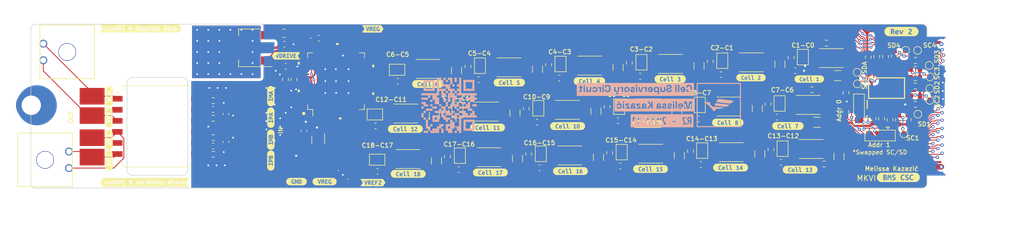
<source format=kicad_pcb>
(kicad_pcb (version 20240108) (generator "pcbnew") (generator_version "8.0")
  (layers (0 "F.Cu" signal) (31 "B.Cu" signal) (34 "B.Paste" user) (35 "F.Paste" user) (36 "B.SilkS" user "B.Silkscreen") (37 "F.SilkS" user "F.Silkscreen") (38 "B.Mask" user) (39 "F.Mask" user) (44 "Edge.Cuts" user))
  (net 0 "")
  (net 1 "GND")
  (net 2 "Net-(U1B-VREF2)")
  (net 3 "/VREG")
  (net 4 "Net-(C4-Pad1)")
  (net 5 "Net-(C5-Pad1)")
  (net 6 "Net-(C6-Pad1)")
  (net 7 "Net-(C7-Pad1)")
  (net 8 "Net-(C8-Pad1)")
  (net 9 "/C16")
  (net 10 "/C15")
  (net 11 "/C18")
  (net 12 "/C17")
  (net 13 "/C14")
  (net 14 "/C13")
  (net 15 "/C12")
  (net 16 "/C11")
  (net 17 "/C10")
  (net 18 "/C9")
  (net 19 "/C8")
  (net 20 "/C7")
  (net 21 "/C6")
  (net 22 "/C5")
  (net 23 "/C4")
  (net 24 "/C3")
  (net 25 "/C2")
  (net 26 "/C1")
  (net 27 "/CELL16")
  (net 28 "Net-(F1-Pad2)")
  (net 29 "/CELL18")
  (net 30 "Net-(F2-Pad2)")
  (net 31 "/CELL17")
  (net 32 "Net-(F3-Pad2)")
  (net 33 "/CELL15")
  (net 34 "Net-(F4-Pad2)")
  (net 35 "/CELL14")
  (net 36 "Net-(F5-Pad2)")
  (net 37 "/CELL13")
  (net 38 "Net-(F6-Pad2)")
  (net 39 "/CELL12")
  (net 40 "Net-(F7-Pad2)")
  (net 41 "/CELL11")
  (net 42 "Net-(F8-Pad2)")
  (net 43 "/CELL10")
  (net 44 "Net-(F9-Pad2)")
  (net 45 "/CELL9")
  (net 46 "Net-(F10-Pad2)")
  (net 47 "/CELL8")
  (net 48 "Net-(F11-Pad2)")
  (net 49 "/CELL7")
  (net 50 "Net-(F12-Pad2)")
  (net 51 "/CELL6")
  (net 52 "Net-(F13-Pad2)")
  (net 53 "/CELL5")
  (net 54 "Net-(F14-Pad2)")
  (net 55 "/CELL4")
  (net 56 "Net-(F15-Pad2)")
  (net 57 "/CELL3")
  (net 58 "Net-(F16-Pad2)")
  (net 59 "/CELL2")
  (net 60 "Net-(F17-Pad2)")
  (net 61 "/CELL1")
  (net 62 "Net-(F18-Pad2)")
  (net 63 "Net-(U1B-VREF1)")
  (net 64 "Net-(IC1-~{RESET})")
  (net 65 "/MUX1_SD")
  (net 66 "/MUX1_SC")
  (net 67 "Net-(IC1-~{INT0})")
  (net 68 "/MUX2_SD")
  (net 69 "/MUX2_SC")
  (net 70 "Net-(IC1-~{INT1})")
  (net 71 "/MUX3_SD")
  (net 72 "/MUX3_SC")
  (net 73 "Net-(IC1-~{INT2})")
  (net 74 "/MUX4_SD")
  (net 75 "/MUX4_SC")
  (net 76 "Net-(IC1-~{INT3})")
  (net 77 "/SCL")
  (net 78 "/SDA")
  (net 79 "/MUX_OUT_4")
  (net 80 "/MUX_OUT_3")
  (net 81 "/MUX_OUT_2")
  (net 82 "/MUX_OUT_1")
  (net 84 "Net-(J2-Pad1)")
  (net 85 "/VDRIVE")
  (net 86 "Net-(U1A-ICMP)")
  (net 87 "Net-(U1A-IBIAS)")
  (net 88 "/IPA")
  (net 89 "/IMA")
  (net 90 "/IPB")
  (net 91 "/IMB")
  (net 92 "/S16")
  (net 93 "/S18")
  (net 94 "/S17")
  (net 95 "/S15")
  (net 96 "/S14")
  (net 97 "/S13")
  (net 98 "/S12")
  (net 99 "/S11")
  (net 100 "/S10")
  (net 101 "/S9")
  (net 102 "/S8")
  (net 103 "/S7")
  (net 104 "/S6")
  (net 105 "/S5")
  (net 106 "/S4")
  (net 107 "/S3")
  (net 108 "/S2")
  (net 109 "/S1")
  (net 116 "/VREF2")
  (net 117 "/V+")
  (net 120 "Net-(J1-Pad1)")
  (net 121 "Net-(J1-Pad2)")
  (net 123 "/Main Mux to Thermistor Muxes/Address Jump/ADDR_0")
  (net 124 "/Main Mux to Thermistor Muxes/Address Jump/ADDR_1")
  (net 125 "/Main Mux to Thermistor Muxes/Address Jump/PULL_UP")
  (net 126 "/Main Mux to Thermistor Muxes/Address Jump/PULL_DOWN")
  (net 127 "Net-(J2-Pad2)")
  (net 128 "Net-(D1-A)")
  (net 130 "Net-(D2-A)")
  (footprint "OEM:C_0603" (layer "F.Cu") (at 190.149776 93.47375)
    (property "Reference" "C24" (hide yes))
    (property "Value" "C_10nF" (hide yes))
  )
  (footprint "Package_TO_SOT_SMD:SOT-353_SC-70-5" (layer "F.Cu") (at 131.937998 105.035798 -90)
    (property "Reference" "U2" (hide yes))
    (property "Value" "MCP6001T-I-LT" (hide yes))
  )
  (footprint "OEM:R_0603" (layer "F.Cu") (at 155.325237 107.9797 -90)
    (property "Reference" "R18" (hide yes))
    (property "Value" "10R" (hide yes))
  )
  (footprint "TestPoint:TestPoint_Pad_D1.0mm" (layer "F.Cu") (at 242.5446 93.599)
    (property "Reference" "TP16" (hide yes))
    (property "Value" "TP_1mm" (hide yes))
  )
  (footprint "OEM:C_0603" (layer "F.Cu") (at 129.36 103.31 -90)
    (property "Reference" "C1" (hide yes))
    (property "Value" "C_1uF" (hide yes))
  )
  (footprint "footprints:Test_Point_SMD" (layer "F.Cu") (at 119.562017 97.085187 180)
    (property "Reference" "TP2" (hide yes))
    (property "Value" "TP_SMD" (hide yes))
  )
  (footprint "kibuzzard-63B4E59A" (layer "F.Cu") (at 192.024 110.236)
    (property "Reference" "kibuzzard-63B4E59A" (hide yes))
    (property "Value" "G***" (hide yes))
  )
  (footprint "TestPoint:TestPoint_Pad_D1.0mm" (layer "F.Cu") (at 237.8456 103.886)
    (property "Reference" "TP12" (hide yes))
    (property "Value" "TP_1mm" (hide yes))
  )
  (footprint "Resistor_SMD:R_2512_6332Metric" (layer "F.Cu") (at 210.254176 90.95695 180)
    (property "Reference" "R47" (hide yes))
    (property "Value" "22R-1W" (hide yes))
  )
  (footprint "kibuzzard-63B4EC7A" (layer "F.Cu") (at 166.497 94.615)
    (property "Reference" "kibuzzard-63B4EC7A" (hide yes))
    (property "Value" "G***" (hide yes))
  )
  (footprint "Resistor_SMD:R_2512_6332Metric" (layer "F.Cu") (at 151.802696 92.14305 180)
    (property "Reference" "R39" (hide yes))
    (property "Value" "22R-1W" (hide yes))
  )
  (footprint "Fuse:Fuse_1206_3216Metric" (layer "F.Cu") (at 215.410376 91.30095 90)
    (property "Reference" "F17" (hide yes))
    (property "Value" "200mA_Fuse" (hide yes))
  )
  (footprint "TestPoint:TestPoint_Pad_D1.0mm" (layer "F.Cu") (at 229.3874 92.7608)
    (property "Reference" "TP10" (hide yes))
    (property "Value" "TP_1mm" (hide yes))
  )
  (footprint "Resistor_SMD:R_2512_6332Metric" (layer "F.Cu") (at 147.795227 100.2176 180)
    (property "Reference" "R27" (hide yes))
    (property "Value" "22R-1W" (hide yes))
  )
  (footprint "kibuzzard-63B4EC5B" (layer "F.Cu") (at 216.8652 102.4636)
    (property "Reference" "kibuzzard-63B4EC5B" (hide yes))
    (property "Value" "G***" (hide yes))
  )
  (footprint "kibuzzard-63B8E079" (layer "F.Cu") (at 128.016 112.522)
    (property "Reference" "kibuzzard-63B8E079" (hide yes))
    (property "Value" "G***" (hide yes))
  )
  (footprint "Resistor_SMD:R_2512_6332Metric" (layer "F.Cu") (at 220.5228 98.6536 180)
    (property "Reference" "R37" (hide yes))
    (property "Value" "22R-1W" (hide yes))
  )
  (footprint "Fuse:Fuse_1206_3216Metric" (layer "F.Cu") (at 222.123 101.8028 180)
    (property "Reference" "F12" (hide yes))
    (property "Value" "200mA_Fuse" (hide yes))
  )
  (footprint "kibuzzard-63B4E581" (layer "F.Cu") (at 163.068 110.871)
    (property "Reference" "kibuzzard-63B4E581" (hide yes))
    (property "Value" "G***" (hide yes))
  )
  (footprint "Fuse:Fuse_1206_3216Metric" (layer "F.Cu") (at 225.8568 93.3704)
    (property "Reference" "F18" (hide yes))
    (property "Value" "200mA_Fuse" (hide yes))
  )
  (footprint "OEM:R_0603" (layer "F.Cu") (at 112.962017 101.085187 180)
    (property "Reference" "R5" (hide yes))
    (property "Value" "R_60.4" (hide yes))
  )
  (footprint "OEM:C_0603" (layer "F.Cu") (at 157.323461 110.3503)
    (property "Reference" "C11" (hide yes))
    (property "Value" "C_10nF" (hide yes))
  )
  (footprint "OEM:R_0603" (layer "F.Cu") (at 234.51475 89.916 90)
    (property "Reference" "R61" (hide yes))
    (property "Value" "R_15k" (hide yes))
  )
  (footprint "kibuzzard-63B4D82F" (layer "F.Cu") (at 220.726 93.98)
    (property "Reference" "kibuzzard-63B4D82F" (hide yes))
    (property "Value" "G***" (hide yes))
  )
  (footprint "OEM:R_0603" (layer "F.Cu") (at 232.2576 101.1428 90)
    (property "Reference" "R10" (hide yes))
    (property "Value" "R_4.99K" (hide yes))
  )
  (footprint "OEM:C_0603" (layer "F.Cu") (at 132.08 86.614)
    (property "Reference" "C3" (hide yes))
    (property "Value" "C_1uF" (hide yes))
  )
  (footprint "OEM:C_0603" (layer "F.Cu") (at 156.879127 102.1037)
    (property "Reference" "C16" (hide yes))
    (property "Value" "C_10nF" (hide yes))
  )
  (footprint "kibuzzard-63B4EC20" (layer "F.Cu") (at 206.502 109.982)
    (property "Reference" "kibuzzard-63B4EC20" (hide yes))
    (property "Value" "G***" (hide yes))
  )
  (footprint "Jumper:SolderJumper-2_P1.3mm_Open_TrianglePad1.0x1.5mm" (layer "F.Cu") (at 215.9 106.5784 -90)
    (property "Reference" "JP6" (hide yes))
    (property "Value" "SolderJumper_2_Open" (hide yes))
  )
  (footprint "OEM:C_0603" (layer "F.Cu") (at 126.062017 91.685187)
    (property "Reference" "C2" (hide yes))
    (property "Value" "C_1uF" (hide yes))
  )
  (footprint "Resistor_SMD:R_2512_6332Metric" (layer "F.Cu") (at 162.809861 108.1129 180)
    (property "Reference" "R19" (hide yes))
    (property "Value" "22R-1W" (hide yes))
  )
  (footprint "Fuse:Fuse_1206_3216Metric" (layer "F.Cu") (at 197.220061 107.8273 90)
    (property "Reference" "F4" (hide yes))
    (property "Value" "200mA_Fuse" (hide yes))
  )
  (footprint "kibuzzard-63B4ED2A" (layer "F.Cu") (at 100.5332 112.6744)
    (property "Reference" "kibuzzard-63B4ED2A" (hide yes))
    (property "Value" "G***" (hide yes))
  )
  (footprint "OEM:R_0603" (layer "F.Cu") (at 227.3046 99.8728 -90)
    (property "Reference" "R51" (hide yes))
    (property "Value" "R_4.99K" (hide yes))
  )
  (footprint "footprints:HM2112ZNLT" (layer "F.Cu") (at 102.766417 102.536 -90)
    (property "Reference" "T1" (hide yes))
    (property "Value" "HM2112ZNLT" (hide yes))
  )
  (footprint "kibuzzard-63B4EC1B" (layer "F.Cu") (at 219.075 110.363)
    (property "Reference" "kibuzzard-63B4EC1B" (hide yes))
    (property "Value" "G***" (hide yes))
  )
  (footprint "footprints:LQFP-64-1EP_12x12_P0.5" (layer "F.Cu") (at 135.163015 94.363187 90)
    (property "Reference" "U1" (hide yes))
    (property "Value" "ADBMS1818" (hide yes))
  )
  (footprint "kibuzzard-63B4EBA9" (layer "F.Cu") (at 123.375217 97.071787 90)
    (property "Reference" "kibuzzard-63B4EBA9" (hide yes))
    (property "Value" "G***" (hide yes))
  )
  (footprint "TestPoint:TestPoint_Pad_D1.0mm" (layer "F.Cu") (at 240.3094 88.7984)
    (property "Reference" "TP18" (hide yes))
    (property "Value" "TP_1mm" (hide yes))
  )
  (footprint "kibuzzard-63B4E58E" (layer "F.Cu") (at 148.209 111.125)
    (property "Reference" "kibuzzard-63B4E58E" (hide yes))
    (property "Value" "G***" (hide yes))
  )
  (footprint "TestPoint:TestPoint_Pad_D1.0mm" (layer "F.Cu") (at 238.1504 88.7984)
    (property "Reference" "TP17" (hide yes))
    (property "Value" "TP_1mm" (hide yes))
  )
  (footprint "OEM:C_0603" (layer "F.Cu") (at 146.316296 94.38045)
    (property "Reference" "C21" (hide yes))
    (property "Value" "C_10nF" (hide yes))
  )
  (footprint "kibuzzard-63B4EBF9" (layer "F.Cu") (at 147.701 102.997)
    (property "Reference" "kibuzzard-63B4EBF9" (hide yes))
    (property "Value" "G***" (hide yes))
  )
  (footprint "LED_SMD:LED_0201_0603Metric" (layer "F.Cu") (at 136.4 112.1 180)
    (property "Reference" "D2" (hide yes))
    (property "Value" "LED" (hide yes))
  )
  (footprint "kibuzzard-63B4EBB3" (layer "F.Cu") (at 123.375217 104.945787 90)
    (property "Reference" "kibuzzard-63B4EBB3" (hide yes))
    (property "Value" "G***" (hide yes))
  )
  (footprint "OEM:C_0603" (layer "F.Cu") (at 175.519376 93.78505)
    (property "Reference" "C23" (hide yes))
    (property "Value" "C_10nF" (hide yes))
  )
  (footprint "Jumper:SolderJumper-2_P1.3mm_Open_TrianglePad1.0x1.5mm" (layer "F.Cu") (at 186.341175 98.9698 -90)
    (property "Reference" "JP10" (hide yes))
    (property "Value" "SolderJumper_2_Open" (hide yes))
  )
  (footprint "kibuzzard-63B4D834" (layer "F.Cu") (at 210.185 93.726)
    (property "Reference" "kibuzzard-63B4D834" (hide yes))
    (property "Value" "G***" (hide yes))
  )
  (footprint "Fuse:Fuse_1206_3216Metric" (layer "F.Cu") (at 153.322661 108.7925 90)
    (property "Reference" "F2" (hide yes))
    (property "Value" "200mA_Fuse" (hide yes))
  )
  (footprint "OEM:C_0603" (layer "F.Cu") (at 171.505575 101.7796)
    (property "Reference" "C17" (hide yes))
    (property "Value" "C_10nF" (hide yes))
  )
  (footprint "OEM:R_0603" (layer "F.Cu") (at 126.031628 94.058387 -90)
    (property "Reference" "R1" (hide yes))
    (property "Value" "R_1K" (hide yes))
  )
  (footprint "OEM:R_0603" (layer "F.Cu") (at 239.903 95.25 180)
    (property "Reference" "R12" (hide yes))
    (property "Value" "R_4.99K" (hide yes))
  )
  (footprint "kibuzzard-63B4ED25" (layer "F.Cu") (at 99.880217 84.828987)
    (property "Reference" "kibuzzard-63B4ED25" (hide yes))
    (property "Value" "G***" (hide yes))
  )
  (footprint "OEM:R_0603" (layer "F.Cu") (at 112.962017 107.585187 180)
    (property "Reference" "R7" (hide yes))
    (property "Value" "R_60.4" (hide yes))
  )
  (footprint "OEM:R_0603" (layer "F.Cu") (at 188.193976 91.0779 -90)
    (property "Reference" "R44" (hide yes))
    (property "Value" "10R" (hide yes))
  )
  (footprint "footprints:SOP65P640X110-20N" (layer "F.Cu") (at 234.696 95.6123 90)
    (property "Reference" "IC1" (hide yes))
    (property "Value" "PCA9545APW" (hide yes))
  )
  (footprint "Jumper:SolderJumper-2_P1.3mm_Open_TrianglePad1.0x1.5mm" (layer "F.Cu") (at 161.181376 91.57145 -90)
    (property "Reference" "JP14" (hide yes))
    (property "Value" "SolderJumper_2_Open" (hide yes))
  )
  (footprint "Resistor_SMD:R_2512_6332Metric" (layer "F.Cu") (at 162.365527 99.8663 180)
    (property "Reference" "R29" (hide yes))
    (property "Value" "22R-1W" (hide yes))
  )
  (footprint "kibuzzard-63B4EC53" (layer "F.Cu") (at 205.994 101.854)
    (property "Reference" "kibuzzard-63B4EC53" (hide yes))
    (property "Value" "G***" (hide yes))
  )
  (footprint "kibuzzard-63B4EC66" (layer "F.Cu") (at 177.038 102.489)
    (property "Reference" "kibuzzard-63B4EC66" (hide yes))
    (property "Value" "G***" (hide yes))
  )
  (footprint "kibuzzard-63B4EBB8" (layer "F.Cu") (at 94.107 108.712 90)
    (property "Reference" "kibuzzard-63B4EBB8" (hide yes))
    (property "Value" "G***" (hide yes))
  )
  (footprint "footprints:Test_Point_SMD" (layer "F.Cu") (at 133.096 109.982)
    (property "Reference" "TP19" (hide yes))
    (property "Value" "TP_SMD" (hide yes))
  )
  (footprint "OEM:R_0603" (layer "F.Cu") (at 169.553727 99.3013 -90)
    (property "Reference" "R30" (hide yes))
    (property "Value" "10R" (hide yes))
  )
  (footprint "Fuse:Fuse_1206_3216Metric" (layer "F.Cu") (at 182.148175 99.7992 90)
    (property "Reference" "F9" (hide yes))
    (property "Value" "200mA_Fuse" (hide yes))
  )
  (footprint "OEM:C_0603" (layer "F.Cu") (at 142.680061 110.6827)
    (property "Reference" "C10" (hide yes))
    (property "Value" "C_10nF" (hide yes))
  )
  (footprint "Resistor_SMD:R_2512_6332Metric" (layer "F.Cu") (at 206.624261 107.2007 180)
    (property "Reference" "R23" (hide yes))
    (property "Value" "22R-1W" (hide yes))
  )
  (footprint "footprints:Test_Point_SMD" (layer "F.Cu") (at 119.562017 100.585187 180)
    (property "Reference" "TP1" (hide yes))
    (property "Value" "TP_SMD" (hide yes))
  )
  (footprint "OEM:R_0603" (layer "F.Cu") (at 227.3808 96.457 -90)
    (property "Reference" "R52" (hide yes))
    (property "Value" "R_4.99K" (hide yes))
  )
  (footprint "kibuzzard-63B4EC6B" (layer "F.Cu") (at 162.56 102.743)
    (property "Reference" "kibuzzard-63B4EC6B" (hide yes))
    (property "Value" "G***" (hide yes))
  )
  (footprint "Fuse:Fuse_1206_3216Metric" (layer "F.Cu") (at 196.7992 99.6158 90)
    (property "Reference" "F10" (hide yes))
    (property "Value" "200mA_Fuse" (hide yes))
  )
  (footprint "Resistor_SMD:R_2512_6332Metric" (layer "F.Cu") (at 192.063861 107.4801 180)
    (property "Reference" "R21" (hide yes))
    (property "Value" "22R-1W" (hide yes))
  )
  (footprint "OEM:C_0603" (layer "F.Cu") (at 186.577461 109.7175)
    (property "Reference" "C12" (hide yes))
    (property "Value" "C_10nF" (hide yes))
  )
  (footprint "Jumper:SolderJumper-3_P2.0mm_Open_TrianglePad1.0x1.5mm" (layer "F.Cu") (at 229.743 99.441 90)
    (property "Reference" "JP19" (hide yes))
    (property "Value" "SolderJumper_3_Open" (hide yes))
  )
  (footprint "kibuzzard-63B4EBAD" (layer "F.Cu") (at 94.107 100.965 90)
    (property "Reference" "kibuzzard-63B4EBAD" (hide yes))
    (property "Value" "G***" (hide yes))
  )
  (footprint "kibuzzard-63B4ED94" (layer "F.Cu") (at 126.111 89.789)
    (property "Reference" "kibuzzard-63B4ED94" (hide yes))
    (property "Value" "G***" (hide yes))
  )
  (footprint "Jumper:SolderJumper-2_P1.3mm_Open_TrianglePad1.0x1.5mm" (layer "F.Cu") (at 215.3666 98.3996 -90)
    (property "Reference" "JP12" (hide yes))
    (property "Value" "SolderJumper_2_Open" (hide yes))
  )
  (footprint "OEM:R_0603" (layer "F.Cu") (at 112.962017 104.585187)
    (property "Reference" "R6" (hide yes))
    (property "Value" "R_60.4" (hide yes))
  )
  (footprint "OEM:R_0603" (layer "F.Cu") (at 235.331 101.346 -90)
    (property "Reference" "R58" (hide yes))
    (property "Value" "R_15k" (hide yes))
  )
  (footprint "TestPoint:TestPoint_Pad_D1.0mm" (layer "F.Cu") (at 240.3602 100.33)
    (property "Reference" "TP11" (hide yes))
    (property "Value" "TP_1mm" (hide yes))
  )
  (footprint "Jumper:SolderJumper-3_P2.0mm_Open_TrianglePad1.0x1.5mm" (layer "F.Cu") (at 233.5276 104.1654 180)
    (property "Reference" "JP20" (hide yes))
    (property "Value" "SolderJumper_3_Open" (hide yes))
  )
  (footprint "OEM:R_0603" (layer "F.Cu") (at 213.2838 98.5012 -90)
    (property "Reference" "R36" (hide yes))
    (property "Value" "10R" (hide yes))
  )
  (footprint "Resistor_SMD:R_2512_6332Metric" (layer "F.Cu") (at 195.636176 91.23635 180)
    (property "Reference" "R45" (hide yes))
    (property "Value" "22R-1W" (hide yes))
  )
  (footprint "Jumper:SolderJumper-2_P1.3mm_Open_TrianglePad1.0x1.5mm" (layer "F.Cu") (at 201.366461 106.9097 -90)
    (property "Reference" "JP5" (hide yes))
    (property "Value" "SolderJumper_2_Open" (hide yes))
  )
  (footprint "Resistor_SMD:R_0201_0603Metric" (layer "F.Cu") (at 136.4 112.9 180)
    (property "Reference" "R54" (hide yes))
    (property "Value" "80" (hide yes))
  )
  (footprint "Jumper:SolderJumper-2_P1.3mm_Open_TrianglePad1.0x1.5mm" (layer "F.Cu") (at 175.747976 91.25665 -90)
    (property "Reference" "JP15" (hide yes))
    (property "Value" "SolderJumper_2_Open" (hide yes))
  )
  (footprint "Resistor_SMD:R_0201_0603Metric" (layer "F.Cu") (at 136.4 109.7)
    (property "Reference" "R53" (hide yes))
    (property "Value" "1500" (hide yes))
  )
  (footprint "Jumper:SolderJumper-2_P1.3mm_Open_TrianglePad1.0x1.5mm" (layer "F.Cu") (at 146.2024 92.3036)
    (property "Reference" "JP13" (hide yes))
    (property "Value" "SolderJumper_2_Open" (hide yes))
  )
  (footprint "footprints:Test_Point_SMD" (layer "F.Cu") (at 91.062017 104.585187 180)
    (property "Reference" "TP7" (hide yes))
    (property "Value" "TP_SMD" (hide yes))
  )
  (footprint "Fuse:Fuse_1206_3216Metric" (layer "F.Cu") (at 167.966061 108.3699 90)
    (property "Reference" "F3" (hide yes))
    (property "Value" "200mA_Fuse" (hide yes))
  )
  (footprint "Resistor_SMD:R_2512_6332Metric" (layer "F.Cu") (at 177.443157 107.7849 180)
    (property "Reference" "R15" (hide yes))
    (property "Value" "22R-1W" (hide yes))
  )
  (footprint "footprints:Test_Point_SMD" (layer "F.Cu") (at 91.062017 108.085187 180)
    (property "Reference" "TP8" (hide yes))
    (property "Value" "TP_SMD" (hide yes))
  )
  (footprint "Jumper:SolderJumper-2_P1.3mm_Open_TrianglePad1.0x1.5mm" (layer "F.Cu") (at 219.5576 90.0111 -90)
    (property "Reference" "JP18" (hide yes))
    (property "Value" "SolderJumper_2_Open" (hide yes))
  )
  (footprint "footprints:SOT-223" (layer "F.Cu") (at 119.462017 88.335187 180)
    (property "Reference" "Q1" (hide yes))
    (property "Value" "NSS1C201MZ4" (hide yes))
  )
  (footprint "TestPoint:TestPoint_Pad_D1.0mm" (layer "F.Cu") (at 242.4176 91.5162)
    (property "Reference" "TP15" (hide yes))
    (property "Value" "TP_1mm" (hide yes))
  )
  (footprint "Fuse:Fuse_1206_3216Metric" (layer "F.Cu") (at 156.958896 92.46425 90)
    (property "Reference" "F13" (hide yes))
    (property "Value" "200mA_Fuse" (hide yes))
  )
  (footprint "Fuse:Fuse_1206_3216Metric" (layer "F.Cu") (at 211.780461 107.5225 90)
    (property "Reference" "F5" (hide yes))
    (property "Value" "200mA_Fuse" (hide yes))
  )
  (footprint "Jumper:SolderJumper-2_P1.3mm_Open_TrianglePad1.0x1.5mm" (layer "F.Cu") (at 190.378376 90.94535 -90)
    (property "Reference" "JP16" (hide yes))
    (property "Value" "SolderJumper_2_Open" (hide yes))
  )
  (footprint "OEM:R_0603" (layer "F.Cu") (at 239.903 92.202)
    (property "Reference" "R55" (hide yes))
    (property "Value" "R_15k" (hide yes))
  )
  (footprint "Fuse:Fuse_1206_3216Metric" (layer "F.Cu") (at 182.604837 108.1321 90)
    (property "Reference" "F1" (hide yes))
    (property "Value" "200mA_Fuse" (hide yes))
  )
  (footprint "OEM:R_0603" (layer "F.Cu") (at 213.812461 106.7097 -90)
    (property "Reference" "R24" (hide yes))
    (property "Value" "10R" (hide yes))
  )
  (footprint "Fuse:Fuse_1206_3216Metric" (layer "F.Cu") (at 171.595376 92.2209 90)
    (property "Reference" "F14" (hide yes))
    (property "Value" "200mA_Fuse" (hide yes))
  )
  (footprint "footprints:MicroFit_RA_2" (layer "F.Cu") (at 82.562017 108.585187 90)
    (property "Reference" "J2" (hide yes))
    (property "Value" "MicroFit_RA_2" (hide yes))
  )
  (footprint "TestPoint:TestPoint_Pad_D1.0mm" (layer "F.Cu") (at 242.5192 95.7072)
    (property "Reference" "TP13" (hide yes))
    (property "Value" "TP_1mm" (hide yes))
  )
  (footprint "OEM:R_0603" (layer "F.Cu") (at 239.903 93.726)
    (property "Reference" "R56" (hide yes))
    (property "Value" "R_15k" (hide yes))
  )
  (footprint "TestPoint:TestPoint_Pad_D1.0mm" (layer "F.Cu") (at 229.4128 94.8436)
    (property "Reference" "TP9" (hide yes))
    (property "Value" "TP_1mm" (hide yes))
  )
  (footprint "Jumper:SolderJumper-2_P1.3mm_Open_TrianglePad1.0x1.5mm" (layer "F.Cu") (at 157.552061 107.8219 -90)
    (property "Reference" "JP3" (hide yes))
    (property "Value" "SolderJumper_2_Open" (hide yes))
  )
  (footprint "OEM:C_0603" (layer "F.Cu") (at 200.700327 101.189)
    (property "Reference" "C19" (hide yes))
    (property "Value" "C_10nF" (hide yes))
  )
  (footprint "kibuzzard-63B4EC74" (layer "F.Cu") (at 151.765 94.869)
    (property "Reference" "kibuzzard-63B4EC74" (hide yes))
    (property "Value" "G***" (hide yes))
  )
  (footprint "kibuzzard-63B4EBB8" (layer "F.Cu") (at 123.375217 108.712 90)
    (property "Reference" "kibuzzard-63B4EBB8" (hide yes))
    (property "Value" "G***" (hide yes))
  )
  (footprint "OEM:R_0603" (layer "F.Cu") (at 239.903 97.028)
    (property "Reference" "R59" (hide yes))
    (property "Value" "R_15k" (hide yes))
  )
  (footprint "Resistor_SMD:R_2512_6332Metric" (layer "F.Cu") (at 221.0816 106.6227 180)
    (property "Reference" "R25" (hide yes))
    (property "Value" "22R-1W" (hide yes))
  )
  (footprint "OEM:R_0603" (layer "F.Cu") (at 233.807 101.1428 90)
    (property "Reference" "R9" (hide yes))
    (property "Value" "R_4.99K" (hide yes))
  )
  (footprint "OEM:R_0603" (layer "F.Cu") (at 238.6076 101.346 90)
    (property "Reference" "R8" (hide yes))
    (property "Value" "R_4.99K" (hide yes))
  )
  (footprint "OEM:R_0603" (layer "F.Cu") (at 239.903 98.552)
    (property "Reference" "R60" (hide yes))
    (property "Value" "R_15k" (hide yes))
  )
  (footprint "OEM:R_0603" (layer "F.Cu") (at 199.252061 107.0145 -90)
    (property "Reference" "R22" (hide yes))
    (property "Value" "10R" (hide yes))
  )
  (footprint "OEM:R_0603" (layer "F.Cu") (at 236.08955 89.789 90)
    (property "Reference" "R62" (hide yes))
    (property "Value" "R_15k" (hide yes))
  )
  (footprint "OEM:R_0603" (layer "F.Cu") (at 231.39555 90.0243 -90)
    (property "Reference" "R13" (hide yes))
    (property "Value" "R_4.99K" (hide yes))
  )
  (footprint "OEM:C_0603" (layer "F.Cu") (at 112.962017 106.085187)
    (property "Reference" "C8" (hide yes))
    (property "Value" "C_10nF" (hide yes))
  )
  (footprint "footprints:MicroFit_RA_2" (layer "F.Cu") (at 86.562017 89.085187 -90)
    (property "Reference" "J1" (hide yes))
    (property "Value" "MicroFit_RA_2" (hide yes))
  )
  (footprint "kibuzzard-63BF5C85" (layer "F.Cu") (at 141.8082 84.9122)
    (property "Reference" "kibuzzard-63BF5C85" (hide yes))
    (property "Value" "G***" (hide yes))
  )
  (footprint "Jumper:SolderJumper-2_P1.3mm_Open_TrianglePad1.0x1.5mm" (layer "F.Cu") (at 200.928927 98.6606 -90)
    (property "Reference" "JP11" (hide yes))
    (property "Value" "SolderJumper_2_Open" (hide yes))
  )
  (footprint "Resistor_SMD:R_2512_6332Metric" (layer "F.Cu") (at 181.005776 91.54765 180)
    (property "Reference" "R43" (hide yes))
    (property "Value" "22R-1W" (hide yes))
  )
  (footprint "Jumper:SolderJumper-2_P1.3mm_Open_TrianglePad1.0x1.5mm" (layer "F.Cu") (at 204.996376 90.66595 -90)
    (property "Reference" "JP17" (hide yes))
    (property "Value" "SolderJumper_2_Open" (hide yes))
  )
  (footprint "Jumper:SolderJumper-2_P1.3mm_Open_TrianglePad1.0x1.5mm" (layer "F.Cu") (at 157.107727 99.5753 -90)
    (property "Reference" "JP8" (hide yes))
    (property "Value" "SolderJumper_2_Open" (hide yes))
  )
  (footprint "OEM:C_0603" (layer "F.Cu") (at 218.186 92.456)
    (property "Reference" "C26" (hide yes))
    (property "Value" "C_10nF" (hide yes))
  )
  (footprint "OEM:R_0603" (layer "F.Cu") (at 127.555628 94.058387 90)
    (property "Reference" "R2" (hide yes))
    (property "Value" "R_1K" (hide yes))
  )
  (footprint "Fuse:Fuse_1206_3216Metric" (layer "F.Cu") (at 152.938175 100.5896 90)
    (property "Reference" "F7" (hide yes))
    (property "Value" "200mA_Fuse" (hide yes))
  )
  (footprint "OEM:R_0603" (layer "F.Cu") (at 184.636837 107.3193 -90)
    (property "Reference" "R16" (hide yes))
    (property "Value" "10R" (hide yes))
  )
  (footprint "Jumper:SolderJumper-2_P1.3mm_Open_TrianglePad1.0x1.5mm" (layer "F.Cu") (at 142.1892 100.3808)
    (property "Reference" "JP7" (hide yes))
    (property "Value" "SolderJumper_2_Open" (hide yes))
  )
  (footprint "OEM:R_0603" (layer "F.Cu") (at 173.588976 91.4081 -90)
    (property "Reference" "R42" (hide yes))
    (property "Value" "10R" (hide yes))
  )
  (footprint "OEM:R_0603" (layer "F.Cu") (at 169.998061 107.5479 -90)
    (property "Reference" "R20" (hide yes))
    (property "Value" "10R" (hide yes))
  )
  (footprint "kibuzzard-63B4EBA9" (layer "F.Cu") (at 94.1324 97.1042 90)
    (property "Reference" "kibuzzard-63B4EBA9" (hide yes))
    (property "Value" "G***" (hide yes))
  )
  (footprint "Fuse:Fuse_1206_3216Metric" (layer "F.Cu") (at 226.0854 107.9754 90)
    (property "Reference" "F6" (hide yes))
    (property "Value" "200mA_Fuse" (hide yes))
  )
  (footprint "Jumper:SolderJumper-2_P1.3mm_Open_TrianglePad1.0x1.5mm" (layer "F.Cu") (at 186.806061 107.1891 -90)
    (property "Reference" "JP4" (hide yes))
    (property "Value" "SolderJumper_2_Open" (hide yes))
  )
  (footprint "OEM:R_0603" (layer "F.Cu") (at 223.4184 109.347 180)
    (property "Reference" "R26" (hide yes))
    (property "Value" "10R" (hide yes))
  )
  (footprint "Fuse:Fuse_1206_3216Metric" (layer "F.Cu") (at 200.792376 91.60575 90)
    (property "Reference" "F16" (hide yes))
    (property "Value" "200mA_Fuse" (hide yes))
  )
  (footprint "kibuzzard-63B4EC80" (layer "F.Cu") (at 180.975 94.361)
    (property "Reference" "kibuzzard-63B4EC80" (hide yes))
    (property "Value" "G***" (hide yes))
  )
  (footprint "Resistor_SMD:R_2512_6332Metric" (layer "F.Cu") (at 191.598975 99.2608 180)
    (property "Reference" "R33" (hide yes))
    (property "Value" "22R-1W" (hide yes))
  )
  (footprint "OEM:C_0603" (layer "F.Cu") (at 112.962017 99.485187)
    (property "Reference" "C7" (hide yes))
    (property "Value" "C_10nF" (hide yes))
  )
  (footprint "OEM:C_0603" (layer "F.Cu") (at 171.956757 110.0223)
    (property "Reference" "C9" (hide yes))
    (property "Value" "C_10nF" (hide yes))
  )
  (footprint "OEM:C_0603" (layer "F.Cu") (at 215.6206 109.0422)
    (property "Reference" "C14" (hide yes))
    (property "Value" "C_10nF" (hide yes))
  )
  (footprint "Resistor_SMD:R_2512_6332Metric" (layer "F.Cu") (at 148.166461 108.4453 180)
    (property "Reference" "R17" (hide yes))
    (property "Value" "22R-1W" (hide yes))
  )
  (footprint "kibuzzard-63B4EBAD" (layer "F.Cu") (at 123.375217 100.965 90)
    (property "Reference" "kibuzzard-63B4EBAD" (hide yes))
    (property "Value" "G***" (hide yes))
  )
  (footprint "Fuse:Fuse_1206_3216Metric" (layer "F.Cu") (at 167.521727 100.1233 90)
    (property "Reference" "F8" (hide yes))
    (property "Value" "200mA_Fuse" (hide yes))
  )
  (footprint "Resistor_SMD:R_2512_6332Metric" (layer "F.Cu") (at 166.439176 91.86245 180)
    (property "Reference" "R41" (hide yes))
    (property "Value" "22R-1W" (hide yes))
  )
  (footprint "Resistor_SMD:R_2512_6332Metric" (layer "F.Cu") (at 224.7138 90.1954 180)
    (property "Reference" "R49" (hide yes))
    (property "Value" "22R-1W" (hide yes))
  )
  (footprint "Fuse:Fuse_1206_3216Metric" (layer "F.Cu") (at 186.161976 91.8907 90)
    (property "Reference" "F15" (hide yes))
    (property "Value" "200mA_Fuse" (hide yes))
  )
  (footprint "kibuzzard-63B4E593" (layer "F.Cu") (at 177.546 110.617)
    (property "Reference" "kibuzzard-63B4E593" (hide yes))
    (property "Value" "G***" (hide yes))
  )
  (footprint "kibuzzard-65658054" (layer "F.Cu") (at 237.3884 85.3948)
    (property "Reference" "kibuzzard-65658054" (hide yes))
    (property "Value" "G***" (hide yes))
  )
  (footprint "LED_SMD:LED_0201_0603Metric" (layer "F.Cu") (at 136.4 110.5)
    (property "Reference" "D1" (hide yes))
    (property "Value" "LED" (hide yes))
  )
  (footprint "kibuzzard-63B4EBB3" (layer "F.Cu") (at 94.1324 104.9782 90)
    (property "Reference" "kibuzzard-63B4EBB3" (hide yes))
    (property "Value" "G***" (hide yes))
  )
  (footprint "OEM:R_0603" (layer "F.Cu") (at 236.85155 101.346 -90)
    (property "Reference" "R57" (hide yes))
    (property "Value" "R_15k" (hide yes))
  )
  (footprint "Resistor_SMD:R_2512_6332Metric" (layer "F.Cu") (at 206.186727 98.9516 180)
    (property "Reference" "R35" (hide yes))
    (property "Value" "22R-1W" (hide yes))
  )
  (footprint "footprints:Test_Point_SMD" (layer "F.Cu") (at 91.062017 97.085187 180)
    (property "Reference" "TP5" (hide yes))
    (property "Value" "TP_SMD" (hide yes))
  )
  (footprint "footprints:Test_Point_SMD" (layer "F.Cu") (at 127.972 110.026)
    (property "Reference" "TP20" (hide yes))
    (property "Value" "TP_SMD" (hide yes))
  )
  (footprint "kibuzzard-63B8E034" (layer "F.Cu") (at 133.096 112.522)
    (property "Reference" "kibuzzard-63B8E034" (hide yes))
    (property "Value" "G***" (hide yes))
  )
  (footprint "OEM:R_0603" (layer "F.Cu") (at 159.022376 91.70225 -90)
    (property "Reference" "R40" (hide yes))
    (property "Value" "10R" (hide yes))
  )
  (footprint "OEM:C_0603" (layer "F.Cu") (at 186.112575 101.4982)
    (property "Reference" "C18" (hide yes))
    (property "Value" "C_10nF" (hide yes))
  )
  (footprint "OEM:R_0603" (layer "F.Cu") (at 202.824376 90.79295 -90)
    (property "Reference" "R46" (hide yes))
    (property "Value" "10R" (hide yes))
  )
  (footprint "OEM:R_0603" (layer "F.Cu") (at 154.970175 99.7768 -90)
    (property "Reference" "R28" (hide yes))
    (property "Value" "10R" (hide yes))
  )
  (footprint "OEM:R_0603" (layer "F.Cu") (at 217.442376 90.0873 -90)
    (property "Reference" "R48" (hide yes))
    (property "Value" "10R" (hide yes))
  )
  (footprint "footprints:Test_Point_SMD" (layer "F.Cu") (at 91.062017 100.585187 180)
    (property "Reference" "TP6" (hide yes))
    (property "Value" "TP_SMD" (hide yes))
  )
  (footprint "TestPoint:TestPoint_Pad_D1.0mm" (layer "F.Cu") (at 242.5192 97.8408)
    (property "Reference" "TP14" (hide yes))
    (property "Value" "TP_1mm" (hide yes))
  )
  (footprint "Jumper:SolderJumper-2_P1.3mm_Open_TrianglePad1.0x1.5mm" (layer "F.Cu") (at 172.185357 107.4939 -90)
    (property "Reference" "JP1" (hide yes))
    (property "Value" "SolderJumper_2_Open" (hide yes))
  )
  (footprint "footprints:Test_Point_SMD" (layer "F.Cu") (at 119.562017 108.585187 180)
    (property "Reference" "TP4" (hide yes))
    (property "Value" "TP_SMD" (hide yes))
  )
  (footprint "OEM:C_0603" (layer "F.Cu") (at 115.262017 100.285187 -90)
    (property "Reference" "C5" (hide yes))
    (property "Value" "C_10nF" (hide yes))
  )
  (footprint "OEM:C_0603" (layer "F.Cu") (at 214.884 100.8634)
    (property "Reference" "C20" (hide yes))
    (property "Value" "C_10nF" (hide yes))
  )
  (footprint "OEM:R_0603" (layer "F.Cu") (at 239.9284 90.6272 180)
    (property "Reference" "R11" (hide yes))
    (property "Value" "R_4.99K" (hide yes))
  )
  (footprint "kibuzzard-63BF5C8C" (layer "F.Cu") (at 141.8336 112.6998)
    (property "Reference" "kibuzzard-63BF5C8C" (hide yes))
    (property "Value" "G***" (hide yes))
  )
  (footprint "kibuzzard-63B4EC4E" (layer "F.Cu") (at 191.516 102.108)
    (property "Reference" "kibuzzard-63B4EC4E" (hide yes))
    (property "Value" "G***" (hide yes))
  )
  (footprint "OEM:C_0603" (layer "F.Cu") (at 125.812017 87.685187)
    (property "Reference" "C4" (hide yes))
    (property "Value" "C_0.1uF" (hide yes))
  )
  (footprint "kibuzzard-63BF4D5E" (layer "F.Cu") (at 236.8296 111.76)
    (property "Reference" "kibuzzard-63BF4D5E" (hide yes))
    (property "Value" "G***" (hide yes))
  )
  (footprint "OEM:R_0603" (layer "F.Cu") (at 221.234 95.9104 180)
    (property "Reference" "R38" (hide yes))
    (property "Value" "10R" (hide yes))
  )
  (footprint "Jumper:SolderJumper-2_P1.3mm_Open_TrianglePad1.0x1.5mm" (layer "F.Cu") (at 171.734175 99.2512 -90)
    (property "Reference" "JP9" (hide yes))
    (property "Value" "SolderJumper_2_Open" (hide yes))
  )
  (footprint "Jumper:SolderJumper-2_P1.3mm_Open_TrianglePad1.0x1.5mm" (layer "F.Cu") (at 142.5956 108.5596)
    (property "Reference" "JP2" (hide yes))
    (property "Value" "SolderJumper_2_Open" (hide yes))
  )
  (footprint "OEM:C_0603" (layer "F.Cu") (at 204.767776 93.19435)
    (property "Reference" "C25" (hide yes))
    (property "Value" "C_10nF" (hide yes))
  )
  (footprint "OEM:C_0603" (layer "F.Cu") (at 201.137861 109.4381)
    (property "Reference" "C13" (hide yes))
    (property "Value" "C_10nF" (hide yes))
  )
  (footprint "OEM:M.2_Mount" (layer "F.Cu") (at 80.042817 98.722787 90)
    (property "Reference" "H1" (hide yes))
    (property "Value" "M.2_MountingHole" (hide yes))
  )
  (footprint "OEM:R_0603" (layer "F.Cu") (at 223.8248 87.4776 180)
    (property "Reference" "R50" (hide yes))
    (property "Value" "10R" (hide yes))
  )
  (footprint "footprints:Test_Point_SMD" (layer "F.Cu") (at 119.562017 105.085187 180)
    (property "Reference" "TP3" (hide yes))
    (property "Value" "TP_SMD" (hide yes))
  )
  (footprint "OEM:R_0603" (layer "F.Cu") (at 112.962017 97.885187)
    (property "Reference" "R4" (hide yes))
    (property "Value" "R_60.4" (hide yes))
  )
  (footprint "OEM:C_0603" (layer "F.Cu") (at 115.262017 105.335187 90)
    (property "Reference" "C6" (hide yes))
    (property "Value" "C_10nF" (hide yes))
  )
  (footprint "Fuse:Fuse_1206_3216Metric" (layer "F.Cu") (at 211.328 99.311 90)
    (property "Reference" "F11" (hide yes))
    (property "Value" "200mA_Fuse" (hide yes))
  )
  (footprint "OEM:R_0603" (layer "F.Cu") (at 184.180175 98.9772 -90)
    (property "Reference" "R32" (hide yes))
    (property "Value" "10R" (hide yes))
  )
  (footprint "Resistor_SMD:R_2512_6332Metric" (layer "F.Cu") (at 176.991975 99.5422 180)
    (property "Reference" "R31" (hide yes))
    (property "Value" "22R-1W" (hide yes))
  )
  (footprint "OEM:C_0603" (layer "F.Cu") (at 142.308827 102.455)
    (property "Reference" "C15" (hide yes))
    (property "Value" "C_10nF" (hide yes))
  )
  (footprint "OEM:C_0603" (layer "F.Cu") (at 160.952776 94.09985)
    (property "Reference" "C22" (hide yes))
    (property "Value" "C_10nF" (hide yes))
  )
  (footprint "OEM:R_0603" (layer "F.Cu") (at 198.787175 98.7776 -90)
    (property "Reference" "R34" (hide yes))
    (property "Value" "10R" (hide yes))
  )
  (footprint "OEM:R_0603" (layer "F.Cu") (at 232.91955 89.916 -90)
    (property "Reference" "R14" (hide yes))
    (property "Value" "R_4.99K" (hide yes))
  )
  (footprint "Resistor_SMD:R_0805_2012Metric" (layer "F.Cu") (at 125.8 85.7 180)
    (property "Reference" "R3" (hide yes))
    (property "Value" "R_100" (hide yes))
  )
  (footprint "kibuzzard-63B4EB9B" (layer "F.Cu") (at 195.58 93.98)
    (property "Reference" "kibuzzard-63B4EB9B" (hide yes))
    (property "Value" "G***" (hide yes))
  )
  (footprint "kibuzzard-63BF4CDF" (layer "B.Cu") (at 189.2808 95.8596 180)
    (property "Reference" "kibuzzard-63BF4CDF" (hide yes))
    (property "Value" "G***" (hide yes))
  )
  (footprint "kibuzzard-6565800E" (layer "B.Cu") (at 194.1068 101.5238 180)
    (property "Reference" "kibuzzard-6565800E" (hide yes))
    (property "Value" "G***" (hide yes))
  )
  (footprint "kibuzzard-63BF465A" (layer "B.Cu") (at 192.6844 98.679 180)
    (property "Reference" "kibuzzard-63BF465A" (hide yes))
    (property "Value" "G***" (hide yes))
  )
  (footprint "OEM:QR_6_BMS-CSC_1" (layer "B.Cu") (at 155.6004 98.729801 180)
    (property "Reference" "QR*****")
    (property "Value" "hw.oem.to/6_BMS-CSC_1")
  )
  (footprint "OEM:OEM_Logo_8mm" (layer "B.Cu") (at 204.3684 98.679001 180)
    (property "Reference" "REF**" (hide yes))
    (property "Value" "OEM_Logo_8mm")
  )
  (gr_line (start 138.8 111.4) (end 139.4 111.4) (stroke (width 0.2)) (layer "F.Cu"))
  (gr_line (start 136.7 109.7) (end 136.7 110.5) (stroke (width 0.2)) (layer "F.Cu") (net 128))
  (gr_line (start 136.4 111.3) (end 136.1 111) (stroke (width 0.2)) (layer "F.Cu") (net 1))
  (gr_line (start 136.7 111.6) (end 136.4 111.3) (stroke (width 0.2)) (layer "F.Cu") (net 1))
  (gr_line (start 136.7 112.1) (end 136.7 111.6) (stroke (width 0.2)) (layer "F.Cu") (net 1))
  (gr_line (start 136.7 112.9) (end 137.3 112.9) (stroke (width 0.2)) (layer "F.Cu") (net 2))
  (gr_line (start 136.1 111) (end 136.1 110.5) (stroke (width 0.2)) (layer "F.Cu") (net 1))
  (gr_line (start 137.3 112.9) (end 138.8 111.4) (stroke (width 0.2)) (layer "F.Cu") (net 2))
  (gr_line (start 136.1 109.7) (end 135.1 109.7) (stroke (width 0.2)) (layer "F.Cu") (net 3))
  (gr_line (start 136.1 112.8) (end 136.1 112.1) (stroke (width 0.2)) (layer "F.Cu") (net 130))
  (gr_line (start 79.988624 84.911876) (end 79.988624 112.867325) (stroke (width 0.1)) (layer "Edge.Cuts"))
  (gr_arc (start 80.828411 113.688) (mid 80.23855 113.451588) (end 79.988624 112.867325) (stroke (width 0.1)) (layer "Edge.Cuts"))
  (gr_arc (start 79.988624 84.911876) (mid 80.22424 84.323465) (end 80.806915 84.074) (stroke (width 0.1)) (layer "Edge.Cuts"))
  (gr_arc (start 108.362017 110.385187) (mid 108.069124 111.092294) (end 107.362017 111.385187) (stroke (width 0.1)) (layer "Edge.Cuts"))
  (gr_line (start 107.362017 93.685187) (end 98.362017 93.685187) (stroke (width 0.1)) (layer "Edge.Cuts"))
  (gr_arc (start 241.173 84.074) (mid 241.764876 84.312147) (end 242.015 84.899062) (stroke (width 0.1)) (layer "Edge.Cuts"))
  (gr_arc (start 107.362017 93.685187) (mid 108.069124 93.97808) (end 108.362017 94.685187) (stroke (width 0.1)) (layer "Edge.Cuts"))
  (gr_arc (start 97.362017 94.685187) (mid 97.65491 93.97808) (end 98.362017 93.685187) (stroke (width 0.1)) (layer "Edge.Cuts"))
  (gr_line (start 97.362017 94.685187) (end 97.362017 110.385187) (stroke (width 0.1)) (layer "Edge.Cuts"))
  (gr_line (start 241.173 84.074) (end 80.806915 84.074) (stroke (width 0.1)) (layer "Edge.Cuts"))
  (gr_line (start 242.015 112.840794) (end 242.015 111.431) (stroke (width 0.1)) (layer "Edge.Cuts"))
  (gr_arc (start 98.362017 111.385187) (mid 97.65491 111.092294) (end 97.362017 110.385187) (stroke (width 0.1)) (layer "Edge.Cuts"))
  (gr_line (start 242.015 86.331) (end 242.015 84.899062) (stroke (width 0.1)) (layer "Edge.Cuts"))
  (gr_line (start 98.362017 111.385187) (end 107.362017 111.385187) (stroke (width 0.1)) (layer "Edge.Cuts"))
  (gr_line (start 80.828411 113.688) (end 241.173 113.688) (stroke (width 0.1)) (layer "Edge.Cuts"))
  (gr_arc (start 242.015 112.840794) (mid 241.769462 113.438781) (end 241.173 113.688) (stroke (width 0.1)) (layer "Edge.Cuts"))
  (gr_line (start 108.362017 110.385187) (end 108.362017 94.685187) (stroke (width 0.1)) (layer "Edge.Cuts"))
  (gr_text "C9-C8" (at 186.309 96.774 0) (layer "F.SilkS") (effects (font (size 0.8 0.8))))
  (gr_text "C17-C16" (at 157.4292 105.7656 0) (layer "F.SilkS") (effects (font (size 0.8 0.8))))
  (gr_text "C11-C10" (at 157.2768 97.4598 0) (layer "F.SilkS") (effects (font (size 0.8 0.8))))
  (gr_text "SD2" (at 243.84 95.504 90) (layer "F.SilkS") (effects (font (size 0.8 0.8))))
  (gr_text "SD1" (at 241.5032 102.1334 0) (layer "F.SilkS") (effects (font (size 0.8 0.8))))
  (gr_text "C6-C5" (at 146.304 89.535 0) (layer "F.SilkS") (effects (font (size 0.8 0.8))))
  (gr_text "C18-C17" (at 142.6464 105.9688 0) (layer "F.SilkS") (effects (font (size 0.8 0.8))))
  (gr_text "C13-C12" (at 216.027 104.267 0) (layer "F.SilkS") (effects (font (size 0.8 0.8))))
  (gr_text "*Swapped SC/SD" (at 228.473 107.6706 0) (layer "F.SilkS") (effects (font (size 0.762 0.762) (thickness 0.127) (bold yes)) (justify left bottom)))
  (gr_text "SC1" (at 239.4204 104.648 0) (layer "F.SilkS") (effects (font (size 0.8 0.8))))
  (gr_text "C15-C14" (at 186.69 105.029 0) (layer "F.SilkS") (effects (font (size 0.8 0.8))))
  (gr_text "C3-C2" (at 190.3476 88.5952 0) (layer "F.SilkS") (effects (font (size 0.8 0.8))))
  (gr_text "Addr 1" (at 233.3752 105.8672 0) (layer "F.SilkS") (effects (font (size 0.8 0.8))))
  (gr_text "SCL SDA" (at 230.7082 93.345 90) (layer "F.SilkS") (effects (font (size 0.8 0.8))))
  (gr_text "Addr 0" (at 226.1108 99.695 90) (layer "F.SilkS") (effects (font (size 0.8 0.8))))
  (gr_text "C2-C1" (at 204.9526 88.3412 0) (layer "F.SilkS") (effects (font (size 0.8 0.8))))
  (gr_text "C5-C4" (at 161.0868 89.3318 0) (layer "F.SilkS") (effects (font (size 0.8 0.8))))
  (gr_text "OUT" (at 87.2236 100.838 90) (layer "F.SilkS") (effects (font (size 0.8 0.8))))
  (gr_text "C7-C6" (at 215.8746 95.9612 0) (layer "F.SilkS") (effects (font (size 0.8 0.8))))
  (gr_text "Melissa Kazazić" (at 235.6104 110.1852 0) (layer "F.SilkS") (effects (font (size 0.8 0.8))))
  (gr_text "SD4" (at 236.0168 87.9094 0) (layer "F.SilkS") (effects (font (size 0.8 0.8))))
  (gr_text "SC4" (at 242.4938 87.884 0) (layer "F.SilkS") (effects (font (size 0.8 0.8))))
  (gr_text "SD3" (at 243.84 89.916 90) (layer "F.SilkS") (effects (font (size 0.8 0.8))))
  (gr_text "C8-C7" (at 200.914 96.4692 0) (layer "F.SilkS") (effects (font (size 0.8 0.8))))
  (gr_text "C14-C13" (at 201.295 104.775 0) (layer "F.SilkS") (effects (font (size 0.8 0.8))))
  (gr_text "SC2" (at 243.84 98.044 90) (layer "F.SilkS") (effects (font (size 0.8 0.8))))
  (gr_text "C12-C11" (at 145.1102 97.6884 0) (layer "F.SilkS") (effects (font (size 0.8 0.8))))
  (gr_text "C10-C9" (at 171.45 97.2058 0) (layer "F.SilkS") (effects (font (size 0.8 0.8))))
  (gr_text "SC3" (at 243.84 92.964 90) (layer "F.SilkS") (effects (font (size 0.8 0.8))))
  (gr_text "C16-C15" (at 171.958 105.5116 0) (layer "F.SilkS") (effects (font (size 0.8 0.8))))
  (gr_text "C4-C3" (at 175.6156 89.0778 0) (layer "F.SilkS") (effects (font (size 0.8 0.8))))
  (gr_text "MKVI" (at 231.0638 111.9124 0) (layer "F.SilkS") (effects (font (size 1 1))))
  (gr_text "C1-C0" (at 219.583 87.884 0) (layer "F.SilkS") (effects (font (size 0.8 0.8))))
  (gr_text "IN" (at 125.1712 103.2764 90) (layer "F.SilkS") (effects (font (size 0.8 0.8))))
  (segment (start 127.936628 95.836387) (end 128.317628 95.836387) (width 0.2) (layer "F.Cu") (net 1))
  (segment (start 128.540828 95.613187) (end 129.538017 95.613187) (width 0.2) (layer "F.Cu") (net 1))
  (segment (start 127.972 107.8552) (end 127.9652 107.8484) (width 0.381) (layer "F.Cu") (net 1))
  (segment (start 127.194217 96.217387) (end 129.433816 96.217387) (width 0.2) (layer "F.Cu") (net 1))
  (segment (start 131.71 102.74) (end 131.937998 102.967998) (width 0.381) (layer "F.Cu") (net 1))
  (segment (start 238.0471 98.5503) (end 238.0742 98.5774) (width 0.381) (layer "F.Cu") (net 1))
  (segment (start 127.062017 96.085187) (end 127.194217 96.217387) (width 0.2) (layer "F.Cu") (net 1))
  (segment (start 127.478213 87.685187) (end 127.4826 87.6808) (width 0.381) (layer "F.Cu") (net 1))
  (segment (start 136.413015 88.738189) (end 136.413015 89.733679) (width 0.254) (layer "F.Cu") (net 1))
  (segment (start 131.267109 86.576109) (end 131.305 86.614) (width 0.381) (layer "F.Cu") (net 1))
  (segment (start 135.165202 94.361) (end 137.414 94.361) (width 0.15) (layer "F.Cu") (net 1))
  (segment (start 126.587017 87.685187) (end 127.478213 87.685187) (width 0.381) (layer "F.Cu") (net 1))
  (segment (start 116.562017 104.585187) (end 115.287017 104.585187) (width 0.1524) (layer "F.Cu") (net 1))
  (segment (start 219.5576 91.2114) (end 219.964 91.6178) (width 0.381) (layer "F.Cu") (net 1))
  (segment (start 135.163015 94.363187) (end 135.252813 94.363187) (width 0.15) (layer "F.Cu") (net 1))
  (segment (start 113.737017 106.085187) (end 113.762017 106.085187) (width 0.1524) (layer "F.Cu") (net 1))
  (segment (start 244.194514 91.522754) (end 244.214105 91.542345) (width 0.1524) (layer "F.Cu") (net 1))
  (segment (start 135.163015 94.363187) (end 135.163015 94.142015) (width 0.15) (layer "F.Cu") (net 1))
  (segment (start 131.937998 102.967998) (end 131.937998 104.085798) (width 0.381) (layer "F.Cu") (net 1))
  (segment (start 227.3808 97.910996) (end 227.3808 97.282) (width 0.381) (layer "F.Cu") (net 1))
  (segment (start 128.190628 91.726887) (end 128.576927 92.113186) (width 0.2) (layer "F.Cu") (net 1))
  (segment (start 113.737017 99.410187) (end 114.862017 98.285187) (width 0.1524) (layer "F.Cu") (net 1))
  (segment (start 113.762017 106.085187) (end 114.862017 107.185187) (width 0.1524) (layer "F.Cu") (net 1))
  (segment (start 129.433816 96.217387) (end 129.538017 96.113186) (width 0.2) (layer "F.Cu") (net 1))
  (segment (start 135.160828 94.361) (end 133.223 94.361) (width 0.15) (layer "F.Cu") (net 1))
  (segment (start 127.972 110.026) (end 127.972 107.8552) (width 0.381) (layer "F.Cu") (net 1))
  (segment (start 135.163015 94.363187) (end 135.163015 92.237015) (width 0.15) (layer "F.Cu") (net 1))
  (segment (start 227.510802 98.040998) (end 227.3808 97.910996) (width 0.381) (layer "F.Cu") (net 1))
  (segment (start 237.621 98.5503) (end 238.0471 98.5503) (width 0.381) (layer "F.Cu") (net 1))
  (segment (start 218.961 92.456) (end 219.7608 92.456) (width 0.381) (layer "F.Cu") (net 1))
  (segment (start 124.262017 92.485187) (end 125.287017 91.460187) (width 0.1524) (layer "F.Cu") (net 1))
  (segment (start 135.163015 94.363187) (end 135.165202 94.361) (width 0.15) (layer "F.Cu") (net 1))
  (segment (start 128.317628 95.836387) (end 128.540828 95.613187) (width 0.2) (layer "F.Cu") (net 1))
  (segment (start 135.163015 94.363187) (end 135.160828 94.361) (width 0.15) (layer "F.Cu") (net 1))
  (segment (start 130.593891 86.576109) (end 131.267109 86.576109) (width 0.381) (layer "F.Cu") (net 1))
  (segment (start 125.967628 93.169387) (end 126.031628 93.233387) (width 0.2) (layer "F.Cu") (net 1))
  (segment (start 125.015628 93.169387) (end 125.967628 93.169387) (width 0.2) (layer "F.Cu") (net 1))
  (segment (start 137.414 96.52) (end 137.319828 96.52) (width 0.15) (layer "F.Cu") (net 1))
  (segment (start 129.36 102.535) (end 129.6924 102.2026) (width 0.381) (layer "F.Cu") (net 1))
  (segment (start 115.287017 104.585187) (end 115.262017 104.560187) (width 0.1524) (layer "F.Cu") (net 1))
  (segment (start 135.252813 94.363187) (end 137.414 92.202) (width 0.15) (layer "F.Cu") (net 1))
  (segment (start 135.163015 94.363187) (end 135.1788 94.378972) (width 0.15) (layer "F.Cu") (net 1))
  (segment (start 116.562017 100.585187) (end 115.737017 100.585187) (width 0.1524) (layer "F.Cu") (net 1))
  (segment (start 135.163015 94.142015) (end 133.223 92.202) (width 0.15) (layer "F.Cu") (net 1))
  (segment (start 244.729 98.9639) (end 244.8961 99.131) (width 0.15) (layer "F.Cu") (net 1))
  (segment (start 128.576927 92.113186) (end 129.538017 92.113186) (width 0.2) (layer "F.Cu") (net 1))
  (segment (start 129.6924 102.2026) (end 129.6924 101.7016) (width 0.381) (layer "F.Cu") (net 1))
  (segment (start 135.1788 94.378972) (end 135.1788 96.4692) (width 0.15) (layer "F.Cu") (net 1))
  (segment (start 137.319828 96.52) (end 135.163015 94.363187) (width 0.15) (layer "F.Cu") (net 1))
  (segment (start 219.5576 90.7361) (end 219.5576 91.2114) (width 0.381) (layer "F.Cu") (net 1))
  (segment (start 133.223 96.52) (end 135.163015 94.579985) (width 0.15) (layer "F.Cu") (net 1))
  (segment (start 219.7608 92.456) (end 219.7862 92.4814) (width 0.381) (layer "F.Cu") (net 1))
  (segment (start 135.163015 92.237015) (end 135.128 92.202) (width 0.15) (layer "F.Cu") (net 1))
  (segment (start 113.737017 99.485187) (end 113.737017 99.410187) (width 0.1524) (layer "F.Cu") (net 1))
  (segment (start 115.737017 100.585187) (end 115.262017 101.060187) (width 0.1524) (layer "F.Cu") (net 1))
  (via (at 114.862017 98.285187) (size 0.6096) (drill 0.3048) (layers "F.Cu" "B.Cu") (net 1))
  (via (at 135.160828 94.361) (size 0.6096) (drill 0.3048) (layers "F.Cu" "B.Cu") (net 1))
  (via (at 127.062017 99.085187) (size 0.6096) (drill 0.3048) (layers "F.Cu" "B.Cu") (net 1))
  (via (at 122.562017 103.085187) (size 0.6096) (drill 0.3048) (layers "F.Cu" "B.Cu") (net 1))
  (via (at 125.062017 102.585187) (size 0.6096) (drill 0.3048) (layers "F.Cu" "B.Cu") (net 1))
  (via (at 122.562017 95.585187) (size 0.6096) (drill 0.3048) (layers "F.Cu" "B.Cu") (net 1))
  (via (at 136.413015 89.733679) (size 0.6096) (drill 0.3048) (layers "F.Cu" "B.Cu") (net 1))
  (via (at 124.262017 92.485187) (size 0.6096) (drill 0.3048) (layers "F.Cu" "B.Cu") (net 1))
  (via (at 122.562017 100.085187) (size 0.6096) (drill 0.3048) (layers "F.Cu" "B.Cu") (net 1))
  (via (at 115.062017 109.585187) (size 0.6096) (drill 0.3048) (layers "F.Cu" "B.Cu") (net 1))
  (via (at 238.0742 98.5774) (size 0.762) (drill 0.381) (layers "F.Cu" "B.Cu") (net 1))
  (via (at 135.1788 96.4692) (size 0.6096) (drill 0.3048) (layers "F.Cu" "B.Cu") (net 1))
  (via (at 128.190628 91.726887) (size 0.6096) (drill 0.3048) (layers "F.Cu" "B.Cu") (net 1))
  (via (at 244.856 96.139) (size 0.6096) (drill 0.3048) (layers "F.Cu" "B.Cu") (net 1))
  (via (at 244.8814 97.5868) (size 0.6096) (drill 0.3048) (layers "F.Cu" "B.Cu") (net 1))
  (via (at 112.262017 95.585187) (size 0.6096) (drill 0.3048) (layers "F.Cu" "B.Cu") (net 1))
  (via (at 125.062017 101.085187) (size 0.6096) (drill 0.3048) (layers "F.Cu" "B.Cu") (net 1))
  (via (at 116.562017 100.585187) (size 0.6096) (drill 0.3048) (layers "F.Cu" "B.Cu") (net 1))
  (via (at 129.6924 101.7016) (size 0.762) (drill 0.381) (layers "F.Cu" "B.Cu") (net 1))
  (via (at 114.862017 107.185187) (size 0.6096) (drill 0.3048) (layers "F.Cu" "B.Cu") (net 1))
  (via (at 219.7862 92.4814) (size 0.762) (drill 0.381) (layers "F.Cu" "B.Cu") (net 1))
  (via (at 137.414 92.202) (size 0.6096) (drill 0.3048) (layers "F.Cu" "B.Cu") (net 1))
  (via (at 125.015628 93.169387) (size 0.6096) (drill 0.3048) (layers "F.Cu" "B.Cu") (net 1))
  (via (at 112.062017 109.585187) (size 0.6096) (drill 0.3048) (layers "F.Cu" "B.Cu") (net 1))
  (via (at 136.4 111.3) (size 0.6096) (drill 0.3048) (layers "F.Cu" "B.Cu") (net 1))
  (via (at 133.223 96.52) (size 0.6096) (drill 0.3048) (layers "F.Cu" "B.Cu") (net 1))
  (via (at 133.223 94.361) (size 0.6096) (drill 0.3048) (layers "F.Cu" "B.Cu") (net 1))
  (via (at 137.414 94.361) (size 0.6096) (drill 0.3048) (layers "F.Cu" "B.Cu") (net 1))
  (via (at 244.856 94.615) (size 0.6096) (drill 0.3048) (layers "F.Cu" "B.Cu") (net 1))
  (via (at 135.128 92.202) (size 0.6096) (drill 0.3048) (layers "F.Cu" "B.Cu") (net 1))
  (via (at 113.762017 95.585187) (size 0.6096) (drill 0.3048) (layers "F.Cu" "B.Cu") (net 1))
  (via (at 115.262017 95.585187) (size 0.6096) (drill 0.3048) (layers "F.Cu" "B.Cu") (net 1))
  (via (at 116.562017 104.585187) (size 0.6096) (drill 0.3048) (layers "F.Cu" "B.Cu") (net 1))
  (via (at 122.562017 101.585187) (size 0.6096) (drill 0.3048) (layers "F.Cu" "B.Cu") (net 1))
  (via (at 244.729 98.9639) (size 0.6096) (drill 0.3048) (layers "F.Cu" "B.Cu") (net 1))
  (via (at 123.062017 106.085187) (size 0.6096) (drill 0.3048) (layers "F.Cu" "B.Cu") (net 1))
  (via (at 127.9652 107.8484) (size 0.762) (drill 0.381) (layers "F.Cu" "B.Cu") (net 1))
  (via (at 244.7544 88.6714) (size 0.6096) (drill 0.3048) (layers "F.Cu" "B.Cu") (net 1))
  (via (at 219.964 91.6178) (size 0.762) (drill 0.381) (layers "F.Cu" "B.Cu") (net 1))
  (via (at 127.936628 95.836387) (size 0.6096) (drill 0.3048) (layers "F.Cu" "B.Cu") (net 1))
  (via (at 126.062017 100.085187) (size 0.6096) (drill 0.3048) (layers "F.Cu" "B.Cu") (net 1))
  (via (at 133.223 92.202) (size 0.6096) (drill 0.3048) (layers "F.Cu" "B.Cu") (net 1))
  (via (at 127.062017 96.085187) (size 0.6096) (drill 0.3048) (layers "F.Cu" "B.Cu") (net 1))
  (via (at 113.562017 109.585187) (size 0.6096) (drill 0.3048) (layers "F.Cu" "B.Cu") (net 1))
  (via (at 124.062017 105.085187) (size 0.6096) (drill 0.3048) (layers "F.Cu" "B.Cu") (net 1))
  (via (at 137.414 96.52) (size 0.6096) (drill 0.3048) (layers "F.Cu" "B.Cu") (net 1))
  (via (at 124.062017 98.585187) (size 0.6096) (drill 0.3048) (layers "F.Cu" "B.Cu") (net 1))
  (via (at 127.4826 87.6808) (size 0.6096) (drill 0.3048) (layers "F.Cu" "B.Cu") (net 1))
  (via (at 227.510802 98.040998) (size 0.7) (drill 0.3) (layers "F.Cu" "B.Cu") (net 1))
  (via (at 125.062017 104.085187) (size 0.6096) (drill 0.3048) (layers "F.Cu" "B.Cu") (net 1))
  (via (at 112.062017 102.585187) (size 0.6096) (drill 0.3048) (layers "F.Cu" "B.Cu") (net 1))
  (via (at 244.194514 91.522754) (size 0.6096) (drill 0.3048) (layers "F.Cu" "B.Cu") (net 1))
  (via (at 124.062017 95.585187) (size 0.6096) (drill 0.3048) (layers "F.Cu" "B.Cu") (net 1))
  (via (at 131.71 102.74) (size 0.762) (drill 0.381) (layers "F.Cu" "B.Cu") (net 1))
  (via (at 130.593891 86.576109) (size 0.5) (drill 0.2) (layers "F.Cu" "B.Cu") (net 1))
  (segment (start 245.291 94.107) (end 244.475 94.107) (width 0.15) (layer "B.Cu") (net 1))
  (segment (start 130.7084 93.064369) (end 130.7084 91.48157) (width 0.1524) (layer "F.Cu") (net 2))
  (segment (start 130.728317 93.084286) (end 130.7084 93.064369) (width 0.1524) (layer "F.Cu") (net 2))
  (segment (start 130.340016 91.113186) (end 129.538017 91.113186) (width 0.1524) (layer "F.Cu") (net 2))
  (segment (start 131.2872 104.085) (end 129.36 104.085) (width 0.1524) (layer "F.Cu") (net 2))
  (segment (start 130.7592 103.557) (end 131.2872 104.085) (width 0.1524) (layer "F.Cu") (net 2))
  (segment (start 131.151669 94.101342) (end 131.2418 94.191473) (width 0.1524) (layer "F.Cu") (net 2))
  (segment (start 130.7592 99.2285) (end 130.7592 103.557) (width 0.1524) (layer "F.Cu") (net 2))
  (segment (start 131.2418 94.191473) (end 131.2418 98.7459) (width 0.1524) (layer "F.Cu") (net 2))
  (segment (start 130.7084 91.48157) (end 130.340016 91.113186) (width 0.1524) (layer "F.Cu") (net 2))
  (segment (start 131.2418 98.7459) (end 130.7592 99.2285) (width 0.1524) (layer "F.Cu") (net 2))
  (via (at 130.728317 93.084286) (size 0.5) (drill 0.2) (layers "F.Cu" "B.Cu") (net 2))
  (via (at 131.151669 94.101342) (size 0.5) (drill 0.2) (layers "F.Cu" "B.Cu") (net 2))
  (segment (start 131.064 94.013673) (end 131.151669 94.101342) (width 0.1524) (layer "B.Cu") (net 2))
  (segment (start 131.064 93.419969) (end 131.064 94.013673) (width 0.1524) (layer "B.Cu") (net 2))
  (segment (start 130.728317 93.084286) (end 131.064 93.419969) (width 0.1524) (layer "B.Cu") (net 2))
  (segment (start 132.588 86.614) (end 131.413015 87.788985) (width 0.381) (layer "F.Cu") (net 3))
  (segment (start 231.39955 93.04575) (end 231.771 92.6743) (width 0.381) (layer "F.Cu") (net 3))
  (segment (start 131.312017 90.630726) (end 131.312017 93.249271) (width 0.254) (layer "F.Cu") (net 3))
  (segment (start 231.603729 85.2424) (end 240.5126 85.2424) (width 0.508) (layer "F.Cu") (net 3))
  (segment (start 132.587998 105.985798) (end 131.458598 107.115198) (width 0.254) (layer "F.Cu") (net 3))
  (segment (start 235.1653 101.9678) (end 233.807 101.9678) (width 0.381) (layer "F.Cu") (net 3))
  (segment (start 242.6462 87.376) (end 244.348 87.376) (width 0.508) (layer "F.Cu") (net 3))
  (segment (start 130.062017 88.885187) (end 130.062017 89.415385) (width 0.254) (layer "F.Cu") (net 3))
  (segment (start 238.305946 96.139) (end 238.079246 95.9123) (width 0.381) (layer "F.Cu") (net 3))
  (segment (start 227.3046 98.813998) (end 226.4156 97.924998) (width 0.381) (layer "F.Cu") (net 3))
  (segment (start 130.935198 107.115198) (end 130.295198 107.115198) (width 0.254) (layer "F.Cu") (net 3))
  (segment (start 131.458598 107.115198) (end 130.935198 107.115198) (width 0.254) (layer "F.Cu") (net 3))
  (segment (start 227.3046 99.0478) (end 226.4867 99.8657) (width 0.381) (layer "F.Cu") (net 3))
  (segment (start 240.728 95.25) (end 239.839 96.139) (width 0.381) (layer "F.Cu") (net 3))
  (segment (start 228.2698 95.2246) (end 228.2698 95.8088) (width 0.381) (layer "F.Cu") (net 3))
  (segment (start 232.37085 96.266) (end 232.72455 95.9123) (width 0.381) (layer "F.Cu") (net 3))
  (segment (start 130.7846 94.482958) (end 130.622269 94.320627) (width 0.254) (layer "F.Cu") (net 3))
  (segment (start 240.7534 92.1766) (end 240.728 92.202) (width 0.381) (layer "F.Cu") (net 3))
  (segment (start 227.7618 94.7166) (end 228.2698 95.2246) (width 0.381) (layer "F.Cu") (net 3))
  (segment (start 226.4867 101.131436) (end 227.215364 101.8601) (width 0.381) (layer "F.Cu") (net 3))
  (segment (start 232.363125 95.550875) (end 232.02705 95.2148) (width 0.381) (layer "F.Cu") (net 3))
  (segment (start 132.855 86.614) (end 132.588 86.614) (width 0.381) (layer "F.Cu") (net 3))
  (segment (start 244.348 87.376) (end 244.602 87.63) (width 0.508) (layer "F.Cu") (net 3))
  (segment (start 231.647637 94.3206) (end 231.64085 94.3206) (width 0.381) (layer "F.Cu") (net 3))
  (segment (start 240.6905 98.552) (end 240.6905 97.028) (width 0.381) (layer "F.Cu") (net 3))
  (segment (start 131.312017 93.249271) (end 130.948102 93.613186) (width 0.254) (layer "F.Cu") (net 3))
  (segment (start 231.31535 92.6743) (end 231.771 92.6743) (width 0.381) (layer "F.Cu") (net 3))
  (segment (start 231.39955 94.0793) (end 231.39955 93.04575) (width 0.381) (layer "F.Cu") (net 3))
  (segment (start 133.096 109.276) (end 133.096 109.982) (width 0.254) (layer "F.Cu") (net 3))
  (segment (start 127.974649 86.785187) (end 127.974649 86.797819) (width 0.254) (layer "F.Cu") (net 3))
  (segment (start 131.413015 87.788985) (end 131.413015 88.738189) (width 0.381) (layer "F.Cu") (net 3))
  (segment (start 232.2576 101.9678) (end 233.807 101.9678) (width 0.381) (layer "F.Cu") (net 3))
  (segment (start 231.7867 102.4387) (end 232.2576 101.9678) (width 0.381) (layer "F.Cu") (net 3))
  (segment (start 235.3583 102.1608) (end 235.1653 101.9678) (width 0.381) (layer "F.Cu") (net 3))
  (segment (start 226.4156 97.924998) (end 226.4156 95.1738) (width 0.381) (layer "F.Cu") (net 3))
  (segment (start 232.91955 89.091) (end 232.81125 89.1993) (width 0.381) (layer "F.Cu") (net 3))
  (segment (start 231.09795 89.1993) (end 230.51055 89.7867) (width 0.381) (layer "F.Cu") (net 3))
  (segment (start 129.538017 93.613186) (end 130.81 93.613186) (width 0.254) (layer "F.Cu") (net 3))
  (segment (start 226.4156 95.1738) (end 226.8728 94.7166) (width 0.381) (layer "F.Cu") (net 3))
  (segment (start 232.81125 89.1993) (end 231.39555 89.1993) (width 0.381) (layer "F.Cu") (net 3))
  (segment (start 231.2162 85.629929) (end 231.2162 89.01995) (width 0.381) (layer "F.Cu") (net 3))
  (segment (start 231.584829 85.2613) (end 231.2162 85.629929) (width 0.381) (layer "F.Cu") (net 3))
  (segment (start 228.2698 95.8088) (end 228.727 96.266) (width 0.381) (layer "F.Cu") (net 3))
  (segment (start 240.6905 97.028) (end 240.728 96.9905) (width 0.381) (layer "F.Cu") (net 3))
  (segment (start 231.2162 89.01995) (end 231.39555 89.1993) (width 0.381) (layer "F.Cu") (net 3))
  (segment (start 126.052713 84.767287) (end 125.807617 85.012383) (width 0.381) (layer "F.Cu") (net 3))
  (segment (start 232.91955 89.091) (end 234.51475 89.091) (width 0.381) (layer "F.Cu") (net 3))
  (segment (start 240.728 93.7635) (end 240.728 95.25) (width 0.381) (layer "F.Cu") (net 3))
  (segment (start 128.57 100.500003) (end 130.7846 98.285403) (width 0.254) (layer "F.Cu") (net 3))
  (segment (start 239.839 96.139) (end 238.305946 96.139) (width 0.381) (layer "F.Cu") (net 3))
  (segment (start 130.948102 93.613186) (end 130.81 93.613186) (width 0.254) (layer "F.Cu") (net 3))
  (segment (start 232.72455 95.9123) (end 232.363125 95.550875) (width 0.381) (layer "F.Cu") (net 3))
  (segment (start 131.413015 88.738189) (end 131.413015 88.233015) (width 0.381) (layer "F.Cu") (net 3))
  (segment (start 235.96255 89.091) (end 236.08955 88.964) (width 0.381) (layer "F.Cu") (net 3))
  (segment (start 125.885426 84.6) (end 125.5 84.6) (width 0.381) (layer "F.Cu") (net 3))
  (segment (start 230.51055 91.8695) (end 231.31535 92.6743) (width 0.381) (layer "F.Cu") (net 3))
  (segment (start 227.3046 99.0478) (end 227.3046 98.813998) (width 0.381) (layer "F.Cu") (net 3))
  (segment (start 125.807617 86.430787) (end 126.062017 86.685187) (width 0.254) (layer "F.Cu") (net 3))
  (segment (start 240.7534 90.6272) (end 240.7534 92.1766) (width 0.381) (layer "F.Cu") (net 3))
  (segment (start 240.6905 92.202) (end 240.6905 93.726) (width 0.381) (layer "F.Cu") (net 3))
  (segment (start 131.413015 88.233015) (end 127.78 84.6) (width 0.381) (layer "F.Cu") (net 3))
  (segment (start 130.935198 107.115198) (end 133.096 109.276) (width 0.254) (layer "F.Cu") (net 3))
  (segment (start 233.99455 95.9123) (end 232.72455 95.9123) (width 0.381) (layer "F.Cu") (net 3))
  (segment (start 238.6076 102.171) (end 238.5974 102.1608) (width 0.381) (layer "F.Cu") (net 3))
  (segment (start 228.727 96.266) (end 232.37085 96.266) (width 0.381) (layer "F.Cu") (net 3))
  (segment (start 230.092993 84.537) (end 134.932 84.537) (width 0.508) (layer "F.Cu") (net 3))
  (segment (start 124.047204 84.6) (end 122.612017 86.035187) (width 0.381) (layer "F.Cu") (net 3))
  (segment (start 230.51055 89.7867) (end 230.51055 91.8695) (width 0.381) (layer "F.Cu") (net 3))
  (segment (start 130.062017 89.415385) (end 130.096676 89.415385) (width 0.254) (layer "F.Cu") (net 3))
  (segment (start 130.622269 93.800917) (end 130.81 93.613186) (width 0.254) (layer "F.Cu") (net 3))
  (segment (start 231.178429 85.6677) (end 231.058514 85.547785) (width 0.508) (layer "F.Cu") (net 3))
  (segment (start 232.02705 95.2148) (end 232.02705 94.700013) (width 0.381) (layer "F.Cu") (net 3))
  (segment (start 231.39555 89.1993) (end 231.09795 89.1993) (width 0.381) (layer "F.Cu") (net 3))
  (segment (start 240.5126 85.2424) (end 242.6462 87.376) (width 0.508) (layer "F.Cu") (net 3))
  (segment (start 126.052713 84.767287) (end 125.885426 84.6) (width 0.381) (layer "F.Cu") (net 3))
  (segment (start 240.6905 93.726) (end 240.728 93.7635) (width 0.381) (layer "F.Cu") (net 3))
  (segment (start 128.57 105.39) (end 128.57 100.500003) (width 0.254) (layer "F.Cu") (net 3))
  (segment (start 125.5 84.6) (end 124.047204 84.6) (width 0.381) (layer "F.Cu") (net 3))
  (segment (start 125.807617 85.012383) (end 125.807617 86.430787) (width 0.254) (layer "F.Cu") (net 3))
  (segment (start 130.295198 107.115198) (end 128.57 105.39) (width 0.254) (layer "F.Cu") (net 3))
  (segment (start 231.584829 85.2613) (end 231.603729 85.2424) (width 0.508) (layer "F.Cu") (net 3))
  (segment (start 231.584829 85.2613) (end 231.178429 85.6677) (width 0.508) (layer "F.Cu") (net 3))
  (segment (start 127.874649 86.685187) (end 127.974649 86.785187) (width 0.254) (layer "F.Cu") (net 3))
  (segment (start 231.063402 102.4377) (end 231.064402 102.4387) (width 0.381) (layer "F.Cu") (net 3))
  (segment (start 240.728 96.9905) (end 240.728 95.25) (width 0.381) (layer "F.Cu") (net 3))
  (segment (start 231.064402 102.4387) (end 231.7867 102.4387) (width 0.381) (layer "F.Cu") (net 3))
  (segment (start 127.974649 86.797819) (end 130.062017 88.885187) (width 0.254) (layer "F.Cu") (net 3))
  (segment (start 130.096676 89.415385) (end 131.312017 90.630726) (width 0.254) (layer "F.Cu") (net 3))
  (segment (start 228.955101 102.4377) (end 231.063402 102.4377) (width 0.381) (layer "F.Cu") (net 3))
  (segment (start 231.058514 85.502521) (end 230.092993 84.537) (width 0.508) (layer "F.Cu") (net 3))
  (segment (start 232.02705 94.700013) (end 231.647637 94.3206) (width 0.381) (layer "F.Cu") (net 3))
  (segment (start 130.7846 98.285403) (end 130.7846 94.482958) (width 0.254) (layer "F.Cu") (net 3))
  (segment (start 231.058514 85.547785) (end 231.058514 85.502521) (width 0.508) (layer "F.Cu") (net 3))
  (segment (start 228.377501 101.8601) (end 228.955101 102.4377) (width 0.381) (layer "F.Cu") (net 3))
  (segment (start 234.51475 89.091) (end 235.96255 89.091) (width 0.381) (layer "F.Cu") (net 3))
  (segment (start 125.5 84.6) (end 127.78 84.6) (width 0.381) (layer "F.Cu") (net 3))
  (segment (start 226.4867 99.8657) (end 226.4867 101.131436) (width 0.381) (layer "F.Cu") (net 3))
  (segment (start 227.215364 101.8601) (end 228.377501 101.8601) (width 0.381) (layer "F.Cu") (net 3))
  (segment (start 238.5974 102.1608) (end 235.3583 102.1608) (width 0.381) (layer "F.Cu") (net 3))
  (segment (start 130.622269 94.320627) (end 130.622269 93.800917) (width 0.254) (layer "F.Cu") (net 3))
  (segment (start 134.932 84.537) (end 132.855 86.614) (width 0.508) (layer "F.Cu") (net 3))
  (segment (start 231.64085 94.3206) (end 231.39955 94.0793) (width 0.381) (layer "F.Cu") (net 3))
  (segment (start 238.079246 95.9123) (end 233.99455 95.9123) (width 0.381) (layer "F.Cu") (net 3))
  (segment (start 126.062017 86.685187) (end 127.874649 86.685187) (width 0.254) (layer "F.Cu") (net 3))
  (segment (start 226.8728 94.7166) (end 227.7618 94.7166) (width 0.381) (layer "F.Cu") (net 3))
  (via (at 244.602 87.63) (size 0.762) (drill 0.381) (layers "F.Cu" "B.Cu") (net 3))
  (segment (start 125.037017 87.685187) (end 124.962017 87.610187) (width 0.381) (layer "F.Cu") (net 4))
  (segment (start 124.962017 87.610187) (end 124.962017 85.635187) (width 0.381) (layer "F.Cu") (net 4))
  (segment (start 124.387017 88.335187) (end 125.037017 87.685187) (width 0.381) (layer "F.Cu") (net 4))
  (segment (start 122.887017 88.335187) (end 124.387017 88.335187) (width 0.381) (layer "F.Cu") (net 4))
  (segment (start 116.312017 88.335187) (end 122.612017 88.335187) (width 0.254) (layer "F.Cu") (net 4))
  (via (at 110.062017 87.085187) (size 0.6096) (drill 0.3048) (layers "F.Cu" "B.Cu") (net 4))
  (via (at 120.062017 85.085187) (size 0.6096) (drill 0.3048) (layers "F.Cu" "B.Cu") (net 4))
  (via (at 110.062017 89.085187) (size 0.6096) (drill 0.3048) (layers "F.Cu" "B.Cu") (net 4))
  (via (at 120.062017 93.085187) (size 0.6096) (drill 0.3048) (layers "F.Cu" "B.Cu") (net 4))
  (via (at 120.062017 91.085187) (size 0.6096) (drill 0.3048) (layers "F.Cu" "B.Cu") (net 4))
  (via (at 110.062017 93.085187) (size 0.6096) (drill 0.3048) (layers "F.Cu" "B.Cu") (net 4))
  (via (at 112.062017 89.085187) (size 0.6096) (drill 0.3048) (layers "F.Cu" "B.Cu") (net 4))
  (via (at 112.062017 87.085187) (size 0.6096) (drill 0.3048) (layers "F.Cu" "B.Cu") (net 4))
  (via (at 114.062017 91.085187) (size 0.6096) (drill 0.3048) (layers "F.Cu" "B.Cu") (net 4))
  (via (at 116.062017 93.085187) (size 0.6096) (drill 0.3048) (layers "F.Cu" "B.Cu") (net 4))
  (via (at 110.062017 85.085187) (size 0.6096) (drill 0.3048) (layers "F.Cu" "B.Cu") (net 4))
  (via (at 112.062017 85.085187) (size 0.6096) (drill 0.3048) (layers "F.Cu" "B.Cu") (net 4))
  (via (at 114.062017 87.085187) (size 0.6096) (drill 0.3048) (layers "F.Cu" "B.Cu") (net 4))
  (via (at 116.062017 85.085187) (size 0.6096) (drill 0.3048) (layers "F.Cu" "B.Cu") (net 4))
  (via (at 112.062017 93.085187) (size 0.6096) (drill 0.3048) (layers "F.Cu" "B.Cu") (net 4))
  (via (at 114.062017 85.085187) (size 0.6096) (drill 0.3048) (layers "F.Cu" "B.Cu") (net 4))
  (via (at 120.062017 87.085187) (size 0.6096) (drill 0.3048) (layers "F.Cu" "B.Cu") (net 4))
  (via (at 114.062017 89.085187) (size 0.6096) (drill 0.3048) (layers "F.Cu" "B.Cu") (net 4))
  (via (at 120.062017 89.085187) (size 0.6096) (drill 0.3048) (layers "F.Cu" "B.Cu") (net 4))
  (via (at 112.062017 91.085187) (size 0.6096) (drill 0.3048) (layers "F.Cu" "B.Cu") (net 4))
  (via (at 118.062017 85.085187) (size 0.6096) (drill 0.3048) (layers "F.Cu" "B.Cu") (net 4))
  (via (at 110.062017 91.085187) (size 0.6096) (drill 0.3048) (layers "F.Cu" "B.Cu") (net 4))
  (via (at 118.062017 93.085187) (size 0.6096) (drill 0.3048) (layers "F.Cu" "B.Cu") (net 4))
  (via (at 114.062017 93.085187) (size 0.6096) (drill 0.3048) (layers "F.Cu" "B.Cu") (net 4))
  (segment (start 115.612017 99.160187) (end 115.262017 99.510187) (width 0.1524) (layer "F.Cu") (net 5))
  (segment (start 115.612017 97.985187) (end 115.612017 99.160187) (width 0.1524) (layer "F.Cu") (net 5))
  (segment (start 113.787017 97.885187) (end 113.918017 97.754187) (width 0.1524) (layer "F.Cu") (net 5))
  (segment (start 113.787017 101.085187) (end 113.787017 100.985187) (width 0.1524) (layer "F.Cu") (net 5))
  (segment (start 113.787017 100.985187) (end 115.262017 99.510187) (width 0.1524) (layer "F.Cu") (net 5))
  (segment (start 113.918017 97.754187) (end 115.381017 97.754187) (width 0.1524) (layer "F.Cu") (net 5))
  (segment (start 115.381017 97.754187) (end 115.612017 97.985187) (width 0.1524) (layer "F.Cu") (net 5))
  (segment (start 115.262017 106.060187) (end 115.262017 106.110187) (width 0.1524) (layer "F.Cu") (net 6))
  (segment (start 113.787017 107.585187) (end 114.062017 107.585187) (width 0.1524) (layer "F.Cu") (net 6))
  (segment (start 113.787017 104.585187) (end 115.262017 106.060187) (width 0.1524) (layer "F.Cu") (net 6))
  (segment (start 114.462017 107.985187) (end 114.812965 107.985187) (width 0.1524) (layer "F.Cu") (net 6))
  (segment (start 115.393017 107.405135) (end 115.393017 106.241187) (width 0.1524) (layer "F.Cu") (net 6))
  (segment (start 114.812965 107.985187) (end 115.393017 107.405135) (width 0.1524) (layer "F.Cu") (net 6))
  (segment (start 115.393017 106.241187) (end 115.262017 106.110187) (width 0.1524) (layer "F.Cu") (net 6))
  (segment (start 114.062017 107.585187) (end 114.462017 107.985187) (width 0.1524) (layer "F.Cu") (net 6))
  (segment (start 109.911417 99.536) (end 112.136204 99.536) (width 0.1524) (layer "F.Cu") (net 7))
  (segment (start 112.136204 99.536) (end 112.187017 99.485187) (width 0.1524) (layer "F.Cu") (net 7))
  (segment (start 111.63783 105.536) (end 109.911417 105.536) (width 0.1524) (layer "F.Cu") (net 8))
  (segment (start 112.187017 106.085187) (end 111.63783 105.536) (width 0.1524) (layer "F.Cu") (net 8))
  (segment (start 171.181757 107.502604) (end 171.181757 110.0223) (width 0.1524) (layer "F.Cu") (net 9))
  (segment (start 158.098461 109.0933) (end 157.552061 108.5469) (width 0.1524) (layer "F.Cu") (net 9))
  (segment (start 181.385637 109.5545) (end 180.191037 110.7491) (width 0.1524) (layer "F.Cu") (net 9))
  (segment (start 180.191037 110.7491) (end 171.886037 110.7491) (width 0.1524) (layer "F.Cu") (net 9))
  (segment (start 138.7647 105.8463) (end 133.913015 100.994615) (width 0.1524) (layer "F.Cu") (net 9))
  (segment (start 158.299015 105.8463) (end 138.7647 105.8463) (width 0.1524) (layer "F.Cu") (net 9))
  (segment (start 181.385637 108.8941) (end 181.385637 109.5545) (width 0.1524) (layer "F.Cu") (net 9))
  (segment (start 171.465757 106.0493) (end 172.185357 106.7689) (width 0.1524) (layer "F.Cu") (net 9))
  (segment (start 172.185357 106.7689) (end 171.915461 106.7689) (width 0.1524) (layer "F.Cu") (net 9))
  (segment (start 158.098461 110.3503) (end 160.646355 110.3503) (width 0.1524) (layer "F.Cu") (net 9))
  (segment (start 158.098461 110.3503) (end 158.098461 109.0933) (width 0.1524) (layer "F.Cu") (net 9))
  (segment (start 164.947355 106.0493) (end 158.502015 106.0493) (width 0.1524) (layer "F.Cu") (net 9))
  (segment (start 164.947355 106.0493) (end 171.465757 106.0493) (width 0.1524) (layer "F.Cu") (net 9))
  (segment (start 184.636837 108.1443) (end 182.135437 108.1443) (width 0.1524) (layer "F.Cu") (net 9))
  (segment (start 171.181757 110.04482) (end 171.181757 110.0223) (width 0.1524) (layer "F.Cu") (net 9))
  (segment (start 158.502015 106.0493) (end 158.299015 105.8463) (width 0.1524) (layer "F.Cu") (net 9))
  (segment (start 171.915461 106.7689) (end 171.181757 107.502604) (width 0.1524) (layer "F.Cu") (net 9))
  (segment (start 133.913015 100.994615) (end 133.913015 99.988185) (width 0.1524) (layer "F.Cu") (net 9))
  (segment (start 160.646355 110.3503) (end 164.947355 106.0493) (width 0.1524) (layer "F.Cu") (net 9))
  (segment (start 182.135437 108.1443) (end 181.385637 108.8941) (width 0.1524) (layer "F.Cu") (net 9))
  (segment (start 171.886037 110.7491) (end 171.181757 110.04482) (width 0.1524) (layer "F.Cu") (net 9))
  (segment (start 196.320837 107.9289) (end 195.965237 108.2845) (width 0.1524) (layer "F.Cu") (net 10))
  (segment (start 172.731757 110.0223) (end 175.156179 110.0223) (width 0.1524) (layer "F.Cu") (net 10))
  (segment (start 194.869837 110.4467) (end 186.531661 110.4467) (width 0.1524) (layer "F.Cu") (net 10))
  (segment (start 158.549531 105.2415) (end 139.353931 105.2415) (width 0.1524) (layer "F.Cu") (net 10))
  (segment (start 179.433979 105.7445) (end 173.158511 105.7445) (width 0.1524) (layer "F.Cu") (net 10))
  (segment (start 195.965237 108.2845) (end 195.965237 109.3513) (width 0.1524) (layer "F.Cu") (net 10))
  (segment (start 172.858511 105.4445) (end 158.752531 105.4445) (width 0.1524) (layer "F.Cu") (net 10))
  (segment (start 139.353931 105.2415) (end 134.913015 100.800584) (width 0.1524) (layer "F.Cu") (net 10))
  (segment (start 186.531661 110.4467) (end 185.802461 109.7175) (width 0.1524) (layer "F.Cu") (net 10))
  (segment (start 185.802461 107.197804) (end 185.802461 109.7175) (width 0.1524) (layer "F.Cu") (net 10))
  (segment (start 199.252061 107.8395) (end 199.162661 107.9289) (width 0.1524) (layer "F.Cu") (net 10))
  (segment (start 175.156179 110.0223) (end 179.433979 105.7445) (width 0.1524) (layer "F.Cu") (net 10))
  (segment (start 199.162661 107.9289) (end 196.320837 107.9289) (width 0.1524) (layer "F.Cu") (net 10))
  (segment (start 158.752531 105.4445) (end 158.549531 105.2415) (width 0.1524) (layer "F.Cu") (net 10))
  (segment (start 195.965237 109.3513) (end 194.869837 110.4467) (width 0.1524) (layer "F.Cu") (net 10))
  (segment (start 186.536165 106.4641) (end 185.802461 107.197804) (width 0.1524) (layer "F.Cu") (net 10))
  (segment (start 179.433979 105.7445) (end 186.086461 105.7445) (width 0.1524) (layer "F.Cu") (net 10))
  (segment (start 134.913015 100.800584) (end 134.913015 99.988185) (width 0.1524) (layer "F.Cu") (net 10))
  (segment (start 186.086461 105.7445) (end 186.806061 106.4641) (width 0.1524) (layer "F.Cu") (net 10))
  (segment (start 186.806061 106.4641) (end 186.536165 106.4641) (width 0.1524) (layer "F.Cu") (net 10))
  (segment (start 172.731757 110.0223) (end 172.731757 108.7653) (width 0.1524) (layer "F.Cu") (net 10))
  (segment (start 172.731757 108.7653) (end 172.185357 108.2189) (width 0.1524) (layer "F.Cu") (net 10))
  (segment (start 173.158511 105.7445) (end 172.858511 105.4445) (width 0.1524) (layer "F.Cu") (net 10))
  (segment (start 131.913014 99.988185) (end 131.913014 100.865584) (width 0.1524) (layer "F.Cu") (net 11))
  (segment (start 151.057437 111.3839) (end 142.606261 111.3839) (width 0.1524) (layer "F.Cu") (net 11))
  (segment (start 152.773037 108.8047) (end 152.074037 109.5037) (width 0.1524) (layer "F.Cu") (net 11))
  (segment (start 142.606261 111.3839) (end 141.905061 110.6827) (width 0.1524) (layer "F.Cu") (net 11))
  (segment (start 141.8706 110.648239) (end 141.905061 110.6827) (width 0.1524) (layer "F.Cu") (net 11))
  (segment (start 152.074037 109.5037) (end 152.074037 110.3673) (width 0.1524) (layer "F.Cu") (net 11))
  (segment (start 141.8706 108.5596) (end 141.8706 110.648239) (width 0.1524) (layer "F.Cu") (net 11))
  (segment (start 155.325237 108.8047) (end 152.773037 108.8047) (width 0.1524) (layer "F.Cu") (net 11))
  (segment (start 131.913014 100.865584) (end 139.60703 108.5596) (width 0.1524) (layer "F.Cu") (net 11))
  (segment (start 139.60703 108.5596) (end 141.8706 108.5596) (width 0.1524) (layer "F.Cu") (net 11))
  (segment (start 152.074037 110.3673) (end 151.057437 111.3839) (width 0.1524) (layer "F.Cu") (net 11))
  (segment (start 169.998061 108.3729) (end 167.530437 108.3729) (width 0.1524) (layer "F.Cu") (net 12))
  (segment (start 156.906261 106.4511) (end 157.552061 107.0969) (width 0.1524) (layer "F.Cu") (net 12))
  (segment (start 165.394437 111.1693) (end 157.271837 111.1693) (width 0.1524) (layer "F.Cu") (net 12))
  (segment (start 166.755237 109.8085) (end 165.394437 111.1693) (width 0.1524) (layer "F.Cu") (net 12))
  (segment (start 156.548461 107.830604) (end 156.548461 110.3503) (width 0.1524) (layer "F.Cu") (net 12))
  (segment (start 157.271837 111.1693) (end 156.548461 110.445924) (width 0.1524) (layer "F.Cu") (net 12))
  (segment (start 167.530437 108.3729) (end 166.755237 109.1481) (width 0.1524) (layer "F.Cu") (net 12))
  (segment (start 150.234555 106.4511) (end 138.514184 106.4511) (width 0.1524) (layer "F.Cu") (net 12))
  (segment (start 150.234555 106.4511) (end 156.906261 106.4511) (width 0.1524) (layer "F.Cu") (net 12))
  (segment (start 143.455061 110.6827) (end 146.002955 110.6827) (width 0.1524) (layer "F.Cu") (net 12))
  (segment (start 146.002955 110.6827) (end 150.234555 106.4511) (width 0.1524) (layer "F.Cu") (net 12))
  (segment (start 156.548461 110.445924) (end 156.548461 110.3503) (width 0.1524) (layer "F.Cu") (net 12))
  (segment (start 143.3206 108.5596) (end 143.3206 110.548239) (width 0.1524) (layer "F.Cu") (net 12))
  (segment (start 132.913014 100.84993) (end 132.913014 99.988185) (width 0.1524) (layer "F.Cu") (net 12))
  (segment (start 157.282165 107.0969) (end 156.548461 107.830604) (width 0.1524) (layer "F.Cu") (net 12))
  (segment (start 166.755237 109.1481) (end 166.755237 109.8085) (width 0.1524) (layer "F.Cu") (net 12))
  (segment (start 143.3206 110.548239) (end 143.455061 110.6827) (width 0.1524) (layer "F.Cu") (net 12))
  (segment (start 157.552061 107.0969) (end 157.282165 107.0969) (width 0.1524) (layer "F.Cu") (net 12))
  (segment (start 138.514184 106.4511) (end 132.913014 100.84993) (width 0.1524) (layer "F.Cu") (net 12))
  (segment (start 201.096565 106.1847) (end 200.362861 106.918404) (width 0.1524) (layer "F.Cu") (net 13))
  (segment (start 159.003047 104.8397) (end 158.800047 104.6367) (width 0.1524) (layer "F.Cu") (net 13))
  (segment (start 187.352461 108.4605) (end 186.806061 107.9141) (width 0.1524) (layer "F.Cu") (net 13))
  (segment (start 158.800047 104.6367) (end 139.756473 104.6367) (width 0.1524) (layer "F.Cu") (net 13))
  (segment (start 201.366461 106.1847) (end 201.096565 106.1847) (width 0.1524) (layer "F.Cu") (net 13))
  (segment (start 194.127355 105.4905) (end 187.830015 105.4905) (width 0.1524) (layer "F.Cu") (net 13))
  (segment (start 210.544837 107.9797) (end 210.544837 109.2497) (width 0.1524) (layer "F.Cu") (net 13))
  (segment (start 173.409027 105.1397) (end 173.109027 104.8397) (width 0.1524) (layer "F.Cu") (net 13))
  (segment (start 187.479215 105.1397) (end 173.409027 105.1397) (width 0.1524) (layer "F.Cu") (net 13))
  (segment (start 209.650237 110.1443) (end 200.943637 110.1443) (width 0.1524) (layer "F.Cu") (net 13))
  (segment (start 139.756473 104.6367) (end 135.913016 100.793243) (width 0.1524) (layer "F.Cu") (net 13))
  (segment (start 210.989837 107.5347) (end 210.544837 107.9797) (width 0.1524) (layer "F.Cu") (net 13))
  (segment (start 200.362861 109.563524) (end 200.362861 109.4381) (width 0.1524) (layer "F.Cu") (net 13))
  (segment (start 187.352461 109.7175) (end 187.352461 108.4605) (width 0.1524) (layer "F.Cu") (net 13))
  (segment (start 200.362861 106.918404) (end 200.362861 109.4381) (width 0.1524) (layer "F.Cu") (net 13))
  (segment (start 200.943637 110.1443) (end 200.362861 109.563524) (width 0.1524) (layer "F.Cu") (net 13))
  (segment (start 200.672261 105.4905) (end 201.366461 106.1847) (width 0.1524) (layer "F.Cu") (net 13))
  (segment (start 173.109027 104.8397) (end 159.003047 104.8397) (width 0.1524) (layer "F.Cu") (net 13))
  (segment (start 213.812461 107.5347) (end 210.989837 107.5347) (width 0.1524) (layer "F.Cu") (net 13))
  (segment (start 135.913016 100.793243) (end 135.913016 99.988185) (width 0.1524) (layer "F.Cu") (net 13))
  (segment (start 187.830015 105.4905) (end 187.479215 105.1397) (width 0.1524) (layer "F.Cu") (net 13))
  (segment (start 210.544837 109.2497) (end 209.650237 110.1443) (width 0.1524) (layer "F.Cu") (net 13))
  (segment (start 187.352461 109.7175) (end 189.900355 109.7175) (width 0.1524) (layer "F.Cu") (net 13))
  (segment (start 194.127355 105.4905) (end 200.672261 105.4905) (width 0.1524) (layer "F.Cu") (net 13))
  (segment (start 189.900355 109.7175) (end 194.127355 105.4905) (width 0.1524) (layer "F.Cu") (net 13))
  (segment (start 215.630104 105.8534) (end 214.8456 106.637904) (width 0.1524) (layer "F.Cu") (net 14))
  (segment (start 188.080531 104.8857) (end 187.729731 104.5349) (width 0.1524) (layer "F.Cu") (net 14))
  (segment (start 222.1277 109.8127) (end 222.5934 109.347) (width 0.1524) (layer "F.Cu") (net 14))
  (segment (start 201.912861 109.4381) (end 204.460755 109.4381) (width 0.1524) (layer "F.Cu") (net 14))
  (segment (start 208.676496 105.222359) (end 208.713155 105.1857) (width 0.1524) (layer "F.Cu") (net 14))
  (segment (start 204.460755 109.4381) (end 208.676496 105.222359) (width 0.1524) (layer "F.Cu") (net 14))
  (segment (start 140.1507 104.0319) (end 136.913014 100.794214) (width 0.1524) (layer "F.Cu") (net 14))
  (segment (start 202.401674 105.222359) (end 202.065015 104.8857) (width 0.1524) (layer "F.Cu") (net 14))
  (segment (start 201.366461 107.6347) (end 201.912861 108.1811) (width 0.1524) (layer "F.Cu") (net 14))
  (segment (start 173.359543 104.2349) (end 159.253563 104.2349) (width 0.1524) (layer "F.Cu") (net 14))
  (segment (start 215.6161 109.8127) (end 222.1277 109.8127) (width 0.1524) (layer "F.Cu") (net 14))
  (segment (start 201.912861 108.1811) (end 201.912861 109.4381) (width 0.1524) (layer "F.Cu") (net 14))
  (segment (start 214.8456 106.637904) (end 214.8456 109.0422) (width 0.1524) (layer "F.Cu") (net 14))
  (segment (start 214.8456 109.0422) (end 215.6161 109.8127) (width 0.1524) (layer "F.Cu") (net 14))
  (segment (start 159.050563 104.0319) (end 140.1507 104.0319) (width 0.1524) (layer "F.Cu") (net 14))
  (segment (start 215.2311 105.1845) (end 215.9 105.8534) (width 0.1524) (layer "F.Cu") (net 14))
  (segment (start 208.676496 105.222359) (end 202.401674 105.222359) (width 0.1524) (layer "F.Cu") (net 14))
  (segment (start 213.360923 105.1845) (end 215.2311 105.1845) (width 0.1524) (layer "F.Cu") (net 14))
  (segment (start 159.253563 104.2349) (end 159.050563 104.0319) (width 0.1524) (layer "F.Cu") (net 14))
  (segment (start 213.359723 105.1857) (end 213.360923 105.1845) (width 0.1524) (layer "F.Cu") (net 14))
  (segment (start 136.913014 100.794214) (end 136.913014 99.988185) (width 0.1524) (layer "F.Cu") (net 14))
  (segment (start 173.659543 104.5349) (end 173.359543 104.2349) (width 0.1524) (layer "F.Cu") (net 14))
  (segment (start 208.713155 105.1857) (end 213.359723 105.1857) (width 0.1524) (layer "F.Cu") (net 14))
  (segment (start 215.9 105.8534) (end 215.630104 105.8534) (width 0.1524) (layer "F.Cu") (net 14))
  (segment (start 187.729731 104.5349) (end 173.659543 104.5349) (width 0.1524) (layer "F.Cu") (net 14))
  (segment (start 202.065015 104.8857) (end 188.080531 104.8857) (width 0.1524) (layer "F.Cu") (net 14))
  (segment (start 150.597388 102.838888) (end 150.280075 103.1562) (width 0.1524) (layer "F.Cu") (net 15))
  (segment (start 141.533827 102.455) (end 139.6406 102.455) (width 0.1524) (layer "F.Cu") (net 15))
  (segment (start 186.5884 103.409) (end 186.5877 103.4097) (width 0.1524) (layer "F.Cu") (net 15))
  (segment (start 141.4642 100.3808) (end 141.4642 102.385373) (width 0.1524) (layer "F.Cu") (net 15))
  (segment (start 139.6406 102.455) (end 137.913015 100.727415) (width 0.1524) (layer "F.Cu") (net 15))
  (segment (start 217.5631 103.409) (end 186.5884 103.409) (width 0.1524) (layer "F.Cu") (net 15))
  (segment (start 154.970175 100.6018) (end 152.367175 100.6018) (width 0.1524) (layer "F.Cu") (net 15))
  (segment (start 186.5877 103.4097) (end 151.1936 103.4097) (width 0.1524) (layer "F.Cu") (net 15))
  (segment (start 219.0496 108.3245) (end 219.0496 104.8955) (width 0.1524) (layer "F.Cu") (net 15))
  (segment (start 150.280075 103.1562) (end 142.235027 103.1562) (width 0.1524) (layer "F.Cu") (net 15))
  (segment (start 137.913015 100.727415) (end 137.913015 99.988185) (width 0.1524) (layer "F.Cu") (net 15))
  (segment (start 151.718975 101.7173) (end 150.597388 102.838888) (width 0.1524) (layer "F.Cu") (net 15))
  (segment (start 215.9 107.3034) (end 215.9 108.5466) (width 0.1524) (layer "F.Cu") (net 15))
  (segment (start 142.235027 103.1562) (end 141.533827 102.455) (width 0.1524) (layer "F.Cu") (net 15))
  (segment (start 216.3956 109.0422) (end 218.3319 109.0422) (width 0.1524) (layer "F.Cu") (net 15))
  (segment (start 215.9 108.5466) (end 216.3956 109.0422) (width 0.1524) (layer "F.Cu") (net 15))
  (segment (start 151.1936 103.4097) (end 150.622788 102.838888) (width 0.1524) (layer "F.Cu") (net 15))
  (segment (start 219.0496 104.8955) (end 217.5631 103.409) (width 0.1524) (layer "F.Cu") (net 15))
  (segment (start 141.4642 102.385373) (end 141.533827 102.455) (width 0.1524) (layer "F.Cu") (net 15))
  (segment (start 152.367175 100.6018) (end 151.718975 101.25) (width 0.1524) (layer "F.Cu") (net 15))
  (segment (start 218.3319 109.0422) (end 219.0496 108.3245) (width 0.1524) (layer "F.Cu") (net 15))
  (segment (start 150.622788 102.838888) (end 150.597388 102.838888) (width 0.1524) (layer "F.Cu") (net 15))
  (segment (start 151.718975 101.25) (end 151.718975 101.7173) (width 0.1524) (layer "F.Cu") (net 15))
  (segment (start 150.261579 98.2528) (end 156.510227 98.2528) (width 0.1524) (layer "F.Cu") (net 16))
  (segment (start 142.3416 99.3648) (end 139.5364 99.3648) (width 0.1524) (layer "F.Cu") (net 16))
  (segment (start 143.083827 102.455) (end 146.059379 102.455) (width 0.1524) (layer "F.Cu") (net 16))
  (segment (start 139.5364 99.3648) (end 138.913015 99.988185) (width 0.1524) (layer "F.Cu") (net 16))
  (segment (start 143.083827 102.455) (end 143.083827 100.550427) (width 0.1524) (layer "F.Cu") (net 16))
  (segment (start 166.2684 101.978) (end 165.4415 102.8049) (width 0.1524) (layer "F.Cu") (net 16))
  (segment (start 156.510227 98.2528) (end 157.107727 98.8503) (width 0.1524) (layer "F.Cu") (net 16))
  (segment (start 165.4415 102.8049) (end 156.805327 102.8049) (width 0.1524) (layer "F.Cu") (net 16))
  (segment (start 156.104127 99.584004) (end 156.104127 102.1037) (width 0.1524) (layer "F.Cu") (net 16))
  (segment (start 150.240186 98.274193) (end 150.261579 98.2528) (width 0.1524) (layer "F.Cu") (net 16))
  (segment (start 142.9142 100.3808) (end 142.9142 99.9374) (width 0.1524) (layer "F.Cu") (net 16))
  (segment (start 142.9142 99.9374) (end 142.3416 99.3648) (width 0.1524) (layer "F.Cu") (net 16))
  (segment (start 166.9517 100.1263) (end 166.2684 100.8096) (width 0.1524) (layer "F.Cu") (net 16))
  (segment (start 143.083827 100.550427) (end 142.9142 100.3808) (width 0.1524) (layer "F.Cu") (net 16))
  (segment (start 156.837831 98.8503) (end 156.104127 99.584004) (width 0.1524) (layer "F.Cu") (net 16))
  (segment (start 157.107727 98.8503) (end 156.837831 98.8503) (width 0.1524) (layer "F.Cu") (net 16))
  (segment (start 166.2684 100.8096) (end 166.2684 101.978) (width 0.1524) (layer "F.Cu") (net 16))
  (segment (start 156.805327 102.8049) (end 156.104127 102.1037) (width 0.1524) (layer "F.Cu") (net 16))
  (segment (start 169.553727 100.1263) (end 166.9517 100.1263) (width 0.1524) (layer "F.Cu") (net 16))
  (segment (start 146.059379 102.455) (end 150.240186 98.274193) (width 0.1524) (layer "F.Cu") (net 16))
  (segment (start 180.8988 101.4192) (end 179.8372 102.4808) (width 0.1524) (layer "F.Cu") (net 17))
  (segment (start 181.3728 99.8022) (end 180.8988 100.2762) (width 0.1524) (layer "F.Cu") (net 17))
  (segment (start 180.8988 100.2762) (end 180.8988 101.4192) (width 0.1524) (layer "F.Cu") (net 17))
  (segment (start 170.730575 99.259904) (end 170.730575 101.7796) (width 0.1524) (layer "F.Cu") (net 17))
  (segment (start 160.629679 102.1037) (end 164.883279 97.8501) (width 0.1524) (layer "F.Cu") (net 17))
  (segment (start 171.464279 98.5262) (end 170.730575 99.259904) (width 0.1524) (layer "F.Cu") (net 17))
  (segment (start 157.107727 101.5573) (end 157.654127 102.1037) (width 0.1524) (layer "F.Cu") (net 17))
  (segment (start 171.431775 102.4808) (end 170.730575 101.7796) (width 0.1524) (layer "F.Cu") (net 17))
  (segment (start 179.8372 102.4808) (end 171.431775 102.4808) (width 0.1524) (layer "F.Cu") (net 17))
  (segment (start 164.883279 97.8501) (end 171.058075 97.8501) (width 0.1524) (layer "F.Cu") (net 17))
  (segment (start 171.058075 97.8501) (end 171.734175 98.5262) (width 0.1524) (layer "F.Cu") (net 17))
  (segment (start 184.180175 99.8022) (end 181.3728 99.8022) (width 0.1524) (layer "F.Cu") (net 17))
  (segment (start 164.883279 97.8501) (end 158.105081 97.8501) (width 0.1524) (layer "F.Cu") (net 17))
  (segment (start 157.107727 100.3003) (end 157.107727 101.5573) (width 0.1524) (layer "F.Cu") (net 17))
  (segment (start 158.105081 97.8501) (end 157.868169 97.613188) (width 0.1524) (layer "F.Cu") (net 17))
  (segment (start 157.868169 97.613188) (end 140.788013 97.613188) (width 0.1524) (layer "F.Cu") (net 17))
  (segment (start 157.654127 102.1037) (end 160.629679 102.1037) (width 0.1524) (layer "F.Cu") (net 17))
  (segment (start 171.734175 98.5262) (end 171.464279 98.5262) (width 0.1524) (layer "F.Cu") (net 17))
  (segment (start 198.787175 99.6026) (end 198.705375 99.5208) (width 0.1524) (layer "F.Cu") (net 18))
  (segment (start 186.038775 102.1994) (end 185.337575 101.4982) (width 0.1524) (layer "F.Cu") (net 18))
  (segment (start 185.603975 97.5076) (end 186.341175 98.2448) (width 0.1524) (layer "F.Cu") (net 18))
  (segment (start 172.280575 101.7796) (end 172.280575 100.5226) (width 0.1524) (layer "F.Cu") (net 18))
  (segment (start 172.280575 100.5226) (end 171.734175 99.9762) (width 0.1524) (layer "F.Cu") (net 18))
  (segment (start 198.705375 99.5208) (end 195.7512 99.5208) (width 0.1524) (layer "F.Cu") (net 18))
  (segment (start 195.4784 101.597) (end 194.876 102.1994) (width 0.1524) (layer "F.Cu") (net 18))
  (segment (start 175.256127 101.7796) (end 179.528127 97.5076) (width 0.1524) (layer "F.Cu") (net 18))
  (segment (start 186.071279 98.2448) (end 185.337575 98.978504) (width 0.1524) (layer "F.Cu") (net 18))
  (segment (start 179.528127 97.5076) (end 172.713129 97.5076) (width 0.1524) (layer "F.Cu") (net 18))
  (segment (start 172.280575 101.7796) (end 175.256127 101.7796) (width 0.1524) (layer "F.Cu") (net 18))
  (segment (start 158.355597 97.2453) (end 158.024697 96.9144) (width 0.1524) (layer "F.Cu") (net 18))
  (segment (start 158.024697 96.9144) (end 144.41131 96.9144) (width 0.1524) (layer "F.Cu") (net 18))
  (segment (start 186.341175 98.2448) (end 186.071279 98.2448) (width 0.1524) (layer "F.Cu") (net 18))
  (segment (start 185.337575 98.978504) (end 185.337575 101.4982) (width 0.1524) (layer "F.Cu") (net 18))
  (segment (start 144.110098 96.613188) (end 140.788013 96.613188) (width 0.1524) (layer "F.Cu") (net 18))
  (segment (start 195.4784 99.7936) (end 195.4784 101.597) (width 0.1524) (layer "F.Cu") (net 18))
  (segment (start 172.713129 97.5076) (end 172.450829 97.2453) (width 0.1524) (layer "F.Cu") (net 18))
  (segment (start 172.450829 97.2453) (end 158.355597 97.2453) (width 0.1524) (layer "F.Cu") (net 18))
  (segment (start 144.41131 96.9144) (end 144.110098 96.613188) (width 0.1524) (layer "F.Cu") (net 18))
  (segment (start 179.528127 97.5076) (end 185.603975 97.5076) (width 0.1524) (layer "F.Cu") (net 18))
  (segment (start 195.7512 99.5208) (end 195.4784 99.7936) (width 0.1524) (layer "F.Cu") (net 18))
  (segment (start 194.876 102.1994) (end 186.038775 102.1994) (width 0.1524) (layer "F.Cu") (net 18))
  (segment (start 143.965413 95.613187) (end 140.788013 95.613187) (width 0.1524) (layer "F.Cu") (net 19))
  (segment (start 210.1088 100.835) (end 209.0536 101.8902) (width 0.1524) (layer "F.Cu") (net 19))
  (segment (start 158.275213 96.3096) (end 144.661826 96.3096) (width 0.1524) (layer "F.Cu") (net 19))
  (segment (start 187.398329 97.3044) (end 186.996729 96.9028) (width 0.1524) (layer "F.Cu") (net 19))
  (segment (start 199.925327 98.669304) (end 199.925327 101.189) (width 0.1524) (layer "F.Cu") (net 19))
  (segment (start 213.2838 99.3262) (end 210.4238 99.3262) (width 0.1524) (layer "F.Cu") (net 19))
  (segment (start 186.887575 101.4982) (end 186.887575 100.2412) (width 0.1524) (layer "F.Cu") (net 19))
  (segment (start 172.701345 96.6405) (end 158.606113 96.6405) (width 0.1524) (layer "F.Cu") (net 19))
  (segment (start 193.9036 97.3044) (end 187.398329 97.3044) (width 0.1524) (layer "F.Cu") (net 19))
  (segment (start 200.626527 101.8902) (end 199.925327 101.189) (width 0.1524) (layer "F.Cu") (net 19))
  (segment (start 210.1088 99.6412) (end 210.1088 100.835) (width 0.1524) (layer "F.Cu") (net 19))
  (segment (start 186.887575 100.2412) (end 186.341175 99.6948) (width 0.1524) (layer "F.Cu") (net 19))
  (segment (start 186.996729 96.9028) (end 172.963645 96.9028) (width 0.1524) (layer "F.Cu") (net 19))
  (segment (start 210.4238 99.3262) (end 210.1088 99.6412) (width 0.1524) (layer "F.Cu") (net 19))
  (segment (start 172.963645 96.9028) (end 172.701345 96.6405) (width 0.1524) (layer "F.Cu") (net 19))
  (segment (start 189.7098 101.4982) (end 193.9036 97.3044) (width 0.1524) (layer "F.Cu") (net 19))
  (segment (start 200.659031 97.9356) (end 199.925327 98.669304) (width 0.1524) (layer "F.Cu") (net 19))
  (segment (start 186.887575 101.4982) (end 189.7098 101.4982) (width 0.1524) (layer "F.Cu") (net 19))
  (segment (start 200.928927 97.9356) (end 200.659031 97.9356) (width 0.1524) (layer "F.Cu") (net 19))
  (segment (start 158.606113 96.6405) (end 158.275213 96.3096) (width 0.1524) (layer "F.Cu") (net 19))
  (segment (start 193.9036 97.3044) (end 200.297727 97.3044) (width 0.1524) (layer "F.Cu") (net 19))
  (segment (start 200.297727 97.3044) (end 200.928927 97.9356) (width 0.1524) (layer "F.Cu") (net 19))
  (segment (start 144.661826 96.3096) (end 143.965413 95.613187) (width 0.1524) (layer "F.Cu") (net 19))
  (segment (start 209.0536 101.8902) (end 200.626527 101.8902) (width 0.1524) (layer "F.Cu") (net 19))
  (segment (start 201.475327 101.189) (end 204.2684 101.189) (width 0.1524) (layer "F.Cu") (net 20))
  (segment (start 172.951861 96.0357) (end 158.856629 96.0357) (width 0.1524) (layer "F.Cu") (net 20))
  (segment (start 214.8348 101.5892) (end 214.109 100.8634) (width 0.1524) (layer "F.Cu") (net 20))
  (segment (start 143.820729 94.613187) (end 140.788013 94.613187) (width 0.1524) (layer "F.Cu") (net 20))
  (segment (start 201.690481 96.6996) (end 187.6552 96.6996) (width 0.1524) (layer "F.Cu") (net 20))
  (segment (start 201.990481 96.9996) (end 201.690481 96.6996) (width 0.1524) (layer "F.Cu") (net 20))
  (segment (start 217.982958 101.5892) (end 214.8348 101.5892) (width 0.1524) (layer "F.Cu") (net 20))
  (segment (start 214.6916 96.9996) (end 215.3666 97.6746) (width 0.1524) (layer "F.Cu") (net 20))
  (segment (start 215.3666 97.6746) (end 215.096704 97.6746) (width 0.1524) (layer "F.Cu") (net 20))
  (segment (start 158.856629 96.0357) (end 158.525729 95.7048) (width 0.1524) (layer "F.Cu") (net 20))
  (segment (start 204.2684 101.189) (end 208.4578 96.9996) (width 0.1524) (layer "F.Cu") (net 20))
  (segment (start 144.912342 95.7048) (end 143.820729 94.613187) (width 0.1524) (layer "F.Cu") (net 20))
  (segment (start 219.3774 100.194758) (end 217.982958 101.5892) (width 0.1524) (layer "F.Cu") (net 20))
  (segment (start 215.096704 97.6746) (end 214.109 98.662304) (width 0.1524) (layer "F.Cu") (net 20))
  (segment (start 220.409 95.9104) (end 219.3774 96.942) (width 0.1524) (layer "F.Cu") (net 20))
  (segment (start 201.475327 99.932) (end 201.475327 101.189) (width 0.1524) (layer "F.Cu") (net 20))
  (segment (start 214.109 98.662304) (end 214.109 100.8634) (width 0.1524) (layer "F.Cu") (net 20))
  (segment (start 219.3774 96.942) (end 219.3774 100.194758) (width 0.1524) (layer "F.Cu") (net 20))
  (segment (start 200.928927 99.3856) (end 201.475327 99.932) (width 0.1524) (layer "F.Cu") (net 20))
  (segment (start 187.2536 96.298) (end 173.214161 96.298) (width 0.1524) (layer "F.Cu") (net 20))
  (segment (start 187.6552 96.6996) (end 187.2536 96.298) (width 0.1524) (layer "F.Cu") (net 20))
  (segment (start 208.4578 96.9996) (end 214.6916 96.9996) (width 0.1524) (layer "F.Cu") (net 20))
  (segment (start 158.525729 95.7048) (end 144.912342 95.7048) (width 0.1524) (layer "F.Cu") (net 20))
  (segment (start 208.4578 96.9996) (end 201.990481 96.9996) (width 0.1524) (layer "F.Cu") (net 20))
  (segment (start 173.214161 96.298) (end 172.951861 96.0357) (width 0.1524) (layer "F.Cu") (net 20))
  (segment (start 156.216176 92.52725) (end 155.720376 93.02305) (width 0.1524) (layer "F.Cu") (net 21))
  (segment (start 201.940997 96.0948) (end 202.240997 96.3948) (width 0.1524) (layer "F.Cu") (net 21))
  (segment (start 215.659 100.8634) (end 215.3666 100.571) (width 0.1524) (layer "F.Cu") (net 21))
  (segment (start 187.504116 95.6932) (end 187.905716 96.0948) (width 0.1524) (layer "F.Cu") (net 21))
  (segment (start 219.075 96.8945) (end 219.075 100.0695) (width 0.1524) (layer "F.Cu") (net 21))
  (segment (start 173.202377 95.4309) (end 173.464677 95.6932) (width 0.1524) (layer "F.Cu") (net 21))
  (segment (start 159.107145 95.4309) (end 173.202377 95.4309) (width 0.1524) (layer "F.Cu") (net 21))
  (segment (start 145.541296 94.38045) (end 145.541296 92.367496) (width 0.1524) (layer "F.Cu") (net 21))
  (segment (start 145.541296 92.367496) (end 145.4774 92.3036) (width 0.1524) (layer "F.Cu") (net 21))
  (segment (start 144.774032 93.613186) (end 145.541296 94.38045) (width 0.1524) (layer "F.Cu") (net 21))
  (segment (start 146.242496 95.08165) (end 145.541296 94.38045) (width 0.1524) (layer "F.Cu") (net 21))
  (segment (start 187.905716 96.0948) (end 201.940997 96.0948) (width 0.1524) (layer "F.Cu") (net 21))
  (segment (start 218.5753 96.3948) (end 219.075 96.8945) (width 0.1524) (layer "F.Cu") (net 21))
  (segment (start 218.2565 100.888) (end 215.6836 100.888) (width 0.1524) (layer "F.Cu") (net 21))
  (segment (start 202.240997 96.3948) (end 218.5753 96.3948) (width 0.1524) (layer "F.Cu") (net 21))
  (segment (start 219.075 100.0695) (end 218.2565 100.888) (width 0.1524) (layer "F.Cu") (net 21))
  (segment (start 215.6836 100.888) (end 215.659 100.8634) (width 0.1524) (layer "F.Cu") (net 21))
  (segment (start 154.728576 95.08165) (end 154.744526 95.0657) (width 0.1524) (layer "F.Cu") (net 21))
  (segment (start 173.464677 95.6932) (end 187.504116 95.6932) (width 0.1524) (layer "F.Cu") (net 21))
  (segment (start 154.728576 95.08165) (end 146.242496 95.08165) (width 0.1524) (layer "F.Cu") (net 21))
  (segment (start 158.741945 95.0657) (end 159.107145 95.4309) (width 0.1524) (layer "F.Cu") (net 21))
  (segment (start 215.3666 100.571) (end 215.3666 99.1246) (width 0.1524) (layer "F.Cu") (net 21))
  (segment (start 155.720376 93.02305) (end 155.720376 94.08985) (width 0.1524) (layer "F.Cu") (net 21))
  (segment (start 154.744526 95.0657) (end 158.741945 95.0657) (width 0.1524) (layer "F.Cu") (net 21))
  (segment (start 140.788013 93.613186) (end 144.774032 93.613186) (width 0.1524) (layer "F.Cu") (net 21))
  (segment (start 155.720376 94.08985) (end 154.728576 95.08165) (width 0.1524) (layer "F.Cu") (net 21))
  (segment (start 159.022376 92.52725) (end 156.216176 92.52725) (width 0.1524) (layer "F.Cu") (net 21))
  (segment (start 147.091296 94.38045) (end 150.066848 94.38045) (width 0.1524) (layer "F.Cu") (net 22))
  (segment (start 161.181376 90.84645) (end 160.91148 90.84645) (width 0.1524) (layer "F.Cu") (net 22))
  (segment (start 160.348426 90.0135) (end 161.181376 90.84645) (width 0.1524) (layer "F.Cu") (net 22))
  (segment (start 160.177776 91.580154) (end 160.177776 94.09985) (width 0.1524) (layer "F.Cu") (net 22))
  (segment (start 142.569554 92.613188) (end 145.169242 90.0135) (width 0.1524) (layer "F.Cu") (net 22))
  (segment (start 160.878976 94.80105) (end 160.177776 94.09985) (width 0.1524) (layer "F.Cu") (net 22))
  (segment (start 169.256226 94.80105) (end 160.878976 94.80105) (width 0.1524) (layer "F.Cu") (net 22))
  (segment (start 154.6393 90.0135) (end 158.1174 90.0135) (width 0.1524) (layer "F.Cu") (net 22))
  (segment (start 170.363176 92.6781) (end 170.363176 93.6941) (width 0.1524) (layer "F.Cu") (net 22))
  (segment (start 147.091296 94.38045) (end 147.091296 92.467496) (width 0.1524) (layer "F.Cu") (net 22))
  (segment (start 154.433798 90.0135) (end 154.6393 90.0135) (width 0.1524) (layer "F.Cu") (net 22))
  (segment (start 158.1174 90.0135) (end 160.348426 90.0135) (width 0.1524) (layer "F.Cu") (net 22))
  (segment (start 150.066848 94.38045) (end 154.433798 90.0135) (width 0.1524) (layer "F.Cu") (net 22))
  (segment (start 140.788013 92.613188) (end 142.569554 92.613188) (width 0.1524) (layer "F.Cu") (net 22))
  (segment (start 145.169242 90.0135) (end 154.6393 90.0135) (width 0.1524) (layer "F.Cu") (net 22))
  (segment (start 170.808176 92.2331) (end 170.363176 92.6781) (width 0.1524) (layer "F.Cu") (net 22))
  (segment (start 173.588976 92.2331) (end 170.808176 92.2331) (width 0.1524) (layer "F.Cu") (net 22))
  (segment (start 147.091296 92.467496) (end 146.9274 92.3036) (width 0.1524) (layer "F.Cu") (net 22))
  (segment (start 170.363176 93.6941) (end 169.256226 94.80105) (width 0.1524) (layer "F.Cu") (net 22))
  (segment (start 160.91148 90.84645) (end 160.177776 91.580154) (width 0.1524) (layer "F.Cu") (net 22))
  (segment (start 175.100426 89.8841) (end 168.49142 89.8841) (width 0.1524) (layer "F.Cu") (net 23))
  (segment (start 161.181376 92.29645) (end 161.181376 93.55345) (width 0.1524) (layer "F.Cu") (net 23))
  (segment (start 164.27567 94.09985) (end 161.727776 94.09985) (width 0.1524) (layer "F.Cu") (net 23))
  (segment (start 184.954578 93.2623) (end 183.730628 94.48625) (width 0.1524) (layer "F.Cu") (net 23))
  (segment (start 175.747976 90.53165) (end 175.100426 89.8841) (width 0.1524) (layer "F.Cu") (net 23))
  (segment (start 185.551978 91.9029) (end 184.954578 92.5003) (width 0.1524) (layer "F.Cu") (net 23))
  (segment (start 161.181376 93.55345) (end 161.727776 94.09985) (width 0.1524) (layer "F.Cu") (net 23))
  (segment (start 174.744376 91.265354) (end 174.744376 93.78505) (width 0.1524) (layer "F.Cu") (net 23))
  (segment (start 175.47808 90.53165) (end 174.744376 91.265354) (width 0.1524) (layer "F.Cu") (net 23))
  (segment (start 188.193976 91.9029) (end 185.551978 91.9029) (width 0.1524) (layer "F.Cu") (net 23))
  (segment (start 162.21658 89.8841) (end 161.74118 89.4087) (width 0.1524) (layer "F.Cu") (net 23))
  (segment (start 161.74118 89.4087) (end 144.918726 89.4087) (width 0.1524) (layer "F.Cu") (net 23))
  (segment (start 144.918726 89.4087) (end 142.714239 91.613187) (width 0.1524) (layer "F.Cu") (net 23))
  (segment (start 168.49142 89.8841) (end 162.21658 89.8841) (width 0.1524) (layer "F.Cu") (net 23))
  (segment (start 175.445576 94.48625) (end 174.744376 93.78505) (width 0.1524) (layer "F.Cu") (net 23))
  (segment (start 183.730628 94.48625) (end 175.445576 94.48625) (width 0.1524) (layer "F.Cu") (net 23))
  (segment (start 184.954578 92.5003) (end 184.954578 93.2623) (width 0.1524) (layer "F.Cu") (net 23))
  (segment (start 175.747976 90.53165) (end 175.47808 90.53165) (width 0.1524) (layer "F.Cu") (net 23))
  (segment (start 142.714239 91.613187) (end 140.788013 91.613187) (width 0.1524) (layer "F.Cu") (net 23))
  (segment (start 168.49142 89.8841) (end 164.27567 94.09985) (width 0.1524) (layer "F.Cu") (net 23))
  (segment (start 189.711926 89.5539) (end 183.342576 89.5539) (width 0.1524) (layer "F.Cu") (net 24))
  (segment (start 162.467096 89.2793) (end 161.991696 88.8039) (width 0.1524) (layer "F.Cu") (net 24))
  (segment (start 190.10848 90.22035) (end 189.374776 90.954054) (width 0.1524) (layer "F.Cu") (net 24))
  (segment (start 190.099676 94.19865) (end 189.374776 93.47375) (width 0.1524) (layer "F.Cu") (net 24))
  (segment (start 144.66821 88.8039) (end 142.858923 90.613187) (width 0.1524) (layer "F.Cu") (net 24))
  (segment (start 175.747976 93.23865) (end 176.294376 93.78505) (width 0.1524) (layer "F.Cu") (net 24))
  (segment (start 190.378376 90.22035) (end 190.10848 90.22035) (width 0.1524) (layer "F.Cu") (net 24))
  (segment (start 199.573176 92.11375) (end 199.573176 93.02815) (width 0.1524) (layer "F.Cu") (net 24))
  (segment (start 179.111426 93.78505) (end 176.294376 93.78505) (width 0.1524) (layer "F.Cu") (net 24))
  (segment (start 200.068976 91.61795) (end 199.573176 92.11375) (width 0.1524) (layer "F.Cu") (net 24))
  (segment (start 202.824376 91.61795) (end 200.068976 91.61795) (width 0.1524) (layer "F.Cu") (net 24))
  (segment (start 176.76778 89.5539) (end 176.49318 89.2793) (width 0.1524) (layer "F.Cu") (net 24))
  (segment (start 183.342576 89.5539) (end 176.76778 89.5539) (width 0.1524) (layer "F.Cu") (net 24))
  (segment (start 161.991696 88.8039) (end 144.66821 88.8039) (width 0.1524) (layer "F.Cu") (net 24))
  (segment (start 142.858923 90.613187) (end 140.788013 90.613187) (width 0.1524) (layer "F.Cu") (net 24))
  (segment (start 176.49318 89.2793) (end 162.467096 89.2793) (width 0.1524) (layer "F.Cu") (net 24))
  (segment (start 199.573176 93.02815) (end 198.402676 94.19865) (width 0.1524) (layer "F.Cu") (net 24))
  (segment (start 190.378376 90.22035) (end 189.711926 89.5539) (width 0.1524) (layer "F.Cu") (net 24))
  (segment (start 183.342576 89.5539) (end 179.111426 93.78505) (width 0.1524) (layer "F.Cu") (net 24))
  (segment (start 198.402676 94.19865) (end 190.099676 94.19865) (width 0.1524) (layer "F.Cu") (net 24))
  (segment (start 175.747976 91.98165) (end 175.747976 93.23865) (width 0.1524) (layer "F.Cu") (net 24))
  (segment (start 189.374776 90.954054) (end 189.374776 93.47375) (width 0.1524) (layer "F.Cu") (net 24))
  (segment (start 215.138626 90.9123) (end 217.442376 90.9123) (width 0.1524) (layer "F.Cu") (net 25))
  (segment (start 191.37928 89.2237) (end 191.10468 88.9491) (width 0.1524) (layer "F.Cu") (net 25))
  (segment (start 214.191176 92.67255) (end 214.191176 91.85975) (width 0.1524) (layer "F.Cu") (net 25))
  (segment (start 176.794176 88.6745) (end 162.717612 88.6745) (width 0.1524) (layer "F.Cu") (net 25))
  (segment (start 203.992776 90.674654) (end 203.992776 93.19435) (width 0.1524) (layer "F.Cu") (net 25))
  (segment (start 214.191176 91.85975) (end 215.138626 90.9123) (width 0.1524) (layer "F.Cu") (net 25))
  (segment (start 204.693976 93.89555) (end 212.968176 93.89555) (width 0.1524) (layer "F.Cu") (net 25))
  (segment (start 203.992776 93.19435) (end 204.693976 93.89555) (width 0.1524) (layer "F.Cu") (net 25))
  (segment (start 138.5316 87.7316) (end 138.413016 87.850184) (width 0.1524) (layer "F.Cu") (net 25))
  (segment (start 190.924776 92.21675) (end 190.924776 93.47375) (width 0.1524) (layer "F.Cu") (net 25))
  (segment (start 212.968176 93.89555) (end 214.191176 92.67255) (width 0.1524) (layer "F.Cu") (net 25))
  (segment (start 177.068776 88.9491) (end 176.794176 88.6745) (width 0.1524) (layer "F.Cu") (net 25))
  (segment (start 197.871376 89.2237) (end 193.621326 93.47375) (width 0.1524) (layer "F.Cu") (net 25))
  (segment (start 204.996376 89.94095) (end 204.279126 89.2237) (width 0.1524) (layer "F.Cu") (net 25))
  (segment (start 193.621326 93.47375) (end 190.924776 93.47375) (width 0.1524) (layer "F.Cu") (net 25))
  (segment (start 161.774712 87.7316) (end 138.5316 87.7316) (width 0.1524) (layer "F.Cu") (net 25))
  (segment (start 138.413016 87.850184) (end 138.413016 88.738189) (width 0.1524) (layer "F.Cu") (net 25))
  (segment (start 190.378376 91.67035) (end 190.924776 92.21675) (width 0.1524) (layer "F.Cu") (net 25))
  (segment (start 204.72648 89.94095) (end 203.992776 90.674654) (width 0.1524) (layer "F.Cu") (net 25))
  (segment (start 162.717612 88.6745) (end 161.774712 87.7316) (width 0.1524) (layer "F.Cu") (net 25))
  (segment (start 191.10468 88.9491) (end 177.068776 88.9491) (width 0.1524) (layer "F.Cu") (net 25))
  (segment (start 204.996376 89.94095) (end 204.72648 89.94095) (width 0.1524) (layer "F.Cu") (net 25))
  (segment (start 204.279126 89.2237) (end 197.871376 89.2237) (width 0.1524) (layer "F.Cu") (net 25))
  (segment (start 197.871376 89.2237) (end 191.37928 89.2237) (width 0.1524) (layer "F.Cu") (net 25))
  (segment (start 177.319292 88.3443) (end 191.355196 88.3443) (width 0.1524) (layer "F.Cu") (net 26))
  (segment (start 205.542776 91.93735) (end 204.996376 91.39095) (width 0.1524) (layer "F.Cu") (net 26))
  (segment (start 191.355196 88.3443) (end 191.629796 88.6189) (width 0.1524) (layer "F.Cu") (net 26))
  (segment (start 137.7648 87.1268) (end 162.025228 87.1268) (width 0.1524) (layer "F.Cu") (net 26))
  (segment (start 191.629796 88.6189) (end 205.67188 88.6189) (width 0.1524) (layer "F.Cu") (net 26))
  (segment (start 205.542776 93.19435) (end 205.542776 91.93735) (width 0.1524) (layer "F.Cu") (net 26))
  (segment (start 162.025228 87.1268) (end 162.968128 88.0697) (width 0.1524) (layer "F.Cu") (net 26))
  (segment (start 217.411 92.456) (end 218.54815 93.59315) (width 0.1524) (layer "F.Cu") (net 26))
  (segment (start 162.968128 88.0697) (end 177.044692 88.0697) (width 0.1524) (layer "F.Cu") (net 26))
  (segment (start 218.5814 89.992404) (end 219.287704 89.2861) (width 0.1524) (layer "F.Cu") (net 26))
  (segment (start 222.949 92.920355) (end 222.949 87.5284) (width 0.1524) (layer "F.Cu") (net 26))
  (segment (start 212.527176 88.9697) (end 208.302526 93.19435) (width 0.1524) (layer "F.Cu") (net 26))
  (segment (start 218.8904 88.6189) (end 212.877976 88.6189) (width 0.1524) (layer "F.Cu") (net 26))
  (segment (start 219.287704 89.2861) (end 219.5576 89.2861) (width 0.1524) (layer "F.Cu") (net 26))
  (segment (start 137.413016 88.738189) (end 137.413016 87.478584) (width 0.1524) (layer "F.Cu") (net 26))
  (segment (start 218.54815 93.59315) (end 222.276205 93.59315) (width 0.1524) (layer "F.Cu") (net 26))
  (segment (start 217.411 92.456) (end 218.5814 91.2856) (width 0.1524) (layer "F.Cu") (net 26))
  (segment (start 208.302526 93.19435) (end 205.542776 93.19435) (width 0.1524) (layer "F.Cu") (net 26))
  (segment (start 137.413016 87.478584) (end 137.7648 87.1268) (width 0.1524) (layer "F.Cu") (net 26))
  (segment (start 219.5576 89.2861) (end 218.8904 88.6189) (width 0.1524) (layer "F.Cu") (net 26))
  (segment (start 205.67188 88.6189) (end 206.02268 88.9697) (width 0.1524) (layer "F.Cu") (net 26))
  (segment (start 206.02268 88.9697) (end 212.527176 88.9697) (width 0.1524) (layer "F.Cu") (net 26))
  (segment (start 177.044692 88.0697) (end 177.319292 88.3443) (width 0.1524) (layer "F.Cu") (net 26))
  (segment (start 212.877976 88.6189) (end 212.527176 88.9697) (width 0.1524) (layer "F.Cu") (net 26))
  (segment (start 222.276205 93.59315) (end 222.949 92.920355) (width 0.1524) (layer "F.Cu") (net 26))
  (segment (start 222.949 87.5284) (end 222.9998 87.4776) (width 0.1524) (layer "F.Cu") (net 26))
  (segment (start 218.5814 91.2856) (end 218.5814 89.992404) (width 0.1524) (layer "F.Cu") (net 26))
  (segment (start 242.156936 107.061) (end 243.078 107.061) (width 0.1524) (layer "F.Cu") (net 27))
  (segment (start 182.604837 109.5321) (end 183.939637 110.8669) (width 0.1524) (layer "F.Cu") (net 27))
  (segment (start 183.939637 110.8669) (end 227.630616 110.8669) (width 0.1524) (layer "F.Cu") (net 27))
  (segment (start 228.654316 109.8432) (end 239.374736 109.8432) (width 0.1524) (layer "F.Cu") (net 27))
  (segment (start 227.630616 110.8669) (end 228.654316 109.8432) (width 0.1524) (layer "F.Cu") (net 27))
  (segment (start 239.374736 109.8432) (end 242.156936 107.061) (width 0.1524) (layer "F.Cu") (net 27))
  (via (at 243.078 107.061) (size 0.6096) (drill 0.3048) (layers "F.Cu" "B.Cu") (net 27))
  (segment (start 243.0998 107.0828) (end 243.078 107.061) (width 0.15) (layer "B.Cu") (net 27))
  (segment (start 184.636837 106.4943) (end 184.399037 106.7321) (width 0.1524) (layer "F.Cu") (net 28))
  (segment (start 184.399037 106.7321) (end 182.604837 106.7321) (width 0.1524) (layer "F.Cu") (net 28))
  (segment (start 181.458457 106.7321) (end 180.405657 107.7849) (width 0.1524) (layer "F.Cu") (net 28))
  (segment (start 182.604837 106.7321) (end 181.458457 106.7321) (width 0.1524) (layer "F.Cu") (net 28))
  (segment (start 155.1077 111.4705) (end 227.880636 111.4705) (width 0.15) (layer "F.Cu") (net 29))
  (segment (start 153.322661 110.1925) (end 153.8297 110.1925) (width 0.15) (layer "F.Cu") (net 29))
  (segment (start 239.624756 110.4468) (end 241.943756 108.1278) (width 0.15) (layer "F.Cu") (net 29))
  (segment (start 228.904336 110.4468) (end 239.624756 110.4468) (width 0.15) (layer "F.Cu") (net 29))
  (segment (start 153.8297 110.1925) (end 155.1077 111.4705) (width 0.15) (layer "F.Cu") (net 29))
  (segment (start 241.943756 108.1278) (end 243.8908 108.1278) (width 0.15) (layer "F.Cu") (net 29))
  (segment (start 227.880636 111.4705) (end 228.904336 110.4468) (width 0.15) (layer "F.Cu") (net 29))
  (via (at 243.8908 108.1278) (size 0.6096) (drill 0.3048) (layers "F.Cu" "B.Cu") (net 29))
  (segment (start 153.322661 107.3925) (end 152.181761 107.3925) (width 0.1524) (layer "F.Cu") (net 30))
  (segment (start 155.325237 107.1547) (end 153.560461 107.1547) (width 0.1524) (layer "F.Cu") (net 30))
  (segment (start 152.181761 107.3925) (end 151.128961 108.4453) (width 0.1524) (layer "F.Cu") (net 30))
  (segment (start 153.560461 107.1547) (end 153.322661 107.3925) (width 0.1524) (layer "F.Cu") (net 30))
  (segment (start 169.3607 111.1693) (end 227.755874 111.1693) (width 0.1524) (layer "F.Cu") (net 31))
  (segment (start 244.5473 107.592) (end 244.729 107.4103) (width 0.1524) (layer "F.Cu") (net 31))
  (segment (start 239.499994 110.1456) (end 242.053594 107.592) (width 0.1524) (layer "F.Cu") (net 31))
  (segment (start 167.966061 109.774661) (end 169.3607 111.1693) (width 0.1524) (layer "F.Cu") (net 31))
  (segment (start 227.755874 111.1693) (end 228.779574 110.1456) (width 0.1524) (layer "F.Cu") (net 31))
  (segment (start 167.966061 109.7699) (end 167.966061 109.774661) (width 0.1524) (layer "F.Cu") (net 31))
  (segment (start 242.053594 107.592) (end 244.5473 107.592) (width 0.1524) (layer "F.Cu") (net 31))
  (segment (start 228.779574 110.1456) (end 239.499994 110.1456) (width 0.1524) (layer "F.Cu") (net 31))
  (via (at 244.729 107.4103) (size 0.6096) (drill 0.3048) (layers "F.Cu" "B.Cu") (net 31))
  (segment (start 244.7583 107.381) (end 244.729 107.4103) (width 0.15) (layer "B.Cu") (net 31))
  (segment (start 167.966061 106.9699) (end 166.915361 106.9699) (width 0.1524) (layer "F.Cu") (net 32))
  (segment (start 168.213061 106.7229) (end 167.966061 106.9699) (width 0.1524) (layer "F.Cu") (net 32))
  (segment (start 169.998061 106.7229) (end 168.213061 106.7229) (width 0.1524) (layer "F.Cu") (net 32))
  (segment (start 166.915361 106.9699) (end 165.772361 108.1129) (width 0.1524) (layer "F.Cu") (net 32))
  (segment (start 227.505358 110.5645) (end 228.529058 109.5408) (width 0.1524) (layer "F.Cu") (net 33))
  (segment (start 243.967 106.553) (end 243.9452 106.5312) (width 0.15) (layer "F.Cu") (net 33))
  (segment (start 197.220061 109.2273) (end 198.557261 110.5645) (width 0.1524) (layer "F.Cu") (net 33))
  (segment (start 228.529058 109.5408) (end 239.249478 109.5408) (width 0.1524) (layer "F.Cu") (net 33))
  (segment (start 198.557261 110.5645) (end 227.505358 110.5645) (width 0.1524) (layer "F.Cu") (net 33))
  (segment (start 242.260278 106.53) (end 243.944 106.53) (width 0.1524) (layer "F.Cu") (net 33))
  (segment (start 243.944 106.53) (end 243.967 106.553) (width 0.1524) (layer "F.Cu") (net 33))
  (segment (start 239.249478 109.5408) (end 242.260278 106.53) (width 0.1524) (layer "F.Cu") (net 33))
  (via (at 243.967 106.553) (size 0.6096) (drill 0.3048) (layers "F.Cu" "B.Cu") (net 33))
  (segment (start 197.220061 106.4273) (end 196.079161 106.4273) (width 0.1524) (layer "F.Cu") (net 34))
  (segment (start 196.079161 106.4273) (end 195.026361 107.4801) (width 0.1524) (layer "F.Cu") (net 34))
  (segment (start 199.252061 106.1895) (end 197.457861 106.1895) (width 0.1524) (layer "F.Cu") (net 34))
  (segment (start 197.457861 106.1895) (end 197.220061 106.4273) (width 0.1524) (layer "F.Cu") (net 34))
  (segment (start 243.6876 105.918) (end 244.729 105.918) (width 0.1524) (layer "F.Cu") (net 35))
  (segment (start 228.4038 109.2384) (end 239.12422 109.2384) (width 0.1524) (layer "F.Cu") (net 35))
  (segment (start 213.120062 110.2621) (end 227.3801 110.2621) (width 0.1524) (layer "F.Cu") (net 35))
  (segment (start 213.061881 110.203919) (end 213.120061 110.2621) (width 0.1524) (layer "F.Cu") (net 35))
  (segment (start 243.378 106.2276) (end 243.6876 105.918) (width 0.1524) (layer "F.Cu") (net 35))
  (segment (start 242.13502 106.2276) (end 243.378 106.2276) (width 0.1524) (layer "F.Cu") (net 35))
  (segment (start 227.3801 110.2621) (end 228.4038 109.2384) (width 0.1524) (layer "F.Cu") (net 35))
  (segment (start 239.12422 109.2384) (end 242.13502 106.2276) (width 0.1524) (layer "F.Cu") (net 35))
  (segment (start 213.061881 110.203919) (end 213.120062 110.2621) (width 0.1524) (layer "F.Cu") (net 35))
  (segment (start 211.780461 108.9225) (end 213.061881 110.203919) (width 0.1524) (layer "F.Cu") (net 35))
  (via (at 244.729 105.918) (size 0.6096) (drill 0.3048) (layers "F.Cu" "B.Cu") (net 35))
  (segment (start 244.766 105.881) (end 244.729 105.918) (width 0.15) (layer "B.Cu") (net 35))
  (segment (start 212.018261 105.8847) (end 211.780461 106.1225) (width 0.1524) (layer "F.Cu") (net 36))
  (segment (start 210.664961 106.1225) (end 209.586761 107.2007) (width 0.1524) (layer "F.Cu") (net 36))
  (segment (start 213.812461 105.8847) (end 212.018261 105.8847) (width 0.1524) (layer "F.Cu") (net 36))
  (segment (start 211.780461 106.1225) (end 210.664961 106.1225) (width 0.1524) (layer "F.Cu") (net 36))
  (segment (start 243.078 105.664) (end 242.270962 105.664) (width 0.15) (layer "F.Cu") (net 37))
  (segment (start 242.270962 105.664) (end 239.639181 108.295781) (width 0.15) (layer "F.Cu") (net 37))
  (segment (start 238.998962 108.936) (end 226.5248 108.936) (width 0.1524) (layer "F.Cu") (net 37))
  (segment (start 226.5248 108.936) (end 226.0854 109.3754) (width 0.1524) (layer "F.Cu") (net 37))
  (segment (start 239.639181 108.295781) (end 238.998962 108.936) (width 0.1524) (layer "F.Cu") (net 37))
  (via (at 243.078 105.664) (size 0.6096) (drill 0.3048) (layers "F.Cu" "B.Cu") (net 37))
  (segment (start 224.2434 106.822) (end 224.0441 106.6227) (width 0.1524) (layer "F.Cu") (net 38))
  (segment (start 224.2434 109.347) (end 224.2434 106.822) (width 0.1524) (layer "F.Cu") (net 38))
  (segment (start 226.0381 106.6227) (end 226.0854 106.5754) (width 0.1524) (layer "F.Cu") (net 38))
  (segment (start 224.0441 106.6227) (end 226.0381 106.6227) (width 0.1524) (layer "F.Cu") (net 38))
  (segment (start 238.873704 108.6336) (end 239.513923 107.993381) (width 0.1524) (layer "F.Cu") (net 39))
  (segment (start 225.66393 105.6056) (end 226.826066 105.6056) (width 0.1524) (layer "F.Cu") (net 39))
  (segment (start 227.3808 106.160334) (end 227.3808 106.632742) (width 0.1524) (layer "F.Cu") (net 39))
  (segment (start 154.055875 103.1073) (end 168.676669 103.1073) (width 0.1524) (layer "F.Cu") (net 39))
  (segment (start 224.57933 104.521) (end 225.66393 105.6056) (width 0.1524) (layer "F.Cu") (net 39))
  (segment (start 227.3808 106.632742) (end 229.381658 108.6336) (width 0.1524) (layer "F.Cu") (net 39))
  (segment (start 219.552684 104.1457) (end 219.552684 104.160484) (width 0.1524) (layer "F.Cu") (net 39))
  (segment (start 226.826066 105.6056) (end 227.3808 106.160334) (width 0.1524) (layer "F.Cu") (net 39))
  (segment (start 168.677369 103.1066) (end 218.513584 103.1066) (width 0.1524) (layer "F.Cu") (net 39))
  (segment (start 152.938175 101.9896) (end 154.055875 103.1073) (width 0.1524) (layer "F.Cu") (net 39))
  (segment (start 219.552684 104.160484) (end 219.9132 104.521) (width 0.1524) (layer "F.Cu") (net 39))
  (segment (start 242.48 105.029) (end 243.967 105.029) (width 0.1524) (layer "F.Cu") (net 39))
  (segment (start 168.676669 103.1073) (end 168.677369 103.1066) (width 0.1524) (layer "F.Cu") (net 39))
  (segment (start 219.9132 104.521) (end 224.57933 104.521) (width 0.1524) (layer "F.Cu") (net 39))
  (segment (start 229.381658 108.6336) (end 238.873704 108.6336) (width 0.1524) (layer "F.Cu") (net 39))
  (segment (start 239.513923 107.993381) (end 239.515619 107.993381) (width 0.1524) (layer "F.Cu") (net 39))
  (segment (start 239.515619 107.993381) (end 242.48 105.029) (width 0.1524) (layer "F.Cu") (net 39))
  (segment (start 218.513584 103.1066) (end 219.552684 104.1457) (width 0.1524) (layer "F.Cu") (net 39))
  (via (at 243.967 105.029) (size 0.6096) (drill 0.3048) (layers "F.Cu" "B.Cu") (net 39))
  (segment (start 152.938175 99.1896) (end 151.785727 99.1896) (width 0.1524) (layer "F.Cu") (net 40))
  (segment (start 151.785727 99.1896) (end 150.757727 100.2176) (width 0.1524) (layer "F.Cu") (net 40))
  (segment (start 153.175975 98.9518) (end 152.938175 99.1896) (width 0.1524) (layer "F.Cu") (net 40))
  (segment (start 154.970175 98.9518) (end 153.175975 98.9518) (width 0.1524) (layer "F.Cu") (net 40))
  (segment (start 218.638842 102.8042) (end 168.552111 102.8042) (width 0.1524) (layer "F.Cu") (net 41))
  (segment (start 243.834752 104.4103) (end 243.673252 104.5718) (width 0.1524) (layer "F.Cu") (net 41))
  (segment (start 227.6832 106.035076) (end 226.951324 105.3032) (width 0.1524) (layer "F.Cu") (net 41))
  (segment (start 242.509542 104.5718) (end 239.390361 107.690981) (width 0.1524) (layer "F.Cu") (net 41))
  (segment (start 239.388665 107.690981) (end 238.748446 108.3312) (width 0.1524) (layer "F.Cu") (net 41))
  (segment (start 224.704588 104.2186) (end 220.053242 104.2186) (width 0.1524) (layer "F.Cu") (net 41))
  (segment (start 168.552111 102.8042) (end 167.521727 101.773816) (width 0.1524) (layer "F.Cu") (net 41))
  (segment (start 243.673252 104.5718) (end 242.509542 104.5718) (width 0.1524) (layer "F.Cu") (net 41))
  (segment (start 226.951324 105.3032) (end 225.789188 105.3032) (width 0.1524) (layer "F.Cu") (net 41))
  (segment (start 227.6832 106.507484) (end 227.6832 106.035076) (width 0.1524) (layer "F.Cu") (net 41))
  (segment (start 239.390361 107.690981) (end 239.388665 107.690981) (width 0.1524) (layer "F.Cu") (net 41))
  (segment (start 238.748446 108.3312) (end 229.506916 108.3312) (width 0.1524) (layer "F.Cu") (net 41))
  (segment (start 244.729 104.4103) (end 243.834752 104.4103) (width 0.1524) (layer "F.Cu") (net 41))
  (segment (start 220.053242 104.2186) (end 218.638842 102.8042) (width 0.1524) (layer "F.Cu") (net 41))
  (segment (start 225.789188 105.3032) (end 224.704588 104.2186) (width 0.1524) (layer "F.Cu") (net 41))
  (segment (start 167.521727 101.773816) (end 167.521727 101.5233) (width 0.1524) (layer "F.Cu") (net 41))
  (segment (start 229.506916 108.3312) (end 227.6832 106.507484) (width 0.1524) (layer "F.Cu") (net 41))
  (via (at 244.729 104.4103) (size 0.6096) (drill 0.3048) (layers "F.Cu" "B.Cu") (net 41))
  (segment (start 244.729 104.4103) (end 244.7583 104.381) (width 0.15) (layer "B.Cu") (net 41))
  (segment (start 169.553727 98.4763) (end 169.306727 98.7233) (width 0.1524) (layer "F.Cu") (net 42))
  (segment (start 166.471027 98.7233) (end 165.328027 99.8663) (width 0.1524) (layer "F.Cu") (net 42))
  (segment (start 167.521727 98.7233) (end 166.471027 98.7233) (width 0.1524) (layer "F.Cu") (net 42))
  (segment (start 169.306727 98.7233) (end 167.521727 98.7233) (width 0.1524) (layer "F.Cu") (net 42))
  (segment (start 238.623188 108.0288) (end 239.263407 107.388581) (width 0.1524) (layer "F.Cu") (net 43))
  (segment (start 227.076582 105.0008) (end 227.9856 105.909818) (width 0.1524) (layer "F.Cu") (net 43))
  (segment (start 239.265103 107.388581) (end 242.640684 104.013) (width 0.1524) (layer "F.Cu") (net 43))
  (segment (start 220.1785 103.9162) (end 224.829846 103.9162) (width 0.1524) (layer "F.Cu") (net 43))
  (segment (start 218.7587 102.4964) (end 220.1785 103.9162) (width 0.1524) (layer "F.Cu") (net 43))
  (segment (start 229.632174 108.0288) (end 238.623188 108.0288) (width 0.1524) (layer "F.Cu") (net 43))
  (segment (start 183.450775 102.5018) (end 197.846742 102.5018) (width 0.1524) (layer "F.Cu") (net 43))
  (segment (start 227.9856 106.382226) (end 229.632174 108.0288) (width 0.1524) (layer "F.Cu") (net 43))
  (segment (start 227.9856 105.909818) (end 227.9856 106.382226) (width 0.1524) (layer "F.Cu") (net 43))
  (segment (start 197.852142 102.4964) (end 218.7587 102.4964) (width 0.1524) (layer "F.Cu") (net 43))
  (segment (start 225.914446 105.0008) (end 227.076582 105.0008) (width 0.1524) (layer "F.Cu") (net 43))
  (segment (start 239.263407 107.388581) (end 239.265103 107.388581) (width 0.1524) (layer "F.Cu") (net 43))
  (segment (start 197.846742 102.5018) (end 197.852142 102.4964) (width 0.1524) (layer "F.Cu") (net 43))
  (segment (start 224.829846 103.9162) (end 225.914446 105.0008) (width 0.1524) (layer "F.Cu") (net 43))
  (segment (start 182.148175 101.1992) (end 183.450775 102.5018) (width 0.1524) (layer "F.Cu") (net 43))
  (segment (start 242.640684 104.013) (end 243.078 104.013) (width 0.1524) (layer "F.Cu") (net 43))
  (via (at 243.078 104.013) (size 0.6096) (drill 0.3048) (layers "F.Cu" "B.Cu") (net 43))
  (segment (start 243.078 104.013) (end 243.0998 104.0348) (width 0.15) (layer "B.Cu") (net 43))
  (segment (start 183.933175 98.3992) (end 184.180175 98.1522) (width 0.1524) (layer "F.Cu") (net 44))
  (segment (start 182.148175 98.3992) (end 183.933175 98.3992) (width 0.1524) (layer "F.Cu") (net 44))
  (segment (start 182.148175 98.3992) (end 181.097475 98.3992) (width 0.1524) (layer "F.Cu") (net 44))
  (segment (start 181.097475 98.3992) (end 179.954475 99.5422) (width 0.1524) (layer "F.Cu") (net 44))
  (segment (start 239.139845 107.086181) (end 242.744026 103.482) (width 0.1524) (layer "F.Cu") (net 45))
  (segment (start 243.967 103.505) (end 243.9452 103.4832) (width 0.15) (layer "F.Cu") (net 45))
  (segment (start 243.944 103.482) (end 243.967 103.505) (width 0.1524) (layer "F.Cu") (net 45))
  (segment (start 220.303758 103.6138) (end 224.955104 103.6138) (width 0.1524) (layer "F.Cu") (net 45))
  (segment (start 218.883958 102.194) (end 220.303758 103.6138) (width 0.1524) (layer "F.Cu") (net 45))
  (segment (start 238.49793 107.7264) (end 239.138149 107.086181) (width 0.1524) (layer "F.Cu") (net 45))
  (segment (start 226.039704 104.6984) (end 227.20184 104.6984) (width 0.1524) (layer "F.Cu") (net 45))
  (segment (start 196.7992 101.0158) (end 197.9774 102.194) (width 0.1524) (layer "F.Cu") (net 45))
  (segment (start 228.288 105.78456) (end 228.288 106.256968) (width 0.1524) (layer "F.Cu") (net 45))
  (segment (start 224.955104 103.6138) (end 226.039704 104.6984) (width 0.1524) (layer "F.Cu") (net 45))
  (segment (start 229.757432 107.7264) (end 238.49793 107.7264) (width 0.1524) (layer "F.Cu") (net 45))
  (segment (start 242.744026 103.482) (end 243.944 103.482) (width 0.1524) (layer "F.Cu") (net 45))
  (segment (start 227.20184 104.6984) (end 228.288 105.78456) (width 0.1524) (layer "F.Cu") (net 45))
  (segment (start 228.288 106.256968) (end 229.757432 107.7264) (width 0.1524) (layer "F.Cu") (net 45))
  (segment (start 239.138149 107.086181) (end 239.139845 107.086181) (width 0.1524) (layer "F.Cu") (net 45))
  (segment (start 197.9774 102.194) (end 218.883958 102.194) (width 0.1524) (layer "F.Cu") (net 45))
  (via (at 243.967 103.505) (size 0.6096) (drill 0.3048) (layers "F.Cu" "B.Cu") (net 45))
  (segment (start 198.787175 97.9526) (end 198.523975 98.2158) (width 0.1524) (layer "F.Cu") (net 46))
  (segment (start 196.7992 98.2158) (end 195.606475 98.2158) (width 0.1524) (layer "F.Cu") (net 46))
  (segment (start 195.606475 98.2158) (end 194.561475 99.2608) (width 0.1524) (layer "F.Cu") (net 46))
  (segment (start 198.523975 98.2158) (end 196.7992 98.2158) (width 0.1524) (layer "F.Cu") (net 46))
  (segment (start 239.014587 106.783781) (end 239.012891 106.783781) (width 0.1524) (layer "F.Cu") (net 47))
  (segment (start 227.327098 104.396) (end 226.164962 104.396) (width 0.1524) (layer "F.Cu") (net 47))
  (segment (start 220.4373 103.3114) (end 219.0175 101.8916) (width 0.1524) (layer "F.Cu") (net 47))
  (segment (start 244.729 102.9103) (end 243.810752 102.9103) (width 0.1524) (layer "F.Cu") (net 47))
  (segment (start 212.5086 101.8916) (end 211.328 100.711) (width 0.1524) (layer "F.Cu") (net 47))
  (segment (start 219.0175 101.8916) (end 212.5086 101.8916) (width 0.1524) (layer "F.Cu") (net 47))
  (segment (start 243.541452 103.1796) (end 242.618768 103.1796) (width 0.1524) (layer "F.Cu") (net 47))
  (segment (start 239.012891 106.783781) (end 238.372672 107.424) (width 0.1524) (layer "F.Cu") (net 47))
  (segment (start 243.810752 102.9103) (end 243.541452 103.1796) (width 0.1524) (layer "F.Cu") (net 47))
  (segment (start 238.372672 107.424) (end 229.88269 107.424) (width 0.1524) (layer "F.Cu") (net 47))
  (segment (start 228.5904 106.13171) (end 228.5904 105.659302) (width 0.1524) (layer "F.Cu") (net 47))
  (segment (start 226.164962 104.396) (end 225.080362 103.3114) (width 0.1524) (layer "F.Cu") (net 47))
  (segment (start 242.618768 103.1796) (end 239.014587 106.783781) (width 0.1524) (layer "F.Cu") (net 47))
  (segment (start 228.5904 105.659302) (end 227.327098 104.396) (width 0.1524) (layer "F.Cu") (net 47))
  (segment (start 225.080362 103.3114) (end 220.4373 103.3114) (width 0.1524) (layer "F.Cu") (net 47))
  (segment (start 229.88269 107.424) (end 228.5904 106.13171) (width 0.1524) (layer "F.Cu") (net 47))
  (via (at 244.729 102.9103) (size 0.6096) (drill 0.3048) (layers "F.Cu" "B.Cu") (net 47))
  (segment (start 244.729 102.9103) (end 244.7583 102.881) (width 0.15) (layer "B.Cu") (net 47))
  (segment (start 210.189827 97.911) (end 209.149227 98.9516) (width 0.1524) (layer "F.Cu") (net 48))
  (segment (start 211.328 97.911) (end 210.189827 97.911) (width 0.1524) (layer "F.Cu") (net 48))
  (segment (start 213.2838 97.6762) (end 211.5628 97.6762) (width 0.1524) (layer "F.Cu") (net 48))
  (segment (start 211.5628 97.6762) (end 211.328 97.911) (width 0.1524) (layer "F.Cu") (net 48))
  (segment (start 228.8928 106.006452) (end 228.8928 105.534044) (width 0.1524) (layer "F.Cu") (net 49))
  (segment (start 223.523 102.4158) (end 223.523 101.8028) (width 0.1524) (layer "F.Cu") (net 49))
  (segment (start 230.007948 107.1216) (end 228.8928 106.006452) (width 0.1524) (layer "F.Cu") (net 49))
  (segment (start 238.887633 106.481381) (end 238.247414 107.1216) (width 0.1524) (layer "F.Cu") (net 49))
  (segment (start 228.8928 105.534044) (end 227.452356 104.0936) (width 0.1524) (layer "F.Cu") (net 49))
  (segment (start 225.20562 103.009) (end 224.1162 103.009) (width 0.1524) (layer "F.Cu") (net 49))
  (segment (start 226.29022 104.0936) (end 225.20562 103.009) (width 0.1524) (layer "F.Cu") (net 49))
  (segment (start 224.1162 103.009) (end 223.523 102.4158) (width 0.1524) (layer "F.Cu") (net 49))
  (segment (start 227.452356 104.0936) (end 226.29022 104.0936) (width 0.1524) (layer "F.Cu") (net 49))
  (segment (start 238.889329 106.481381) (end 238.887633 106.481381) (width 0.1524) (layer "F.Cu") (net 49))
  (segment (start 242.75471 102.616) (end 238.889329 106.481381) (width 0.1524) (layer "F.Cu") (net 49))
  (segment (start 238.247414 107.1216) (end 230.007948 107.1216) (width 0.1524) (layer "F.Cu") (net 49))
  (segment (start 243.078 102.616) (end 242.75471 102.616) (width 0.1524) (layer "F.Cu") (net 49))
  (via (at 243.078 102.616) (size 0.6096) (drill 0.3048) (layers "F.Cu" "B.Cu") (net 49))
  (segment (start 243.078 102.616) (end 243.1832 102.5108) (width 0.15) (layer "B.Cu") (net 49))
  (segment (start 223.4853 98.6536) (end 223.4853 97.3367) (width 0.1524) (layer "F.Cu") (net 50))
  (segment (start 223.4853 99.239175) (end 220.921675 101.8028) (width 0.1524) (layer "F.Cu") (net 50))
  (segment (start 220.921675 101.8028) (end 220.723 101.8028) (width 0.1524) (layer "F.Cu") (net 50))
  (segment (start 223.4853 97.3367) (end 222.059 95.9104) (width 0.1524) (layer "F.Cu") (net 50))
  (segment (start 223.4853 98.6536) (end 223.4853 99.239175) (width 0.1524) (layer "F.Cu") (net 50))
  (segment (start 238.122156 106.8192) (end 242.960356 101.981) (width 0.1524) (layer "F.Cu") (net 51))
  (segment (start 242.960356 101.981) (end 243.967 101.981) (width 0.1524) (layer "F.Cu") (net 51))
  (segment (start 224.409 97.0026) (end 224.409 101.784722) (width 0.1524) (layer "F.Cu") (net 51))
  (segment (start 156.958896 93.86425) (end 158.58995 93.86425) (width 0.1524) (layer "F.Cu") (net 51))
  (segment (start 169.381484 95.10345) (end 169.383884 95.10585) (width 0.1524) (layer "F.Cu") (net 51))
  (segment (start 224.409 101.784722) (end 226.415478 103.7912) (width 0.1524) (layer "F.Cu") (net 51))
  (segment (start 159.82915 95.10345) (end 169.381484 95.10345) (width 0.1524) (layer "F.Cu") (net 51))
  (segment (start 222.51225 95.10585) (end 224.409 97.0026) (width 0.1524) (layer "F.Cu") (net 51))
  (segment (start 227.577614 103.7912) (end 229.1952 105.408786) (width 0.1524) (layer "F.Cu") (net 51))
  (segment (start 229.1952 105.881194) (end 230.133206 106.8192) (width 0.1524) (layer "F.Cu") (net 51))
  (segment (start 169.383884 95.10585) (end 222.51225 95.10585) (width 0.1524) (layer "F.Cu") (net 51))
  (segment (start 158.58995 93.86425) (end 159.82915 95.10345) (width 0.1524) (layer "F.Cu") (net 51))
  (segment (start 230.133206 106.8192) (end 238.122156 106.8192) (width 0.1524) (layer "F.Cu") (net 51))
  (segment (start 229.1952 105.408786) (end 229.1952 105.881194) (width 0.1524) (layer "F.Cu") (net 51))
  (segment (start 226.415478 103.7912) (end 227.577614 103.7912) (width 0.1524) (layer "F.Cu") (net 51))
  (via (at 243.967 101.981) (size 0.6096) (drill 0.3048) (layers "F.Cu" "B.Cu") (net 51))
  (segment (start 157.145896 90.87725) (end 156.958896 91.06425) (width 0.1524) (layer "F.Cu") (net 52))
  (segment (start 159.022376 90.87725) (end 157.145896 90.87725) (width 0.1524) (layer "F.Cu") (net 52))
  (segment (start 156.958896 91.06425) (end 155.843996 91.06425) (width 0.1524) (layer "F.Cu") (net 52))
  (segment (start 155.843996 91.06425) (end 154.765196 92.14305) (width 0.1524) (layer "F.Cu") (net 52))
  (segment (start 229.4976 105.283528) (end 229.4976 105.755936) (width 0.1524) (layer "F.Cu") (net 53))
  (segment (start 227.702872 103.4888) (end 229.4976 105.283528) (width 0.1524) (layer "F.Cu") (net 53))
  (segment (start 240.154001 104.316659) (end 240.154001 104.314961) (width 0.15) (layer "F.Cu") (net 53))
  (segment (start 224.7114 96.877342) (end 224.7114 101.659464) (width 0.1524) (layer "F.Cu") (net 53))
  (segment (start 243.415536 101.6) (end 243.605236 101.4103) (width 0.15) (layer "F.Cu") (net 53))
  (segment (start 222.637508 94.80345) (end 224.7114 96.877342) (width 0.1524) (layer "F.Cu") (net 53))
  (segment (start 230.258464 106.5168) (end 237.957252 106.5168) (width 0.1524) (layer "F.Cu") (net 53))
  (segment (start 171.595376 93.6209) (end 172.777926 94.80345) (width 0.1524) (layer "F.Cu") (net 53))
  (segment (start 239.631791 104.838869) (end 239.631791 104.842261) (width 0.15) (layer "F.Cu") (net 53))
  (segment (start 224.7114 101.659464) (end 226.540736 103.4888) (width 0.1524) (layer "F.Cu") (net 53))
  (segment (start 226.540736 103.4888) (end 227.702872 103.4888) (width 0.1524) (layer "F.Cu") (net 53))
  (segment (start 239.631791 104.842261) (end 239.318901 105.155151) (width 0.15) (layer "F.Cu") (net 53))
  (segment (start 229.4976 105.755936) (end 230.258464 106.5168) (width 0.1524) (layer "F.Cu") (net 53))
  (segment (start 243.605236 101.4103) (end 244.729 101.4103) (width 0.15) (layer "F.Cu") (net 53))
  (segment (start 242.868962 101.6) (end 243.415536 101.6) (width 0.15) (layer "F.Cu") (net 53))
  (segment (start 237.957252 106.5168) (end 239.318901 105.155151) (width 0.1524) (layer "F.Cu") (net 53))
  (segment (start 240.154001 104.314961) (end 242.868962 101.6) (width 0.15) (layer "F.Cu") (net 53))
  (segment (start 172.777926 94.80345) (end 222.637508 94.80345) (width 0.1524) (layer "F.Cu") (net 53))
  (segment (start 239.631791 104.838869) (end 240.154001 104.316659) (width 0.15) (layer "F.Cu") (net 53))
  (via (at 244.729 101.4103) (size 0.6096) (drill 0.3048) (layers "F.Cu" "B.Cu") (net 53))
  (segment (start 244.7583 101.381) (end 244.729 101.4103) (width 0.15) (layer "B.Cu") (net 53))
  (segment (start 171.833176 90.5831) (end 171.595376 90.8209) (width 0.1524) (layer "F.Cu") (net 54))
  (segment (start 173.588976 90.5831) (end 171.833176 90.5831) (width 0.1524) (layer "F.Cu") (net 54))
  (segment (start 171.595376 90.8209) (end 170.443226 90.8209) (width 0.1524) (layer "F.Cu") (net 54))
  (segment (start 170.443226 90.8209) (end 169.401676 91.86245) (width 0.1524) (layer "F.Cu") (net 54))
  (segment (start 187.372326 94.50105) (end 186.161976 93.2907) (width 0.1524) (layer "F.Cu") (net 55))
  (segment (start 230.383722 106.2144) (end 229.8 105.630678) (width 0.1524) (layer "F.Cu") (net 55))
  (segment (start 225.0138 101.534206) (end 225.0138 96.752084) (width 0.1524) (layer "F.Cu") (net 55))
  (segment (start 229.8 105.15827) (end 227.82813 103.1864) (width 0.1524) (layer "F.Cu") (net 55))
  (segment (start 237.831994 106.2144) (end 230.383722 106.2144) (width 0.1524) (layer "F.Cu") (net 55))
  (segment (start 227.82813 103.1864) (end 226.665994 103.1864) (width 0.1524) (layer "F.Cu") (net 55))
  (segment (start 222.762766 94.50105) (end 187.372326 94.50105) (width 0.1524) (layer "F.Cu") (net 55))
  (segment (start 225.0138 96.752084) (end 222.762766 94.50105) (width 0.1524) (layer "F.Cu") (net 55))
  (segment (start 229.8 105.630678) (end 229.8 105.15827) (width 0.1524) (layer "F.Cu") (net 55))
  (segment (start 243.078 100.965) (end 239.852801 104.190199) (width 0.1524) (layer "F.Cu") (net 55))
  (segment (start 238.768278 105.27642) (end 238.768278 105.278116) (width 0.1524) (layer "F.Cu") (net 55))
  (segment (start 239.852801 104.190199) (end 239.852801 104.191897) (width 0.1524) (layer "F.Cu") (net 55))
  (segment (start 226.665994 103.1864) (end 225.0138 101.534206) (width 0.1524) (layer "F.Cu") (net 55))
  (segment (start 238.768278 105.278116) (end 237.831994 106.2144) (width 0.1524) (layer "F.Cu") (net 55))
  (segment (start 239.852801 104.191897) (end 238.768278 105.27642) (width 0.1524) (layer "F.Cu") (net 55))
  (via (at 243.078 100.965) (size 0.6096) (drill 0.3048) (layers "F.Cu" "B.Cu") (net 55))
  (segment (start 243.078 100.965) (end 243.205 101.092) (width 0.15) (layer "B.Cu") (net 55))
  (segment (start 185.025226 90.4907) (end 183.968276 91.54765) (width 0.1524) (layer "F.Cu") (net 56))
  (segment (start 186.161976 90.4907) (end 185.025226 90.4907) (width 0.1524) (layer "F.Cu") (net 56))
  (segment (start 186.399776 90.2529) (end 186.161976 90.4907) (width 0.1524) (layer "F.Cu") (net 56))
  (segment (start 188.193976 90.2529) (end 186.399776 90.2529) (width 0.1524) (layer "F.Cu") (net 56))
  (segment (start 201.218276 94.19795) (end 222.887324 94.19795) (width 0.1524) (layer "F.Cu") (net 57))
  (segment (start 225.3162 101.408948) (end 226.791252 102.884) (width 0.1524) (layer "F.Cu") (net 57))
  (segment (start 243.884142 100.434) (end 243.996242 100.5461) (width 0.1524) (layer "F.Cu") (net 57))
  (segment (start 238.465878 105.151162) (end 239.550401 104.066639) (width 0.1524) (layer "F.Cu") (net 57))
  (segment (start 242.547 100.745052) (end 242.858052 100.434) (width 0.1524) (layer "F.Cu") (net 57))
  (segment (start 226.791252 102.884) (end 227.953388 102.884) (width 0.1524) (layer "F.Cu") (net 57))
  (segment (start 200.792376 93.77205) (end 201.218276 94.19795) (width 0.1524) (layer "F.Cu") (net 57))
  (segment (start 242.858052 100.434) (end 243.884142 100.434) (width 0.1524) (layer "F.Cu") (net 57))
  (segment (start 230.1024 105.50542) (end 230.50898 105.912) (width 0.1524) (layer "F.Cu") (net 57))
  (segment (start 243.996242 100.5461) (end 243.8021 100.5461) (width 0.15) (layer "F.Cu") (net 57))
  (segment (start 238.465878 105.152858) (end 238.465878 105.151162) (width 0.1524) (layer "F.Cu") (net 57))
  (segment (start 242.547 101.068342) (end 242.547 100.745052) (width 0.1524) (layer "F.Cu") (net 57))
  (segment (start 239.550401 104.066639) (end 239.550401 104.064941) (width 0.1524) (layer "F.Cu") (net 57))
  (segment (start 222.887324 94.19795) (end 225.3162 96.626826) (width 0.1524) (layer "F.Cu") (net 57))
  (segment (start 200.792376 93.00575) (end 200.792376 93.77205) (width 0.1524) (layer "F.Cu") (net 57))
  (segment (start 227.953388 102.884) (end 230.1024 105.033012) (width 0.1524) (layer "F.Cu") (net 57))
  (segment (start 230.50898 105.912) (end 237.706736 105.912) (width 0.1524) (layer "F.Cu") (net 57))
  (segment (start 230.1024 105.033012) (end 230.1024 105.50542) (width 0.1524) (layer "F.Cu") (net 57))
  (segment (start 239.550401 104.064941) (end 242.547 101.068342) (width 0.1524) (layer "F.Cu") (net 57))
  (segment (start 225.3162 96.626826) (end 225.3162 101.408948) (width 0.1524) (layer "F.Cu") (net 57))
  (segment (start 237.706736 105.912) (end 238.465878 105.152858) (width 0.1524) (layer "F.Cu") (net 57))
  (via (at 243.996242 100.5461) (size 0.6096) (drill 0.3048) (layers "F.Cu" "B.Cu") (net 57))
  (segment (start 243.996242 100.5461) (end 244.031142 100.581) (width 0.15) (layer "B.Cu") (net 57))
  (segment (start 200.792376 90.20575) (end 199.629276 90.20575) (width 0.1524) (layer "F.Cu") (net 58))
  (segment (start 199.629276 90.20575) (end 198.598676 91.23635) (width 0.1524) (layer "F.Cu") (net 58))
  (segment (start 202.824376 89.96795) (end 201.030176 89.96795) (width 0.1524) (layer "F.Cu") (net 58))
  (segment (start 201.030176 89.96795) (end 200.792376 90.20575) (width 0.1524) (layer "F.Cu") (net 58))
  (segment (start 226.91651 102.5816) (end 228.078646 102.5816) (width 0.1524) (layer "F.Cu") (net 59))
  (segment (start 242.84979 100.0163) (end 244.6936 100.0163) (width 0.15) (layer "F.Cu") (net 59))
  (segment (start 244.6936 100.0163) (end 244.729 100.0517) (width 0.15) (layer "F.Cu") (net 59))
  (segment (start 237.581478 105.6096) (end 238.163478 105.0276) (width 0.1524) (layer "F.Cu") (net 59))
  (segment (start 230.4048 105.380162) (end 230.634238 105.6096) (width 0.1524) (layer "F.Cu") (net 59))
  (segment (start 225.6186 96.247568) (end 225.6186 101.28369) (width 0.1524) (layer "F.Cu") (net 59))
  (segment (start 239.249201 103.941877) (end 238.163478 105.0276) (width 0.15) (layer "F.Cu") (net 59))
  (segment (start 217.52385 93.89555) (end 223.266582 93.89555) (width 0.1524) (layer "F.Cu") (net 59))
  (segment (start 242.2458 100.62029) (end 242.84979 100.0163) (width 0.15) (layer "F.Cu") (net 59))
  (segment (start 225.6186 101.28369) (end 226.91651 102.5816) (width 0.1524) (layer "F.Cu") (net 59))
  (segment (start 230.634238 105.6096) (end 237.581478 105.6096) (width 0.1524) (layer "F.Cu") (net 59))
  (segment (start 239.249201 103.940179) (end 239.249201 103.941877) (width 0.15) (layer "F.Cu") (net 59))
  (segment (start 228.078646 102.5816) (end 230.4048 104.907754) (width 0.1524) (layer "F.Cu") (net 59))
  (segment (start 215.410376 92.70095) (end 216.32925 92.70095) (width 0.1524) (layer "F.Cu") (net 59))
  (segment (start 239.249201 103.940179) (end 242.2458 100.94358) (width 0.15) (layer "F.Cu") (net 59))
  (segment (start 223.266582 93.89555) (end 225.6186 96.247568) (width 0.1524) (layer "F.Cu") (net 59))
  (segment (start 242.2458 100.94358) (end 242.2458 100.62029) (width 0.15) (layer "F.Cu") (net 59))
  (segment (start 216.32925 92.70095) (end 217.52385 93.89555) (width 0.1524) (layer "F.Cu") (net 59))
  (segment (start 230.4048 104.907754) (end 230.4048 105.380162) (width 0.1524) (layer "F.Cu") (net 59))
  (via (at 244.729 100.0517) (size 0.6096) (drill 0.3048) (layers "F.Cu" "B.Cu") (net 59))
  (segment (start 244.729 100.0517) (end 244.7639 100.0168) (width 0.15) (layer "B.Cu") (net 59))
  (segment (start 214.272676 89.90095) (end 213.216676 90.95695) (width 0.1524) (layer "F.Cu") (net 60))
  (segment (start 217.442376 89.2623) (end 216.049026 89.2623) (width 0.1524) (layer "F.Cu") (net 60))
  (segment (start 215.410376 89.90095) (end 214.272676 89.90095) (width 0.1524) (layer "F.Cu") (net 60))
  (segment (start 216.049026 89.2623) (end 215.410376 89.90095) (width 0.1524) (layer "F.Cu") (net 60))
  (segment (start 230.759 105.3084) (end 230.706 105.2554) (width 0.15) (layer "F.Cu") (net 61))
  (segment (start 227.041768 102.2792) (end 228.203904 102.2792) (width 0.1524) (layer "F.Cu") (net 61))
  (segment (start 228.203904 102.280896) (end 228.203904 102.2792) (width 0.15) (layer "F.Cu") (net 61))
  (segment (start 242.725526 99.7163) (end 241.9458 100.496026) (width 0.15) (layer "F.Cu") (net 61))
  (segment (start 244.041727 99.356815) (end 243.682242 99.7163) (width 0.15) (layer "F.Cu") (net 61))
  (segment (start 243.682242 99.7163) (end 242.725526 99.7163) (width 0.15) (layer "F.Cu") (net 61))
  (segment (start 241.9458 100.819316) (end 237.456716 105.3084) (width 0.15) (layer "F.Cu") (net 61))
  (segment (start 225.921 101.158432) (end 227.041768 102.2792) (width 0.1524) (layer "F.Cu") (net 61))
  (segment (start 230.706 104.782993) (end 228.203904 102.280896) (width 0.15) (layer "F.Cu") (net 61))
  (segment (start 225.921 96.12231) (end 225.921 101.158432) (width 0.1524) (layer "F.Cu") (net 61))
  (segment (start 237.456716 105.3084) (end 230.759 105.3084) (width 0.15) (layer "F.Cu") (net 61))
  (segment (start 230.706 105.2554) (end 230.706 104.782993) (width 0.15) (layer "F.Cu") (net 61))
  (segment (start 224.4568 93.3704) (end 224.4568 94.65811) (width 0.1524) (layer "F.Cu") (net 61))
  (segment (start 241.9458 100.496026) (end 241.9458 100.819316) (width 0.15) (layer "F.Cu") (net 61))
  (segment (start 224.4568 94.65811) (end 225.921 96.12231) (width 0.1524) (layer "F.Cu") (net 61))
  (via (at 244.041727 99.356815) (size 0.6096) (drill 0.3048) (layers "F.Cu" "B.Cu") (net 61))
  (segment (start 244.041727 99.356815) (end 244.178612 99.4937) (width 0.15) (layer "B.Cu") (net 61))
  (segment (start 227.079026 90.1954) (end 224.6498 87.766174) (width 0.1524) (layer "F.Cu") (net 62))
  (segment (start 224.6498 87.766174) (end 224.6498 87.4776) (width 0.1524) (layer "F.Cu") (net 62))
  (segment (start 227.808576 90.327676) (end 227.6763 90.1954) (width 0.1524) (layer "F.Cu") (net 62))
  (segment (start 227.6763 90.1954) (end 227.079026 90.1954) (width 0.1524) (layer "F.Cu") (net 62))
  (segment (start 227.2568 93.3704) (end 227.808576 92.818624) (width 0.1524) (layer "F.Cu") (net 62))
  (segment (start 227.808576 92.818624) (end 227.808576 90.327676) (width 0.1524) (layer "F.Cu") (net 62))
  (segment (start 128.298179 91.085187) (end 127.437017 91.085187) (width 0.15) (layer "F.Cu") (net 63))
  (segment (start 128.826179 91.613187) (end 129.538017 91.613187) (width 0.15) (layer "F.Cu") (net 63))
  (segment (start 127.437017 91.085187) (end 126.837017 91.685187) (width 0.15) (layer "F.Cu") (net 63))
  (segment (start 128.298179 91.085187) (end 128.826179 91.613187) (width 0.15) (layer "F.Cu") (net 63))
  (segment (start 232.4222 100.3178) (end 233.071 99.669) (width 0.1524) (layer "F.Cu") (net 64))
  (segment (start 232.2576 100.3178) (end 232.4222 100.3178) (width 0.1524) (layer "F.Cu") (net 64))
  (segment (start 233.071 99.669) (end 233.071 98.5503) (width 0.1524) (layer "F.Cu") (net 64))
  (segment (start 235.331 100.521) (end 234.371 99.561) (width 0.15) (layer "F.Cu") (net 65))
  (segment (start 234.371 99.561) (end 234.371 98.5503) (width 0.15) (layer "F.Cu") (net 65))
  (segment (start 240.3602 100.33) (end 239.2172 101.473) (width 0.15) (layer "F.Cu") (net 65))
  (segment (start 243.379536 98.131) (end 241.180536 100.33) (width 0.15) (layer "F.Cu") (net 65))
  (segment (start 241.180536 100.33) (end 240.3602 100.33) (width 0.15) (layer "F.Cu") (net 65))
  (segment (start 239.2172 101.473) (end 236.283 101.473) (width 0.15) (layer "F.Cu") (net 65))
  (segment (start 236.283 101.473) (end 235.331 100.521) (width 0.15) (layer "F.Cu") (net 65))
  (segment (start 236.539696 100.521) (end 235.637496 99.6188) (width 0.15) (layer "F.Cu") (net 66))
  (segment (start 236.85155 100.521) (end 236.539696 100.521) (width 0.15) (layer "F.Cu") (net 66))
  (segment (start 235.637496 99.6188) (end 235.352 99.6188) (width 0.15) (layer "F.Cu") (net 66))
  (segment (start 235.352 99.6188) (end 235.021 99.2878) (width 0.15) (layer "F.Cu") (net 66))
  (segment (start 237.635903 100.9437) (end 237.27425 100.9437) (width 0.15) (layer "F.Cu") (net 66))
  (segment (start 237.635903 102.9462) (end 237.635903 103.676303) (width 0.15) (layer "F.Cu") (net 66))
  (segment (start 235.021 99.2878) (end 235.021 98.5503) (width 0.15) (layer "F.Cu") (net 66))
  (segment (start 238.125 103.886) (end 237.8456 103.886) (width 0.15) (layer "F.Cu") (net 66))
  (segment (start 237.635903 103.676303) (end 237.8456 103.886) (width 0.15) (layer "F.Cu") (net 66))
  (segment (start 243.5769 98.4341) (end 238.125 103.886) (width 0.15) (layer "F.Cu") (net 66))
  (segment (start 237.27425 100.9437) (end 236.85155 100.521) (width 0.15) (layer "F.Cu") (net 66))
  (via (at 237.635903 102.9462) (size 0.6096) (drill 0.3048) (layers "F.Cu" "B.Cu") (net 66))
  (via (at 237.635903 100.9437) (size 0.6096) (drill 0.3048) (layers "F.Cu" "B.Cu") (net 66))
  (segment (start 237.635903 100.9437) (end 237.635903 102.9462) (width 0.15) (layer "B.Cu") (net 66))
  (segment (start 233.721 98.5503) (end 233.721 100.2318) (width 0.1524) (layer "F.Cu") (net 67))
  (segment (start 233.721 100.2318) (end 233.807 100.3178) (width 0.1524) (layer "F.Cu") (net 67))
  (segment (start 242.5192 95.7072) (end 242.1128 95.7072) (width 0.15) (layer "F.Cu") (net 68))
  (segment (start 241.3554 99.004034) (end 241.105034 99.2544) (width 0.15) (layer "F.Cu") (net 68))
  (segment (start 236.321 99.2878) (end 236.321 98.5503) (width 0.15) (layer "F.Cu") (net 68))
  (segment (start 238.1172 99.5128) (end 236.546 99.5128) (width 0.15) (layer "F.Cu") (net 68))
  (segment (start 241.105034 99.2544) (end 239.7804 99.2544) (width 0.15) (layer "F.Cu") (net 68))
  (segment (start 241.3554 96.4646) (end 241.3554 99.004034) (width 0.15) (layer "F.Cu") (net 68))
  (segment (start 243.674949 95.7072) (end 242.5192 95.7072) (width 0.15) (layer "F.Cu") (net 68))
  (segment (start 239.7804 99.2544) (end 239.078 98.552) (width 0.15) (layer "F.Cu") (net 68))
  (segment (start 242.1128 95.7072) (end 241.3554 96.4646) (width 0.15) (layer "F.Cu") (net 68))
  (segment (start 239.078 98.552) (end 238.1172 99.5128) (width 0.15) (layer "F.Cu") (net 68))
  (segment (start 236.546 99.5128) (end 236.321 99.2878) (width 0.15) (layer "F.Cu") (net 68))
  (segment (start 244.636549 96.6688) (end 243.674949 95.7072) (width 0.15) (layer "F.Cu") (net 68))
  (segment (start 241.8847 97.059372) (end 242.5192 97.693872) (width 0.15) (layer "F.Cu") (net 69))
  (segment (start 242.5192 97.8408) (end 243.303 97.057) (width 0.15) (layer "F.Cu") (net 69))
  (segment (start 242.5192 97.693872) (end 242.5192 97.8408) (width 0.15) (layer "F.Cu") (net 69))
  (segment (start 239.078 97.028) (end 237.7558 97.028) (width 0.15) (layer "F.Cu") (net 69))
  (segment (start 239.703276 97.028) (end 239.078 97.028) (width 0.15) (layer "F.Cu") (net 69))
  (segment (start 237.7558 97.028) (end 236.971 97.8128) (width 0.15) (layer "F.Cu") (net 69))
  (segment (start 239.8713 96.859976) (end 239.703276 97.028) (width 0.15) (layer "F.Cu") (net 69))
  (segment (start 236.971 97.8128) (end 236.971 98.5503) (width 0.15) (layer "F.Cu") (net 69))
  (via (at 241.8847 97.059372) (size 0.6096) (drill 0.3048) (layers "F.Cu" "B.Cu") (net 69))
  (via (at 239.8713 96.859976) (size 0.6096) (drill 0.3048) (layers "F.Cu" "B.Cu") (net 69))
  (segment (start 241.8847 97.059372) (end 241.700928 96.8756) (width 0.15) (layer "B.Cu") (net 69))
  (segment (start 239.886924 96.8756) (end 239.8713 96.859976) (width 0.15) (layer "B.Cu") (net 69))
  (segment (start 241.700928 96.8756) (end 239.886924 96.8756) (width 0.15) (layer "B.Cu") (net 69))
  (segment (start 235.671 99.226342) (end 235.671 98.5503) (width 0.1524) (layer "F.Cu") (net 70))
  (segment (start 236.317458 99.8728) (end 235.671 99.226342) (width 0.1524) (layer "F.Cu") (net 70))
  (segment (start 238.6076 100.521) (end 238.57 100.521) (width 0.1524) (layer "F.Cu") (net 70))
  (segment (start 238.57 100.521) (end 237.9218 99.8728) (width 0.1524) (layer "F.Cu") (net 70))
  (segment (start 237.9218 99.8728) (end 236.317458 99.8728) (width 0.1524) (layer "F.Cu") (net 70))
  (segment (start 244.3262 94.834451) (end 244.3262 93.9582) (width 0.15) (layer "F.Cu") (net 71))
  (segment (start 239.4712 93.726) (end 239.078 93.726) (width 0.15) (layer "F.Cu") (net 71))
  (segment (start 242.4176 90.7288) (end 241.554 89.8652) (width 0.15) (layer "F.Cu") (net 71))
  (segment (start 238.453 93.101) (end 239.078 93.726) (width 0.15) (layer "F.Cu") (net 71))
  (segment (start 242.4176 91.5162) (end 242.4176 90.7288) (width 0.15) (layer "F.Cu") (net 71))
  (segment (start 236.971 91.7558) (end 237.2916 91.4352) (width 0.15) (layer "F.Cu") (net 71))
  (segment (start 237.79 91.4352) (end 238.453 92.0982) (width 0.15) (layer "F.Cu") (net 71))
  (segment (start 239.9538 93.2434) (end 239.4712 93.726) (width 0.15) (layer "F.Cu") (net 71))
  (segment (start 237.2916 91.4352) (end 237.79 91.4352) (width 0.15) (layer "F.Cu") (net 71))
  (segment (start 240.3126 89.8652) (end 239.9538 90.224) (width 0.15) (layer "F.Cu") (net 71))
  (segment (start 242.4176 92.0496) (end 242.4176 91.5162) (width 0.15) (layer "F.Cu") (net 71))
  (segment (start 239.9538 90.224) (end 239.9538 93.2434) (width 0.15) (layer "F.Cu") (net 71))
  (segment (start 238.453 92.0982) (end 238.453 93.101) (width 0.15) (layer "F.Cu") (net 71))
  (segment (start 244.636549 95.1448) (end 244.3262 94.834451) (width 0.15) (layer "F.Cu") (net 71))
  (segment (start 241.554 89.8652) (end 240.3126 89.8652) (width 0.15) (layer "F.Cu") (net 71))
  (segment (start 236.971 92.6743) (end 236.971 91.7558) (width 0.15) (layer "F.Cu") (net 71))
  (segment (start 244.3262 93.9582) (end 242.4176 92.0496) (width 0.15) (layer "F.Cu") (net 71))
  (segment (start 237.068654 91.1352) (end 236.321 91.882854) (width 0.15) (layer "F.Cu") (net 72))
  (segment (start 241.4778 93.0656) (end 241.7064 93.2942) (width 0.15) (layer "F.Cu") (net 72))
  (segment (start 239.4245 92.5485) (end 239.078 92.202) (width 0.15) (layer "F.Cu") (net 72))
  (segment (start 239.4245 92.817081) (end 239.4245 92.5485) (width 0.15) (layer "F.Cu") (net 72))
  (segment (start 242.2398 93.2942) (end 242.5446 93.599) (width 0.15) (layer "F.Cu") (net 72))
  (segment (start 242.5446 93.599) (end 244.4766 95.531) (width 0.15) (layer "F.Cu") (net 72))
  (segment (start 238.0112 91.1352) (end 237.068654 91.1352) (width 0.15) (layer "F.Cu") (net 72))
  (segment (start 239.078 92.202) (end 238.0112 91.1352) (width 0.15) (layer "F.Cu") (net 72))
  (segment (start 241.7064 93.2942) (end 242.2398 93.2942) (width 0.15) (layer "F.Cu") (net 72))
  (segment (start 236.321 91.882854) (end 236.321 92.6743) (width 0.15) (layer "F.Cu") (net 72))
  (via (at 241.4778 93.0656) (size 0.6096) (drill 0.3048) (layers "F.Cu" "B.Cu") (net 72))
  (via (at 239.4245 92.817081) (size 0.6096) (drill 0.3048) (layers "F.Cu" "B.Cu") (net 72))
  (segment (start 241.4778 93.0656) (end 241.229281 92.817081) (width 0.15) (layer "B.Cu") (net 72))
  (segment (start 241.229281 92.817081) (end 239.4245 92.817081) (width 0.15) (layer "B.Cu") (net 72))
  (segment (start 237.621 93.793) (end 237.621 92.6743) (width 0.1524) (layer "F.Cu") (net 73))
  (segment (start 239.078 95.25) (end 237.621 93.793) (width 0.1524) (layer "F.Cu") (net 73))
  (segment (start 238.1504 88.7984) (end 236.3348 90.614) (width 0.15) (layer "F.Cu") (net 74))
  (segment (start 240.813433 88.078489) (end 238.870311 88.078489) (width 0.15) (layer "F.Cu") (net 74))
  (segment (start 243.664714 90.92977) (end 240.813433 88.078489) (width 0.15) (layer "F.Cu") (net 74))
  (segment (start 238.870311 88.078489) (end 238.1504 88.7984) (width 0.15) (layer "F.Cu") (net 74))
  (segment (start 243.975063 92.052554) (end 243.664714 91.742205) (width 0.15) (layer "F.Cu") (net 74))
  (segment (start 236.08955 90.614) (end 235.021 91.68255) (width 0.15) (layer "F.Cu") (net 74))
  (segment (start 243.664714 91.742205) (end 243.664714 90.92977) (width 0.15) (layer "F.Cu") (net 74))
  (segment (start 235.021 91.68255) (end 235.021 92.6743) (width 0.15) (layer "F.Cu") (net 74))
  (segment (start 236.3348 90.614) (end 236.08955 90.614) (width 0.15) (layer "F.Cu") (net 74))
  (segment (start 237.864272 89.833072) (end 239.274728 89.833072) (width 0.15) (layer "F.Cu") (net 75))
  (segment (start 241.85858 89.5479) (end 241.0589 89.5479) (width 0.15) (layer "F.Cu") (net 75))
  (segment (start 241.0589 89.5479) (end 240.3094 88.7984) (width 0.15) (layer "F.Cu") (net 75))
  (segment (start 234.371 92.6743) (end 234.371 90.88475) (width 0.15) (layer "F.Cu") (net 75))
  (segment (start 236.5502 89.7636) (end 235.49215 89.7636) (width 0.15) (layer "F.Cu") (net 75))
  (segment (start 237.020971 89.179981) (end 237.0074 89.193552) (width 0.15) (layer "F.Cu") (net 75))
  (segment (start 243.364714 91.054034) (end 241.85858 89.5479) (width 0.15) (layer "F.Cu") (net 75))
  (segment (start 237.0074 89.193552) (end 237.0074 89.3064) (width 0.15) (layer "F.Cu") (net 75))
  (segment (start 237.0074 89.3064) (end 236.5502 89.7636) (width 0.15) (layer "F.Cu") (net 75))
  (segment (start 234.371 90.88475) (end 234.51475 90.741) (width 0.15) (layer "F.Cu") (net 75))
  (segment (start 235.49215 89.7636) (end 234.51475 90.741) (width 0.15) (layer "F.Cu") (net 75))
  (segment (start 239.274728 89.833072) (end 240.3094 88.7984) (width 0.15) (layer "F.Cu") (net 75))
  (segment (start 243.850799 92.352554) (end 243.364714 91.866469) (width 0.15) (layer "F.Cu") (net 75))
  (segment (start 243.364714 91.866469) (end 243.364714 91.054034) (width 0.15) (layer "F.Cu") (net 75))
  (via (at 237.020971 89.179981) (size 0.6096) (drill 0.3048) (layers "F.Cu" "B.Cu") (net 75))
  (via (at 237.864272 89.833072) (size 0.6096) (drill 0.3048) (layers "F.Cu" "B.Cu") (net 75))
  (segment (start 237.674062 89.833072) (end 237.864272 89.833072) (width 0.15) (layer "B.Cu") (net 75))
  (segment (start 237.020971 89.179981) (end 237.674062 89.833072) (width 0.15) (layer "B.Cu") (net 75))
  (segment (start 236.0168 91.313) (end 236.46659 91.313) (width 0.15) (layer "F.Cu") (net 76))
  (segment (start 235.671 91.6588) (end 236.0168 91.313) (width 0.15) (layer "F.Cu") (net 76))
  (segment (start 235.671 92.6743) (end 235.671 91.6588) (width 0.15) (layer "F.Cu") (net 76))
  (segment (start 236.46659 91.313) (end 237.15239 90.6272) (width 0.15) (layer "F.Cu") (net 76))
  (segment (start 237.15239 90.6272) (end 239.1034 90.6272) (width 0.15) (layer "F.Cu") (net 76))
  (segment (start 230.09145 92.043096) (end 230.09145 89.422268) (width 0.1524) (layer "F.Cu") (net 77))
  (segment (start 230.7971 88.716618) (end 230.7971 86.6521) (width 0.1524) (layer "F.Cu") (net 77))
  (segment (start 133.913015 87.75459) (end 133.913015 88.738189) (width 0.1524) (layer "F.Cu") (net 77))
  (segment (start 233.071 90.89245) (end 233.071 92.6743) (width 0.1524) (layer "F.Cu") (net 77))
  (segment (start 229.87715 94.37925) (end 230.98045 94.37925) (width 0.15) (layer "F.Cu") (net 77))
  (segment (start 136.348005 85.3196) (end 133.913015 87.75459) (width 0.1524) (layer "F.Cu") (net 77))
  (segment (start 230.4732 86.3282) (end 230.206151 86.3282) (width 0.1524) (layer "F.Cu") (net 77))
  (segment (start 230.206151 86.3282) (end 229.197551 85.3196) (width 0.1524) (layer "F.Cu") (net 77))
  (segment (start 232.54821 94.385764) (end 233.071 93.862974) (width 0.1524) (layer "F.Cu") (net 77))
  (segment (start 230.7971 86.6521) (end 230.4732 86.3282) (width 0.1524) (layer "F.Cu") (net 77))
  (segment (start 229.4128 94.8436) (end 229.87715 94.37925) (width 0.15) (layer "F.Cu") (net 77))
  (segment (start 230.98045 94.37925) (end 230.98045 92.932096) (width 0.1524) (layer "F.Cu") (net 77))
  (segment (start 230.98045 92.932096) (end 230.09145 92.043096) (width 0.1524) (layer "F.Cu") (net 77))
  (segment (start 229.197551 85.3196) (end 136.348005 85.3196) (width 0.1524) (layer "F.Cu") (net 77))
  (segment (start 233.071 93.862974) (end 233.071 92.6743) (width 0.1524) (layer "F.Cu") (net 77))
  (segment (start 230.98045 94.386973) (end 230.98045 94.37925) (width 0.1524) (layer "F.Cu") (net 77))
  (segment (start 230.928667 94.438756) (end 230.98045 94.386973) (width 0.1524) (layer "F.Cu") (net 77))
  (segment (start 230.09145 89.422268) (end 230.7971 88.716618) (width 0.1524) (layer "F.Cu") (net 77))
  (segment (start 232.91955 90.741) (end 233.071 90.89245) (width 0.1524) (layer "F.Cu") (net 77))
  (via (at 232.54821 94.385764) (size 0.5) (drill 0.2) (layers "F.Cu" "B.Cu") (net 77))
  (via (at 230.928667 94.438756) (size 0.5) (drill 0.2) (layers "F.Cu" "B.Cu") (net 77))
  (segment (start 232.495218 94.438756) (end 230.928667 94.438756) (width 0.1524) (layer "B.Cu") (net 77))
  (segment (start 232.54821 94.385764) (end 232.495218 94.438756) (width 0.1524) (layer "B.Cu") (net 77))
  (segment (start 230.347942 86.6306) (end 230.4947 86.777358) (width 0.1524) (layer "F.Cu") (net 78))
  (segment (start 230.4947 86.777358) (end 230.4947 88.59136) (width 0.1524) (layer "F.Cu") (net 78))
  (segment (start 231.39555 90.8493) (end 231.8004 90.8493) (width 0.1524) (layer "F.Cu") (net 78))
  (segment (start 230.080893 86.6306) (end 230.347942 86.6306) (width 0.1524) (layer "F.Cu") (net 78))
  (segment (start 229.41255 92.7608) (end 230.50475 93.853) (width 0.15) (layer "F.Cu") (net 78))
  (segment (start 232.421 93.69955) (end 232.421 92.6743) (width 0.1524) (layer "F.Cu") (net 78))
  (segment (start 134.413014 87.682249) (end 136.473263 85.622) (width 0.1524) (layer "F.Cu") (net 78))
  (segment (start 231.8004 90.8493) (end 232.421 91.4699) (width 0.1524) (layer "F.Cu") (net 78))
  (segment (start 229.4636 92.6846) (end 229.3874 92.7608) (width 0.1524) (layer "F.Cu") (net 78))
  (segment (start 229.4636 89.62246) (end 229.4636 92.6846) (width 0.1524) (layer "F.Cu") (net 78))
  (segment (start 229.3874 92.7608) (end 229.41255 92.7608) (width 0.15) (layer "F.Cu") (net 78))
  (segment (start 136.473263 85.622) (end 229.072293 85.622) (width 0.1524) (layer "F.Cu") (net 78))
  (segment (start 232.195239 93.925311) (end 232.421 93.69955) (width 0.1524) (layer "F.Cu") (net 78))
  (segment (start 230.4947 88.59136) (end 229.4636 89.62246) (width 0.1524) (layer "F.Cu") (net 78))
  (segment (start 229.072293 85.622) (end 230.080893 86.6306) (width 0.1524) (layer "F.Cu") (net 78))
  (segment (start 232.421 91.4699) (end 232.421 92.6743) (width 0.1524) (layer "F.Cu") (net 78))
  (segment (start 232.09013 93.925311) (end 232.195239 93.925311) (width 0.1524) (layer "F.Cu") (net 78))
  (segment (start 134.413014 88.738189) (end 134.413014 87.682249) (width 0.1524) (layer "F.Cu") (net 78))
  (via (at 230.50475 93.853) (size 0.5) (drill 0.2) (layers "F.Cu" "B.Cu") (net 78))
  (via (at 232.09013 93.925311) (size 0.5) (drill 0.2) (layers "F.Cu" "B.Cu") (net 78))
  (segment (start 230.577061 93.925311) (end 230.50475 93.853) (width 0.1524) (layer "B.Cu") (net 78))
  (segment (start 232.09013 93.925311) (end 230.577061 93.925311) (width 0.1524) (layer "B.Cu") (net 78))
  (segment (start 136.223244 85.0184) (end 133.413016 87.828628) (width 0.15) (layer "F.Cu") (net 79))
  (segment (start 244.2246 88.8782) (end 244.2246 88.891841) (width 0.15) (layer "F.Cu") (net 79))
  (segment (start 241.0951 86.6631) (end 242.4799 88.0479) (width 0.15) (layer "F.Cu") (net 79))
  (segment (start 232.534264 86.6631) (end 241.0951 86.6631) (width 0.15) (layer "F.Cu") (net 79))
  (segment (start 229.646103 85.0184) (end 136.223244 85.0184) (width 0.15) (layer "F.Cu") (net 79))
  (segment (start 231.964432 86.093268) (end 232.534264 86.6631) (width 0.15) (layer "F.Cu") (net 79))
  (segment (start 230.402114 85.774411) (end 229.646103 85.0184) (width 0.15) (layer "F.Cu") (net 79))
  (segment (start 244.2246 88.891841) (end 244.985004 89.652245) (width 0.15) (layer "F.Cu") (net 79))
  (segment (start 231.8086 86.093268) (end 231.964432 86.093268) (width 0.15) (layer "F.Cu") (net 79))
  (segment (start 242.4799 88.0479) (end 243.3943 88.0479) (width 0.15) (layer "F.Cu") (net 79))
  (segment (start 243.3943 88.0479) (end 244.2246 88.8782) (width 0.15) (layer "F.Cu") (net 79))
  (segment (start 133.413016 87.828628) (end 133.413016 88.738189) (width 0.15) (layer "F.Cu") (net 79))
  (via (at 244.985004 89.652245) (size 0.6096) (drill 0.3048) (layers "F.Cu" "B.Cu") (net 79))
  (via (at 231.8086 86.093268) (size 0.5) (drill 0.2) (layers "F.Cu" "B.Cu") (net 79))
  (via (at 230.402114 85.774411) (size 0.5) (drill 0.2) (layers "F.Cu" "B.Cu") (net 79))
  (segment (start 230.682903 86.0552) (end 231.770532 86.0552) (width 0.15) (layer "B.Cu") (net 79))
  (segment (start 230.402114 85.774411) (end 230.682903 86.0552) (width 0.15) (layer "B.Cu") (net 79))
  (segment (start 231.770532 86.0552) (end 231.8086 86.093268) (width 0.15) (layer "B.Cu") (net 79))
  (segment (start 244.455204 89.546709) (end 244.455204 89.871696) (width 0.15) (layer "F.Cu") (net 80))
  (segment (start 243.9246 89.002464) (end 243.9246 89.016105) (width 0.15) (layer "F.Cu") (net 80))
  (segment (start 232.2133 86.7664) (end 232.41 86.9631) (width 0.15) (layer "F.Cu") (net 80))
  (segment (start 232.41 86.9631) (end 240.970836 86.9631) (width 0.15) (layer "F.Cu") (net 80))
  (segment (start 243.9246 89.016105) (end 244.455204 89.546709) (width 0.15) (layer "F.Cu") (net 80))
  (segment (start 243.270036 88.3479) (end 243.9246 89.002464) (width 0.15) (layer "F.Cu") (net 80))
  (segment (start 240.970836 86.9631) (end 242.355636 88.3479) (width 0.15) (layer "F.Cu") (net 80))
  (segment (start 244.455204 89.871696) (end 244.765553 90.182045) (width 0.15) (layer "F.Cu") (net 80))
  (segment (start 228.705695 85.9232) (end 136.6824 85.9232) (width 0.15) (layer "F.Cu") (net 80))
  (segment (start 136.6824 85.9232) (end 134.913015 87.692585) (width 0.15) (layer "F.Cu") (net 80))
  (segment (start 229.787698 87.005203) (end 228.705695 85.9232) (width 0.15) (layer "F.Cu") (net 80))
  (segment (start 242.355636 88.3479) (end 243.270036 88.3479) (width 0.15) (layer "F.Cu") (net 80))
  (segment (start 134.913015 87.692585) (end 134.913015 88.738189) (width 0.15) (layer "F.Cu") (net 80))
  (segment (start 231.8086 86.7664) (end 232.2133 86.7664) (width 0.15) (layer "F.Cu") (net 80))
  (via (at 231.8086 86.7664) (size 0.5) (drill 0.2) (layers "F.Cu" "B.Cu") (net 80))
  (via (at 229.787698 87.005203) (size 0.5) (drill 0.2) (layers "F.Cu" "B.Cu") (net 80))
  (segment (start 229.787698 87.005203) (end 229.821795 87.0393) (width 0.15) (layer "B.Cu") (net 80))
  (segment (start 229.821795 87.0393) (end 231.5357 87.0393) (width 0.15) (layer "B.Cu") (net 80))
  (segment (start 231.5357 87.0393) (end 231.8086 86.7664) (width 0.15) (layer "B.Cu") (net 80))
  (segment (start 244.155204 89.99596) (end 244.155204 89.670973) (width 0.15) (layer "F.Cu") (net 81))
  (segment (start 243.6246 89.126728) (end 243.145772 88.6479) (width 0.15) (layer "F.Cu") (net 81))
  (segment (start 229.312698 87.199698) (end 228.3362 86.2232) (width 0.15) (layer "F.Cu") (net 81))
  (segment (start 229.9642 87.630262) (end 229.741005 87.630262) (width 0.15) (layer "F.Cu") (net 81))
  (segment (start 135.413015 87.700585) (end 135.413015 88.738189) (width 0.15) (layer "F.Cu") (net 81))
  (segment (start 229.312698 87.201955) (end 229.312698 87.199698) (width 0.15) (layer "F.Cu") (net 81))
  (segment (start 243.145772 88.6479) (end 242.231372 88.6479) (width 0.15) (layer "F.Cu") (net 81))
  (segment (start 243.6246 89.140369) (end 243.6246 89.126728) (width 0.15) (layer "F.Cu") (net 81))
  (segment (start 244.155204 89.670973) (end 243.6246 89.140369) (width 0.15) (layer "F.Cu") (net 81))
  (segment (start 136.8904 86.2232) (end 135.413015 87.700585) (width 0.15) (layer "F.Cu") (net 81))
  (segment (start 229.741005 87.630262) (end 229.312698 87.201955) (width 0.15) (layer "F.Cu") (net 81))
  (segment (start 231.937154 87.499397) (end 231.8634 87.499397) (width 0.15) (layer "F.Cu") (net 81))
  (segment (start 232.067051 87.3695) (end 231.937154 87.499397) (width 0.15) (layer "F.Cu") (net 81))
  (segment (start 240.952972 87.3695) (end 232.067051 87.3695) (width 0.15) (layer "F.Cu") (net 81))
  (segment (start 244.871089 90.711845) (end 244.155204 89.99596) (width 0.15) (layer "F.Cu") (net 81))
  (segment (start 242.231372 88.6479) (end 240.952972 87.3695) (width 0.15) (layer "F.Cu") (net 81))
  (segment (start 228.3362 86.2232) (end 136.8904 86.2232) (width 0.15) (layer "F.Cu") (net 81))
  (via (at 229.9642 87.630262) (size 0.5) (drill 0.2) (layers "F.Cu" "B.Cu") (net 81))
  (via (at 231.8634 87.499397) (size 0.5) (drill 0.2) (layers "F.Cu" "B.Cu") (net 81))
  (via (at 244.8814 90.711845) (size 0.6096) (drill 0.3048) (layers "F.Cu" "B.Cu") (net 81))
  (segment (start 231.8634 87.499397) (end 231.764697 87.5981) (width 0.15) (layer "B.Cu") (net 81))
  (segment (start 231.764697 87.5981) (end 229.996362 87.5981) (width 0.15) (layer "B.Cu") (net 81))
  (segment (start 229.996362 87.5981) (end 229.9642 87.630262) (width 0.15) (layer "B.Cu") (net 81))
  (segment (start 231.8634 88.2585) (end 232.4524 87.6695) (width 0.15) (layer "F.Cu") (net 82))
  (segment (start 243.855204 90.4349) (end 244.661449 91.241145) (width 0.15) (layer "F.Cu") (net 82))
  (segment (start 242.107108 88.9479) (end 243.021508 88.9479) (width 0.15) (layer "F.Cu") (net 82))
  (segment (start 229.550587 88.332429) (end 227.741358 86.5232) (width 0.15) (layer "F.Cu") (net 82))
  (segment (start 243.3246 89.264633) (end 243.855204 89.795237) (width 0.15) (layer "F.Cu") (net 82))
  (segment (start 227.741358 86.5232) (end 137.254824 86.5232) (width 0.15) (layer "F.Cu") (net 82))
  (segment (start 135.913016 87.865008) (end 135.913016 88.738189) (width 0.15) (layer "F.Cu") (net 82))
  (segment (start 232.4524 87.6695) (end 240.828708 87.6695) (width 0.15) (layer "F.Cu") (net 82))
  (segment (start 137.254824 86.5232) (end 135.913016 87.865008) (width 0.15) (layer "F.Cu") (net 82))
  (segment (start 243.3246 89.250992) (end 243.3246 89.264633) (width 0.15) (layer "F.Cu") (net 82))
  (segment (start 243.855204 89.795237) (end 243.855204 90.4349) (width 0.15) (layer "F.Cu") (net 82))
  (segment (start 243.021508 88.9479) (end 243.3246 89.250992) (width 0.15) (layer "F.Cu") (net 82))
  (segment (start 230.019 88.332429) (end 229.550587 88.332429) (width 0.15) (layer "F.Cu") (net 82))
  (segment (start 240.828708 87.6695) (end 242.107108 88.9479) (width 0.15) (layer "F.Cu") (net 82))
  (via (at 231.8634 88.2585) (size 0.5) (drill 0.2) (layers "F.Cu" "B.Cu") (net 82))
  (via (at 230.019 88.332429) (size 0.5) (drill 0.2) (layers "F.Cu" "B.Cu") (net 82))
  (segment (start 230.019 88.332429) (end 230.118329 88.2331) (width 0.15) (layer "B.Cu") (net 82))
  (segment (start 231.838 88.2331) (end 231.8634 88.2585) (width 0.15) (layer "B.Cu") (net 82))
  (segment (start 230.118329 88.2331) (end 231.838 88.2331) (width 0.15) (layer "B.Cu") (net 82))
  (segment (start 95.621417 103.536) (end 96.792617 104.7072) (width 0.1524) (layer "F.Cu") (net 84))
  (segment (start 91.062017 104.585187) (end 94.57223 104.585187) (width 0.1524) (layer "F.Cu") (net 84))
  (segment (start 94.57223 104.585187) (end 95.621417 103.536) (width 0.1524) (layer "F.Cu") (net 84))
  (segment (start 96.792617 108.2722) (end 94.97963 110.085187) (width 0.1524) (layer "F.Cu") (net 84))
  (segment (start 96.792617 104.7072) (end 96.792617 108.2722) (width 0.1524) (layer "F.Cu") (net 84))
  (segment (start 94.97963 110.085187) (end 86.882017 110.085187) (width 0.1524) (layer "F.Cu") (net 84))
  (segment (start 129.538017 90.613187) (end 129.538017 90.158055) (width 0.381) (layer "F.Cu") (net 85))
  (segment (start 129.538017 90.158055) (end 128.265149 88.885187) (width 0.381) (layer "F.Cu") (net 85))
  (segment (start 124.362017 88.885187) (end 122.612017 90.635187) (width 0.381) (layer "F.Cu") (net 85))
  (segment (start 128.265149 88.885187) (end 124.362017 88.885187) (width 0.381) (layer "F.Cu") (net 85))
  (segment (start 127.785429 95.113188) (end 129.538017 95.113188) (width 0.2) (layer "F.Cu") (net 86))
  (segment (start 127.555628 94.883387) (end 127.785429 95.113188) (width 0.2) (layer "F.Cu") (net 86))
  (segment (start 127.555628 94.883387) (end 126.031628 94.883387) (width 0.2) (layer "F.Cu") (net 86))
  (segment (start 127.555628 93.233387) (end 127.555628 93.443197) (width 0.1524) (layer "F.Cu") (net 87))
  (segment (start 128.725618 94.613187) (end 129.538017 94.613187) (width 0.1524) (layer "F.Cu") (net 87))
  (segment (start 127.555628 93.443197) (end 128.725618 94.613187) (width 0.1524) (layer "F.Cu") (net 87))
  (segment (start 109.911417 101.536) (end 111.686204 101.536) (width 0.1524) (layer "F.Cu") (net 88))
  (segment (start 109.911417 101.536) (end 113.160817 101.536) (width 0.1524) (layer "F.Cu") (net 88))
  (segment (start 122.426017 97.494187) (end 122.807017 97.113187) (width 0.1524) (layer "F.Cu") (net 88))
  (segment (start 111.686204 101.536) (end 112.137017 101.085187) (width 0.1524) (layer "F.Cu") (net 88))
  (segment (start 119.562017 100.585187) (end 120.562017 100.585187) (width 0.1524) (layer "F.Cu") (net 88))
  (segment (start 113.709279 102.085187) (end 118.062017 102.085187) (width 0.1524) (layer "F.Cu") (net 88))
  (segment (start 113.160817 101.536) (end 113.160817 101.536725) (width 0.1524) (layer "F.Cu") (net 88))
  (segment (start 118.062017 102.085187) (end 119.562017 100.585187) (width 0.1524) (layer "F.Cu") (net 88))
  (segment (start 122.426017 98.721187) (end 122.426017 97.494187) (width 0.1524) (layer "F.Cu") (net 88))
  (segment (start 113.160817 101.536725) (end 113.709279 102.085187) (width 0.1524) (layer "F.Cu") (net 88))
  (segment (start 122.807017 97.113187) (end 129.538017 97.113187) (width 0.1524) (layer "F.Cu") (net 88))
  (segment (start 120.562017 100.585187) (end 122.426017 98.721187) (width 0.1524) (layer "F.Cu") (net 88))
  (segment (start 128.784417 96.613188) (end 129.538017 96.613188) (width 0.1524) (layer "F.Cu") (net 89))
  (segment (start 128.586818 96.810787) (end 128.784417 96.613188) (width 0.1524) (layer "F.Cu") (net 89))
  (segment (start 112.137017 97.885187) (end 112.937017 97.085187) (width 0.1524) (layer "F.Cu") (net 89))
  (segment (start 120.756617 96.810787) (end 128.586818 96.810787) (width 0.1524) (layer "F.Cu") (net 89))
  (segment (start 112.937017 97.085187) (end 119.562017 97.085187) (width 0.1524) (layer "F.Cu") (net 89))
  (segment (start 111.78783 97.536) (end 112.137017 97.885187) (width 0.1524) (layer "F.Cu") (net 89))
  (segment (start 109.911417 97.536) (end 111.78783 97.536) (width 0.1524) (layer "F.Cu") (net 89))
  (segment (start 126.664075 98.113187) (end 123.864417 100.912845) (width 0.1524) (layer "F.Cu") (net 90))
  (segment (start 112.08783 107.536) (end 112.137017 107.585187) (width 0.1524) (layer "F.Cu") (net 90))
  (segment (start 123.864417 100.912845) (end 123.864417 103.782787) (width 0.1524) (layer "F.Cu") (net 90))
  (segment (start 120.562017 108.585187) (end 119.562017 108.585187) (width 0.1524) (layer "F.Cu") (net 90))
  (segment (start 109.911417 107.536) (end 112.08783 107.536) (width 0.1524) (layer "F.Cu") (net 90))
  (segment (start 113.137017 108.585187) (end 119.062017 108.585187) (width 0.1524) (layer "F.Cu") (net 90))
  (segment (start 129.538017 98.113187) (end 126.664075 98.113187) (width 0.1524) (layer "F.Cu") (net 90))
  (segment (start 123.864417 103.782787) (end 122.062017 105.585187) (width 0.1524) (layer "F.Cu") (net 90))
  (segment (start 122.062017 107.085187) (end 120.562017 108.585187) (width 0.1524) (layer "F.Cu") (net 90))
  (segment (start 112.137017 107.585187) (end 113.137017 108.585187) (width 0.1524) (layer "F.Cu") (net 90))
  (segment (start 122.062017 105.585187) (end 122.062017 107.085187) (width 0.1524) (layer "F.Cu") (net 90))
  (segment (start 123.562017 100.787587) (end 123.562017 103.585187) (width 0.1524) (layer "F.Cu") (net 91))
  (segment (start 112.137017 103.536) (end 112.137017 104.585187) (width 0.1524) (layer "F.Cu") (net 91))
  (segment (start 123.562017 103.585187) (end 122.062017 105.085187) (width 0.1524) (layer "F.Cu") (net 91))
  (segment (start 122.062017 105.085187) (end 119.562017 105.085187) (width 0.1524) (layer "F.Cu") (net 91))
  (segment (start 129.538017 97.613188) (end 126.736416 97.613188) (width 0.1524) (layer "F.Cu") (net 91))
  (segment (start 109.911417 103.536) (end 111.51283 103.536) (width 0.1524) (layer "F.Cu") (net 91))
  (segment (start 111.51283 103.536) (end 112.137017 103.536) (width 0.1524) (layer "F.Cu") (net 91))
  (segment (start 116.71283 103.536) (end 111.51283 103.536) (width 0.1524) (layer "F.Cu") (net 91))
  (segment (start 126.736416 97.613188) (end 123.562017 100.787587) (width 0.1524) (layer "F.Cu") (net 91))
  (segment (start 118.562017 105.385187) (end 116.71283 103.536) (width 0.1524) (layer "F.Cu") (net 91))
  (segment (start 174.480657 107.494304) (end 172.733253 105.7469) (width 0.1524) (layer "F.Cu") (net 92))
  (segment (start 158.627273 105.7469) (end 158.424273 105.5439) (width 0.1524) (layer "F.Cu") (net 92))
  (segment (start 174.480657 107.7849) (end 174.480657 107.494304) (width 0.1524) (layer "F.Cu") (net 92))
  (segment (start 134.413014 100.800583) (end 134.413014 99.988185) (width 0.1524) (layer "F.Cu") (net 92))
  (segment (start 172.733253 105.7469) (end 158.627273 105.7469) (width 0.1524) (layer "F.Cu") (net 92))
  (segment (start 139.156331 105.5439) (end 134.413014 100.800583) (width 0.1524) (layer "F.Cu") (net 92))
  (segment (start 158.424273 105.5439) (end 139.156331 105.5439) (width 0.1524) (layer "F.Cu") (net 92))
  (segment (start 145.203961 108.4453) (end 145.1737 108.4453) (width 0.1524) (layer "F.Cu") (net 93))
  (segment (start 143.4819 106.7535) (end 138.388926 106.7535) (width 0.1524) (layer "F.Cu") (net 93))
  (segment (start 134.816713 103.181287) (end 134.793717 103.181287) (width 0.1524) (layer "F.Cu") (net 93))
  (segment (start 145.1737 108.4453) (end 143.4819 106.7535) (width 0.1524) (layer "F.Cu") (net 93))
  (segment (start 138.388926 106.7535) (end 134.816713 103.181287) (width 0.1524) (layer "F.Cu") (net 93))
  (segment (start 132.413015 100.800585) (end 132.413015 99.988185) (width 0.1524) (layer "F.Cu") (net 93))
  (segment (start 134.793717 103.181287) (end 132.413015 100.800585) (width 0.1524) (layer "F.Cu") (net 93))
  (segment (start 159.847361 107.822304) (end 158.173757 106.1487) (width 0.1524) (layer "F.Cu") (net 94))
  (segment (start 138.639442 106.1487) (end 133.413016 100.922274) (width 0.1524) (layer "F.Cu") (net 94))
  (segment (start 159.847361 108.1129) (end 159.847361 107.822304) (width 0.1524) (layer "F.Cu") (net 94))
  (segment (start 133.413016 100.922274) (end 133.413016 99.988185) (width 0.1524) (layer "F.Cu") (net 94))
  (segment (start 158.173757 106.1487) (end 138.639442 106.1487) (width 0.1524) (layer "F.Cu") (net 94))
  (segment (start 173.283769 105.4421) (end 172.983769 105.1421) (width 0.1524) (layer "F.Cu") (net 95))
  (segment (start 158.674789 104.9391) (end 139.4831 104.9391) (width 0.1524) (layer "F.Cu") (net 95))
  (segment (start 172.983769 105.1421) (end 158.877789 105.1421) (width 0.1524) (layer "F.Cu") (net 95))
  (segment (start 189.101361 107.189504) (end 187.353957 105.4421) (width 0.1524) (layer "F.Cu") (net 95))
  (segment (start 187.353957 105.4421) (end 173.283769 105.4421) (width 0.1524) (layer "F.Cu") (net 95))
  (segment (start 189.101361 107.4801) (end 189.101361 107.189504) (width 0.1524) (layer "F.Cu") (net 95))
  (segment (start 139.4831 104.9391) (end 135.413015 100.869015) (width 0.1524) (layer "F.Cu") (net 95))
  (segment (start 158.877789 105.1421) (end 158.674789 104.9391) (width 0.1524) (layer "F.Cu") (net 95))
  (segment (start 135.413015 100.869015) (end 135.413015 99.988185) (width 0.1524) (layer "F.Cu") (net 95))
  (segment (start 201.939757 105.1881) (end 187.955273 105.1881) (width 0.1524) (layer "F.Cu") (net 96))
  (segment (start 203.661761 107.2007) (end 203.661761 106.910104) (width 0.1524) (layer "F.Cu") (net 96))
  (segment (start 203.661761 106.910104) (end 201.939757 105.1881) (width 0.1524) (layer "F.Cu") (net 96))
  (segment (start 139.881731 104.3343) (end 136.413015 100.865584) (width 0.1524) (layer "F.Cu") (net 96))
  (segment (start 173.234285 104.5373) (end 159.128305 104.5373) (width 0.1524) (layer "F.Cu") (net 96))
  (segment (start 173.534285 104.8373) (end 173.234285 104.5373) (width 0.1524) (layer "F.Cu") (net 96))
  (segment (start 158.925305 104.3343) (end 139.881731 104.3343) (width 0.1524) (layer "F.Cu") (net 96))
  (segment (start 136.413015 100.865584) (end 136.413015 99.988185) (width 0.1524) (layer "F.Cu") (net 96))
  (segment (start 187.955273 105.1881) (end 187.604473 104.8373) (width 0.1524) (layer "F.Cu") (net 96))
  (segment (start 159.128305 104.5373) (end 158.925305 104.3343) (width 0.1524) (layer "F.Cu") (net 96))
  (segment (start 187.604473 104.8373) (end 173.534285 104.8373) (width 0.1524) (layer "F.Cu") (net 96))
  (segment (start 213.235665 104.8821) (end 213.234465 104.8833) (width 0.1524) (layer "F.Cu") (net 97))
  (segment (start 140.4579 103.7295) (end 137.413016 100.684616) (width 0.1524) (layer "F.Cu") (net 97))
  (segment (start 159.175821 103.7295) (end 140.4579 103.7295) (width 0.1524) (layer "F.Cu") (net 97))
  (segment (start 218.1191 106.3526) (end 216.6486 104.8821) (width 0.1524) (layer "F.Cu") (net 97))
  (segment (start 173.816437 104.2325) (end 173.516437 103.9325) (width 0.1524) (layer "F.Cu") (net 97))
  (segment (start 202.526932 104.919959) (end 202.190273 104.5833) (width 0.1524) (layer "F.Cu") (net 97))
  (segment (start 202.563591 104.8833) (end 202.526932 104.919959) (width 0.1524) (layer "F.Cu") (net 97))
  (segment (start 188.205789 104.5833) (end 187.854989 104.2325) (width 0.1524) (layer "F.Cu") (net 97))
  (segment (start 187.854989 104.2325) (end 173.816437 104.2325) (width 0.1524) (layer "F.Cu") (net 97))
  (segment (start 216.6486 104.8821) (end 213.235665 104.8821) (width 0.1524) (layer "F.Cu") (net 97))
  (segment (start 202.190273 104.5833) (end 188.205789 104.5833) (width 0.1524) (layer "F.Cu") (net 97))
  (segment (start 218.1191 106.6227) (end 218.1191 106.3526) (width 0.1524) (layer "F.Cu") (net 97))
  (segment (start 173.516437 103.9325) (end 159.378821 103.9325) (width 0.1524) (layer "F.Cu") (net 97))
  (segment (start 137.413016 100.684616) (end 137.413016 99.988185) (width 0.1524) (layer "F.Cu") (net 97))
  (segment (start 213.234465 104.8833) (end 202.563591 104.8833) (width 0.1524) (layer "F.Cu") (net 97))
  (segment (start 159.378821 103.9325) (end 159.175821 103.7295) (width 0.1524) (layer "F.Cu") (net 97))
  (segment (start 138.667002 98.8568) (end 143.471927 98.8568) (width 0.1524) (layer "F.Cu") (net 98))
  (segment (start 143.471927 98.8568) (end 144.832727 100.2176) (width 0.1524) (layer "F.Cu") (net 98))
  (segment (start 138.413016 99.110786) (end 138.667002 98.8568) (width 0.1524) (layer "F.Cu") (net 98))
  (segment (start 138.413016 99.988185) (end 138.413016 99.110786) (width 0.1524) (layer "F.Cu") (net 98))
  (segment (start 141.967613 98.113187) (end 140.788013 98.113187) (width 0.1524) (layer "F.Cu") (net 99))
  (segment (start 159.403027 99.8663) (end 159.403027 99.575704) (width 0.1524) (layer "F.Cu") (net 99))
  (segment (start 159.403027 99.575704) (end 157.777723 97.9504) (width 0.1524) (layer "F.Cu") (net 99))
  (segment (start 142.1304 97.9504) (end 141.967613 98.113187) (width 0.1524) (layer "F.Cu") (net 99))
  (segment (start 157.777723 97.9504) (end 142.1304 97.9504) (width 0.1524) (layer "F.Cu") (net 99))
  (segment (start 172.325571 97.5477) (end 158.230339 97.5477) (width 0.1524) (layer "F.Cu") (net 100))
  (segment (start 158.230339 97.5477) (end 157.899439 97.2168) (width 0.1524) (layer "F.Cu") (net 100))
  (segment (start 174.029475 99.251604) (end 172.325571 97.5477) (width 0.1524) (layer "F.Cu") (net 100))
  (segment (start 174.029475 99.5422) (end 174.029475 99.251604) (width 0.1524) (layer "F.Cu") (net 100))
  (segment (start 144.286052 97.2168) (end 144.182439 97.113187) (width 0.1524) (layer "F.Cu") (net 100))
  (segment (start 157.899439 97.2168) (end 144.286052 97.2168) (width 0.1524) (layer "F.Cu") (net 100))
  (segment (start 144.182439 97.113187) (end 140.788013 97.113187) (width 0.1524) (layer "F.Cu") (net 100))
  (segment (start 158.149955 96.612) (end 144.536568 96.612) (width 0.1524) (layer "F.Cu") (net 101))
  (segment (start 158.480855 96.9429) (end 158.149955 96.612) (width 0.1524) (layer "F.Cu") (net 101))
  (segment (start 188.636475 98.970204) (end 186.871471 97.2052) (width 0.1524) (layer "F.Cu") (net 101))
  (segment (start 144.037754 96.113186) (end 140.788013 96.113186) (width 0.1524) (layer "F.Cu") (net 101))
  (segment (start 172.576087 96.9429) (end 158.480855 96.9429) (width 0.1524) (layer "F.Cu") (net 101))
  (segment (start 186.871471 97.2052) (end 172.838387 97.2052) (width 0.1524) (layer "F.Cu") (net 101))
  (segment (start 144.536568 96.612) (end 144.037754 96.113186) (width 0.1524) (layer "F.Cu") (net 101))
  (segment (start 188.636475 99.2608) (end 188.636475 98.970204) (width 0.1524) (layer "F.Cu") (net 101))
  (segment (start 172.838387 97.2052) (end 172.576087 96.9429) (width 0.1524) (layer "F.Cu") (net 101))
  (segment (start 143.893072 95.113188) (end 140.788013 95.113188) (width 0.1524) (layer "F.Cu") (net 102))
  (segment (start 158.400471 96.0072) (end 144.787084 96.0072) (width 0.1524) (layer "F.Cu") (net 102))
  (segment (start 203.224227 98.9516) (end 203.224227 98.661004) (width 0.1524) (layer "F.Cu") (net 102))
  (segment (start 173.088903 96.6004) (end 172.826603 96.3381) (width 0.1524) (layer "F.Cu") (net 102))
  (segment (start 187.121987 96.6004) (end 173.088903 96.6004) (width 0.1524) (layer "F.Cu") (net 102))
  (segment (start 187.523587 97.002) (end 187.121987 96.6004) (width 0.1524) (layer "F.Cu") (net 102))
  (segment (start 172.826603 96.3381) (end 158.731371 96.3381) (width 0.1524) (layer "F.Cu") (net 102))
  (segment (start 203.224227 98.661004) (end 201.565223 97.002) (width 0.1524) (layer "F.Cu") (net 102))
  (segment (start 201.565223 97.002) (end 187.523587 97.002) (width 0.1524) (layer "F.Cu") (net 102))
  (segment (start 158.731371 96.3381) (end 158.400471 96.0072) (width 0.1524) (layer "F.Cu") (net 102))
  (segment (start 144.787084 96.0072) (end 143.893072 95.113188) (width 0.1524) (layer "F.Cu") (net 102))
  (segment (start 202.115739 96.6972) (end 201.815739 96.3972) (width 0.1524) (layer "F.Cu") (net 103))
  (segment (start 173.339419 95.9956) (end 173.077119 95.7333) (width 0.1524) (layer "F.Cu") (net 103))
  (segment (start 187.378858 95.9956) (end 173.339419 95.9956) (width 0.1524) (layer "F.Cu") (net 103))
  (segment (start 201.815739 96.3972) (end 187.780458 96.3972) (width 0.1524) (layer "F.Cu") (net 103))
  (segment (start 187.780458 96.3972) (end 187.378858 95.9956) (width 0.1524) (layer "F.Cu") (net 103))
  (segment (start 158.650987 95.4024) (end 145.0376 95.4024) (width 0.1524) (layer "F.Cu") (net 103))
  (segment (start 145.0376 95.4024) (end 143.748387 94.113187) (width 0.1524) (layer "F.Cu") (net 103))
  (segment (start 217.5603 98.089904) (end 216.167596 96.6972) (width 0.1524) (layer "F.Cu") (net 103))
  (segment (start 143.748387 94.113187) (end 140.788013 94.113187) (width 0.1524) (layer "F.Cu") (net 103))
  (segment (start 173.077119 95.7333) (end 158.981887 95.7333) (width 0.1524) (layer "F.Cu") (net 103))
  (segment (start 216.167596 96.6972) (end 202.115739 96.6972) (width 0.1524) (layer "F.Cu") (net 103))
  (segment (start 158.981887 95.7333) (end 158.650987 95.4024) (width 0.1524) (layer "F.Cu") (net 103))
  (segment (start 217.5603 98.6536) (end 217.5603 98.089904) (width 0.1524) (layer "F.Cu") (net 103))
  (segment (start 148.840196 92.14305) (end 148.63265 92.14305) (width 0.1524) (layer "F.Cu") (net 104))
  (segment (start 148.63265 92.14305) (end 147.4216 90.932) (width 0.1524) (layer "F.Cu") (net 104))
  (segment (start 144.6784 90.932) (end 142.497213 93.113187) (width 0.1524) (layer "F.Cu") (net 104))
  (segment (start 147.4216 90.932) (end 144.6784 90.932) (width 0.1524) (layer "F.Cu") (net 104))
  (segment (start 142.497213 93.113187) (end 140.788013 93.113187) (width 0.1524) (layer "F.Cu") (net 104))
  (segment (start 145.043984 89.7111) (end 142.641898 92.113186) (width 0.1524) (layer "F.Cu") (net 105))
  (segment (start 161.615922 89.7111) (end 145.043984 89.7111) (width 0.1524) (layer "F.Cu") (net 105))
  (segment (start 163.476676 91.86245) (end 163.476676 91.571854) (width 0.1524) (layer "F.Cu") (net 105))
  (segment (start 163.476676 91.571854) (end 161.615922 89.7111) (width 0.1524) (layer "F.Cu") (net 105))
  (segment (start 142.641898 92.113186) (end 140.788013 92.113186) (width 0.1524) (layer "F.Cu") (net 105))
  (segment (start 178.043276 91.257054) (end 176.367922 89.5817) (width 0.1524) (layer "F.Cu") (net 106))
  (segment (start 178.043276 91.54765) (end 178.043276 91.257054) (width 0.1524) (layer "F.Cu") (net 106))
  (segment (start 142.786582 91.113186) (end 140.788013 91.113186) (width 0.1524) (layer "F.Cu") (net 106))
  (segment (start 176.367922 89.5817) (end 162.341838 89.5817) (width 0.1524) (layer "F.Cu") (net 106))
  (segment (start 162.341838 89.5817) (end 161.866438 89.1063) (width 0.1524) (layer "F.Cu") (net 106))
  (segment (start 144.793468 89.1063) (end 142.786582 91.113186) (width 0.1524) (layer "F.Cu") (net 106))
  (segment (start 161.866438 89.1063) (end 144.793468 89.1063) (width 0.1524) (layer "F.Cu") (net 106))
  (segment (start 176.618438 88.9769) (end 162.592354 88.9769) (width 0.1524) (layer "F.Cu") (net 107))
  (segment (start 190.979422 89.2515) (end 176.893038 89.2515) (width 0.1524) (layer "F.Cu") (net 107))
  (segment (start 176.893038 89.2515) (end 176.618438 88.9769) (width 0.1524) (layer "F.Cu") (net 107))
  (segment (start 192.673676 90.945754) (end 190.979422 89.2515) (width 0.1524) (layer "F.Cu") (net 107))
  (segment (start 139.149704 88.5015) (end 139.149402 88.501802) (width 0.1524) (layer "F.Cu") (net 107))
  (segment (start 192.673676 91.23635) (end 192.673676 90.945754) (width 0.1524) (layer "F.Cu") (net 107))
  (segment (start 138.913015 88.738189) (end 139.149402 88.501802) (width 0.1524) (layer "F.Cu") (net 107))
  (segment (start 162.116954 88.5015) (end 139.149704 88.5015) (width 0.1524) (layer "F.Cu") (net 107))
  (segment (start 162.592354 88.9769) (end 162.116954 88.5015) (width 0.1524) (layer "F.Cu") (net 107))
  (segment (start 207.291676 90.95695) (end 207.291676 90.666354) (width 0.1524) (layer "F.Cu") (net 108))
  (segment (start 176.919434 88.3721) (end 162.84287 88.3721) (width 0.1524) (layer "F.Cu") (net 108))
  (segment (start 205.546622 88.9213) (end 191.504538 88.9213) (width 0.1524) (layer "F.Cu") (net 108))
  (segment (start 138.097804 87.4292) (end 137.913015 87.613989) (width 0.1524) (layer "F.Cu") (net 108))
  (segment (start 207.291676 90.666354) (end 205.546622 88.9213) (width 0.1524) (layer "F.Cu") (net 108))
  (segment (start 161.89997 87.4292) (end 138.097804 87.4292) (width 0.1524) (layer "F.Cu") (net 108))
  (segment (start 191.504538 88.9213) (end 191.229938 88.6467) (width 0.1524) (layer "F.Cu") (net 108))
  (segment (start 191.229938 88.6467) (end 177.194034 88.6467) (width 0.1524) (layer "F.Cu") (net 108))
  (segment (start 162.84287 88.3721) (end 161.89997 87.4292) (width 0.1524) (layer "F.Cu") (net 108))
  (segment (start 137.913015 87.613989) (end 137.913015 88.738189) (width 0.1524) (layer "F.Cu") (net 108))
  (segment (start 177.194034 88.6467) (end 176.919434 88.3721) (width 0.1524) (layer "F.Cu") (net 108))
  (segment (start 136.913014 88.738189) (end 136.913014 87.550928) (width 0.1524) (layer "F.Cu") (net 109))
  (segment (start 162.150486 86.8244) (end 163.093386 87.7673) (width 0.1524) (layer "F.Cu") (net 109))
  (segment (start 177.16995 87.7673) (end 177.44455 88.0419) (width 0.1524) (layer "F.Cu") (net 109))
  (segment (start 137.639542 86.8244) (end 162.150486 86.8244) (width 0.1524) (layer "F.Cu") (net 109))
  (segment (start 221.302048 88.3165) (end 221.7513 88.765752) (width 0.1524) (layer "F.Cu") (net 109))
  (segment (start 136.913014 87.550928) (end 137.639542 86.8244) (width 0.1524) (layer "F.Cu") (net 109))
  (segment (start 163.093386 87.7673) (end 177.16995 87.7673) (width 0.1524) (layer "F.Cu") (net 109))
  (segment (start 221.7513 88.765752) (end 221.7513 90.1954) (width 0.1524) (layer "F.Cu") (net 109))
  (segment (start 191.755054 88.3165) (end 221.302048 88.3165) (width 0.1524) (layer "F.Cu") (net 109))
  (segment (start 191.480454 88.0419) (end 191.755054 88.3165) (width 0.1524) (layer "F.Cu") (net 109))
  (segment (start 177.44455 88.0419) (end 191.480454 88.0419) (width 0.1524) (layer "F.Cu") (net 109))
  (segment (start 244.602 109.855) (end 242.2652 109.855) (width 1) (layer "F.Cu") (net 116))
  (segment (start 132.587998 104.085798) (end 132.725798 104.085798) (width 0.381) (layer "F.Cu") (net 116))
  (segment (start 132.587998 104.902001) (end 131.5042 105.985799) (width 0.254) (layer "F.Cu") (net 116))
  (segment (start 242.2652 109.855) (end 239.391301 112.7289) (width 1) (layer "F.Cu") (net 116))
  (segment (start 132.587998 104.198298) (end 132.587998 104.902001) (width 0.254) (layer "F.Cu") (net 116))
  (segment (start 244.676 109.781) (end 244.602 109.855) (width 0.381) (layer "F.Cu") (net 116))
  (segment (start 131.5042 105.985799) (end 131.287998 105.985799) (width 0.254) (layer "F.Cu") (net 116))
  (segment (start 141.3689 112.7289) (end 133.58 104.94) (width 1) (layer "F.Cu") (net 116))
  (segment (start 132.725798 104.085798) (end 133.58 104.94) (width 0.381) (layer "F.Cu") (net 116))
  (segment (start 239.391301 112.7289) (end 141.3689 112.7289) (width 1) (layer "F.Cu") (net 116))
  (via (at 244.602 109.855) (size 0.762) (drill 0.381) (layers "F.Cu" "B.Cu") (net 116))
  (segment (start 133.83 103.371872) (end 131.413015 100.954887) (width 0.381) (layer "F.Cu") (net 117))
  (segment (start 239.04216 111.886) (end 141.833623 111.886) (width 0.381) (layer "F.Cu") (net 117))
  (segment (start 141.114561 111.166938) (end 141.114561 110.944561) (width 0.381) (layer "F.Cu") (net 117))
  (segment (start 244.4543 109.0121) (end 241.91606 109.0121) (width 0.381) (layer "F.Cu") (net 117))
  (segment (start 241.91606 109.0121) (end 239.04216 111.886) (width 0.381) (layer "F.Cu") (net 117))
  (segment (start 141.833623 111.886) (end 141.114561 111.166938) (width 0.381) (layer "F.Cu") (net 117))
  (segment (start 131.413015 99.074185) (end 131.812017 98.675183) (width 0.254) (layer "F.Cu") (net 117))
  (segment (start 131.812017 90.55599) (end 130.468417 89.21239) (width 0.254) (layer "F.Cu") (net 117))
  (segment (start 127.562017 85.585187) (end 126.637017 85.585187) (width 0.254) (layer "F.Cu") (net 117))
  (segment (start 130.468417 89.21239) (end 130.468417 88.491587) (width 0.254) (layer "F.Cu") (net 117))
  (segment (start 131.413015 99.988185) (end 131.413015 99.074185) (width 0.254) (layer "F.Cu") (net 117))
  (segment (start 141.114561 110.944561) (end 133.83 103.66) (width 0.381) (layer "F.Cu") (net 117))
  (segment (start 133.83 103.66) (end 133.83 103.371872) (width 0.381) (layer "F.Cu") (net 117))
  (segment (start 130.468417 88.491587) (end 127.562017 85.585187) (width 0.254) (layer "F.Cu") (net 117))
  (segment (start 131.413015 100.954887) (end 131.413015 99.988185) (width 0.381) (layer "F.Cu") (net 117))
  (segment (start 131.812017 98.675183) (end 131.812017 90.55599) (width 0.254) (layer "F.Cu") (net 117))
  (segment (start 95.170604 97.085187) (end 95.621417 97.536) (width 0.1524) (layer "F.Cu") (net 120))
  (segment (start 91.062017 97.085187) (end 95.170604 97.085187) (width 0.1524) (layer "F.Cu") (net 120))
  (segment (start 91.062017 97.085187) (end 91.062017 96.405187) (width 0.1524) (layer "F.Cu") (net 120))
  (segment (start 91.062017 96.405187) (end 82.242017 87.585187) (width 0.1524) (layer "F.Cu") (net 120))
  (segment (start 82.242017 92.515187) (end 82.242017 90.585187) (width 0.1524) (layer "F.Cu") (net 121))
  (segment (start 91.062017 100.585187) (end 90.312017 100.585187) (width 0.1524) (layer "F.Cu") (net 121))
  (segment (start 94.670604 100.585187) (end 95.621417 101.536) (width 0.1524) (layer "F.Cu") (net 121))
  (segment (start 91.062017 100.585187) (end 94.670604 100.585187) (width 0.1524) (layer "F.Cu") (net 121))
  (segment (start 90.312017 100.585187) (end 82.242017 92.515187) (width 0.1524) (layer "F.Cu") (net 121))
  (segment (start 229.743 99.441) (end 230.6337 98.5503) (width 0.1524) (layer "F.Cu") (net 123))
  (segment (start 230.6337 98.5503) (end 231.771 98.5503) (width 0.1524) (layer "F.Cu") (net 123))
  (segment (start 232.546565 103.3835) (end 232.7457 103.3835) (width 0.1524) (layer "F.Cu") (net 124))
  (segment (start 231.983662 99.514) (end 232.2222 99.514) (width 0.1524) (layer "F.Cu") (net 124))
  (segment (start 232.2222 99.514) (end 232.421 99.3152) (width 0.1524) (layer "F.Cu") (net 124))
  (segment (start 231.3307 100.166962) (end 231.983662 99.514) (width 0.1524) (layer "F.Cu") (net 124))
  (segment (start 231.3307 101.7963) (end 231.3307 100.166962) (width 0.1524) (layer "F.Cu") (net 124))
  (segment (start 232.7457 103.3835) (end 233.5276 104.1654) (width 0.1524) (layer "F.Cu") (net 124))
  (segment (start 232.421 99.3152) (end 232.421 98.5503) (width 0.1524) (layer "F.Cu") (net 124))
  (via (at 232.546565 103.3835) (size 0.6) (drill 0.25) (layers "F.Cu" "B.Cu") (net 124))
  (via (at 231.3307 101.7963) (size 0.6) (drill 0.25) (layers "F.Cu" "B.Cu") (net 124))
  (segment (start 232.546565 103.012165) (end 231.3307 101.7963) (width 0.1524) (layer "B.Cu") (net 124))
  (segment (start 232.546565 103.3835) (end 232.546565 103.012165) (width 0.1524) (layer "B.Cu") (net 124))
  (segment (start 230.547262 101.7953) (end 230.0973 101.7953) (width 0.1524) (layer "F.Cu") (net 125))
  (segment (start 234.7854 102.8578) (end 235.5276 103.6) (width 0.1524) (layer "F.Cu") (net 125))
  (segment (start 235.5276 103.6) (end 235.5276 104.1654) (width 0.1524) (layer "F.Cu") (net 125))
  (segment (start 228.0478 101.441) (end 227.3046 100.6978) (width 0.1524) (layer "F.Cu") (net 125))
  (segment (start 229.743 101.441) (end 228.0478 101.441) (width 0.1524) (layer "F.Cu") (net 125))
  (segment (start 230.632 103.0801) (end 230.8543 102.8578) (width 0.1524) (layer "F.Cu") (net 125))
  (segment (start 230.8543 102.8578) (end 234.7854 102.8578) (width 0.1524) (layer "F.Cu") (net 125))
  (segment (start 230.0973 101.7953) (end 229.743 101.441) (width 0.1524) (layer "F.Cu") (net 125))
  (via (at 230.547262 101.7953) (size 0.6) (drill 0.25) (layers "F.Cu" "B.Cu") (net 125))
  (via (at 230.632 103.0801) (size 0.6) (drill 0.25) (layers "F.Cu" "B.Cu") (net 125))
  (segment (start 230.547262 102.995362) (end 230.632 103.0801) (width 0.1524) (layer "B.Cu") (net 125))
  (segment (start 230.547262 101.7953) (end 230.547262 102.995362) (width 0.1524) (layer "B.Cu") (net 125))
  (segment (start 229.743 97.441) (end 229.1014 97.441) (width 0.15) (layer "F.Cu") (net 126))
  (segment (start 229.1898 97.441) (end 229.743 97.441) (width 0.15) (layer "F.Cu") (net 126))
  (segment (start 228.370028 98.172372) (end 228.370028 100.9153) (width 0.15) (layer "F.Cu") (net 126))
  (segment (start 229.1014 97.441) (end 228.370028 98.172372) (width 0.15) (layer "F.Cu") (net 126))
  (segment (start 227.3808 95.632) (end 229.1898 97.441) (width 0.15) (layer "F.Cu") (net 126))
  (segment (start 229.7938 103.0801) (end 230.8791 104.1654) (width 0.1524) (layer "F.Cu") (net 126))
  (segment (start 230.8791 104.1654) (end 231.5276 104.1654) (width 0.1524) (layer "F.Cu") (net 126))
  (via (at 229.7938 103.0801) (size 0.6) (drill 0.25) (layers "F.Cu" "B.Cu") (net 126))
  (via (at 228.370028 100.9153) (size 0.6) (drill 0.25) (layers "F.Cu" "B.Cu") (net 126))
  (segment (start 229.7938 103.0801) (end 228.370028 101.656328) (width 0.1524) (layer "B.Cu") (net 126))
  (segment (start 228.370028 101.656328) (end 228.370028 100.9153) (width 0.1524) (layer "B.Cu") (net 126))
  (segment (start 95.07223 108.085187) (end 95.621417 107.536) (width 0.1524) (layer "F.Cu") (net 127))
  (segment (start 91.062017 108.085187) (end 95.07223 108.085187) (width 0.1524) (layer "F.Cu") (net 127))
  (segment (start 90.062017 107.085187) (end 91.062017 108.085187) (width 0.1524) (layer "F.Cu") (net 127))
  (segment (start 86.882017 107.085187) (end 90.062017 107.085187) (width 0.1524) (layer "F.Cu") (net 127))
  (zone (net 1) (net_name "GND") (layer "F.Cu") (connect_pads (clearance 0.508)) (min_thickness 0.254) (fill yes (thermal_gap 0.508) (thermal_bridge_width 0.508))
    (polygon (pts (xy 128.062017 105.585187) (xy 122.562017 111.085187) (xy 109.062017 111.085187) (xy 109.062017 94.058387) (xy 128.062017 94.058387)))
  )
  (zone (net 4) (net_name "Net-(C4-Pad1)") (layers "F&B.Cu") (priority 1) (connect_pads (clearance 0.508)) (min_thickness 0.254) (fill yes (thermal_gap 0.508) (thermal_bridge_width 0.508))
    (polygon (pts (xy 121.540062 87.318335) (xy 124.040062 87.318335) (xy 124.040062 89.318335) (xy 121.540062 89.318335) (xy 121.540062 93.818335) (xy 109.130062 93.818335) (xy 109.130062 84.318335) (xy 121.540062 84.318335)))
  )
  (zone (net 1) (net_name "GND") (layer "B.Cu") (connect_pads (clearance 0.508)) (min_thickness 0.254) (fill yes (thermal_gap 0.508) (thermal_bridge_width 0.508))
    (polygon (pts (xy 259.560617 118.372987) (xy 108.989417 118.372987) (xy 108.989417 79.688787) (xy 259.560617 79.688787)))
  )
)
</source>
